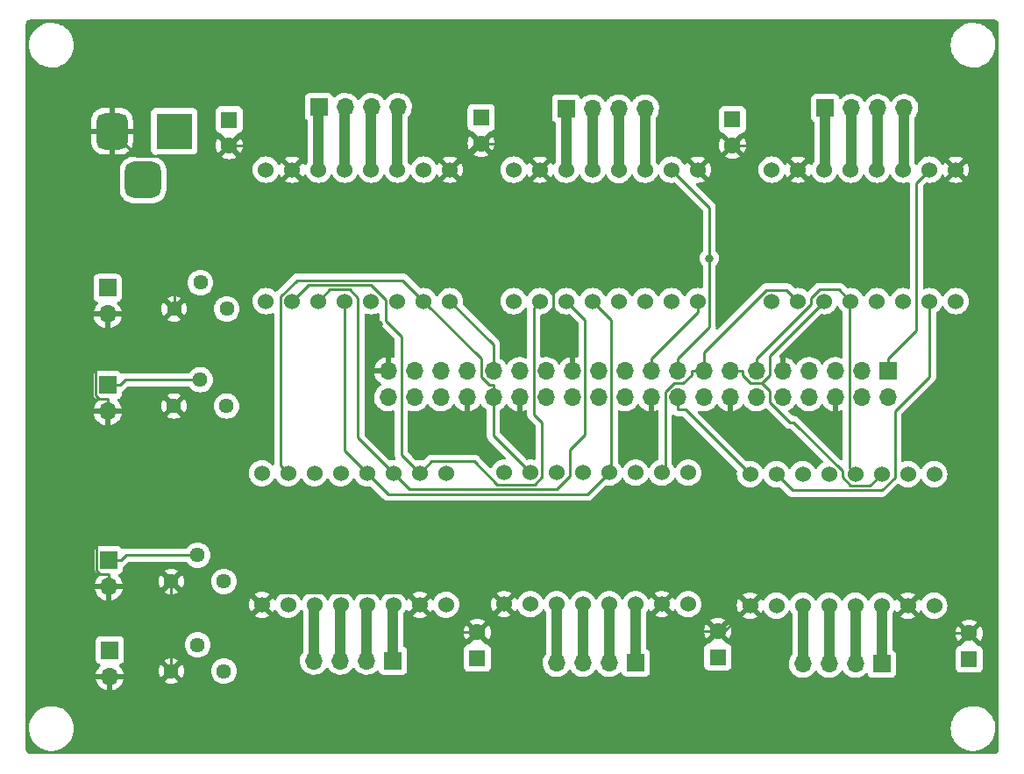
<source format=gbl>
G04 #@! TF.GenerationSoftware,KiCad,Pcbnew,(6.0.7)*
G04 #@! TF.CreationDate,2023-03-01T16:32:28+09:00*
G04 #@! TF.ProjectId,main,6d61696e-2e6b-4696-9361-645f70636258,rev?*
G04 #@! TF.SameCoordinates,Original*
G04 #@! TF.FileFunction,Copper,L2,Bot*
G04 #@! TF.FilePolarity,Positive*
%FSLAX46Y46*%
G04 Gerber Fmt 4.6, Leading zero omitted, Abs format (unit mm)*
G04 Created by KiCad (PCBNEW (6.0.7)) date 2023-03-01 16:32:28*
%MOMM*%
%LPD*%
G01*
G04 APERTURE LIST*
G04 Aperture macros list*
%AMRoundRect*
0 Rectangle with rounded corners*
0 $1 Rounding radius*
0 $2 $3 $4 $5 $6 $7 $8 $9 X,Y pos of 4 corners*
0 Add a 4 corners polygon primitive as box body*
4,1,4,$2,$3,$4,$5,$6,$7,$8,$9,$2,$3,0*
0 Add four circle primitives for the rounded corners*
1,1,$1+$1,$2,$3*
1,1,$1+$1,$4,$5*
1,1,$1+$1,$6,$7*
1,1,$1+$1,$8,$9*
0 Add four rect primitives between the rounded corners*
20,1,$1+$1,$2,$3,$4,$5,0*
20,1,$1+$1,$4,$5,$6,$7,0*
20,1,$1+$1,$6,$7,$8,$9,0*
20,1,$1+$1,$8,$9,$2,$3,0*%
G04 Aperture macros list end*
G04 #@! TA.AperFunction,ComponentPad*
%ADD10R,3.500000X3.500000*%
G04 #@! TD*
G04 #@! TA.AperFunction,ComponentPad*
%ADD11RoundRect,0.750000X-0.750000X-1.000000X0.750000X-1.000000X0.750000X1.000000X-0.750000X1.000000X0*%
G04 #@! TD*
G04 #@! TA.AperFunction,ComponentPad*
%ADD12RoundRect,0.875000X-0.875000X-0.875000X0.875000X-0.875000X0.875000X0.875000X-0.875000X0.875000X0*%
G04 #@! TD*
G04 #@! TA.AperFunction,ComponentPad*
%ADD13R,1.700000X1.700000*%
G04 #@! TD*
G04 #@! TA.AperFunction,ComponentPad*
%ADD14O,1.700000X1.700000*%
G04 #@! TD*
G04 #@! TA.AperFunction,ComponentPad*
%ADD15C,1.440000*%
G04 #@! TD*
G04 #@! TA.AperFunction,ComponentPad*
%ADD16R,1.600000X1.600000*%
G04 #@! TD*
G04 #@! TA.AperFunction,ComponentPad*
%ADD17C,1.600000*%
G04 #@! TD*
G04 #@! TA.AperFunction,ComponentPad*
%ADD18C,1.524000*%
G04 #@! TD*
G04 #@! TA.AperFunction,ViaPad*
%ADD19C,0.800000*%
G04 #@! TD*
G04 #@! TA.AperFunction,Conductor*
%ADD20C,0.250000*%
G04 #@! TD*
G04 #@! TA.AperFunction,Conductor*
%ADD21C,1.000000*%
G04 #@! TD*
G04 APERTURE END LIST*
D10*
X108775000Y-74867500D03*
D11*
X102775000Y-74867500D03*
D12*
X105775000Y-79567500D03*
D13*
X102350000Y-90000000D03*
D14*
X102350000Y-92540000D03*
D15*
X113575000Y-118350000D03*
X111035000Y-115810000D03*
X108495000Y-118350000D03*
D16*
X162675000Y-73725000D03*
D17*
X162675000Y-76225000D03*
D18*
X141560000Y-91275000D03*
X144100000Y-91275000D03*
X146640000Y-91275000D03*
X149180000Y-91275000D03*
X151720000Y-91275000D03*
X154260000Y-91275000D03*
X156800000Y-91275000D03*
X159340000Y-91275000D03*
X141560000Y-78575000D03*
X144100000Y-78575000D03*
X146640000Y-78575000D03*
X149180000Y-78575000D03*
X151720000Y-78575000D03*
X154260000Y-78575000D03*
X156800000Y-78575000D03*
X159340000Y-78575000D03*
D16*
X161275000Y-125655100D03*
D17*
X161275000Y-123155100D03*
D15*
X113575000Y-127000000D03*
X111035000Y-124460000D03*
X108495000Y-127000000D03*
D18*
X117630000Y-91275000D03*
X120170000Y-91275000D03*
X122710000Y-91275000D03*
X125250000Y-91275000D03*
X127790000Y-91275000D03*
X130330000Y-91275000D03*
X132870000Y-91275000D03*
X135410000Y-91275000D03*
X117630000Y-78575000D03*
X120170000Y-78575000D03*
X122710000Y-78575000D03*
X125250000Y-78575000D03*
X127790000Y-78575000D03*
X130330000Y-78575000D03*
X132870000Y-78575000D03*
X135410000Y-78575000D03*
D13*
X102450000Y-116300000D03*
D14*
X102450000Y-118840000D03*
D18*
X135025000Y-107900000D03*
X132485000Y-107900000D03*
X129945000Y-107900000D03*
X127405000Y-107900000D03*
X124865000Y-107900000D03*
X122325000Y-107900000D03*
X119785000Y-107900000D03*
X117245000Y-107900000D03*
X135025000Y-120600000D03*
X132485000Y-120600000D03*
X129945000Y-120600000D03*
X127405000Y-120600000D03*
X124865000Y-120600000D03*
X122325000Y-120600000D03*
X119785000Y-120600000D03*
X117245000Y-120600000D03*
X166475000Y-91275000D03*
X169015000Y-91275000D03*
X171555000Y-91275000D03*
X174095000Y-91275000D03*
X176635000Y-91275000D03*
X179175000Y-91275000D03*
X181715000Y-91275000D03*
X184255000Y-91275000D03*
X166475000Y-78575000D03*
X169015000Y-78575000D03*
X171555000Y-78575000D03*
X174095000Y-78575000D03*
X176635000Y-78575000D03*
X179175000Y-78575000D03*
X181715000Y-78575000D03*
X184255000Y-78575000D03*
D16*
X185550000Y-125855100D03*
D17*
X185550000Y-123355100D03*
D18*
X158410000Y-107850000D03*
X155870000Y-107850000D03*
X153330000Y-107850000D03*
X150790000Y-107850000D03*
X148250000Y-107850000D03*
X145710000Y-107850000D03*
X143170000Y-107850000D03*
X140630000Y-107850000D03*
X158410000Y-120550000D03*
X155870000Y-120550000D03*
X153330000Y-120550000D03*
X150790000Y-120550000D03*
X148250000Y-120550000D03*
X145710000Y-120550000D03*
X143170000Y-120550000D03*
X140630000Y-120550000D03*
D13*
X102350000Y-99375000D03*
D14*
X102350000Y-101915000D03*
D15*
X113825000Y-101400000D03*
X111285000Y-98860000D03*
X108745000Y-101400000D03*
D13*
X102550000Y-124975000D03*
D14*
X102550000Y-127515000D03*
D15*
X113850000Y-92025000D03*
X111310000Y-89485000D03*
X108770000Y-92025000D03*
D16*
X138425000Y-73544900D03*
D17*
X138425000Y-76044900D03*
D13*
X177700000Y-98025000D03*
D14*
X177700000Y-100565000D03*
X175160000Y-98025000D03*
X175160000Y-100565000D03*
X172620000Y-98025000D03*
X172620000Y-100565000D03*
X170080000Y-98025000D03*
X170080000Y-100565000D03*
X167540000Y-98025000D03*
X167540000Y-100565000D03*
X165000000Y-98025000D03*
X165000000Y-100565000D03*
X162460000Y-98025000D03*
X162460000Y-100565000D03*
X159920000Y-98025000D03*
X159920000Y-100565000D03*
X157380000Y-98025000D03*
X157380000Y-100565000D03*
X154840000Y-98025000D03*
X154840000Y-100565000D03*
X152300000Y-98025000D03*
X152300000Y-100565000D03*
X149760000Y-98025000D03*
X149760000Y-100565000D03*
X147220000Y-98025000D03*
X147220000Y-100565000D03*
X144680000Y-98025000D03*
X144680000Y-100565000D03*
X142140000Y-98025000D03*
X142140000Y-100565000D03*
X139600000Y-98025000D03*
X139600000Y-100565000D03*
X137060000Y-98025000D03*
X137060000Y-100565000D03*
X134520000Y-98025000D03*
X134520000Y-100565000D03*
X131980000Y-98025000D03*
X131980000Y-100565000D03*
X129440000Y-98025000D03*
X129440000Y-100565000D03*
D16*
X114075000Y-73744900D03*
D17*
X114075000Y-76244900D03*
D16*
X138050000Y-125755100D03*
D17*
X138050000Y-123255100D03*
D18*
X182165000Y-107975000D03*
X179625000Y-107975000D03*
X177085000Y-107975000D03*
X174545000Y-107975000D03*
X172005000Y-107975000D03*
X169465000Y-107975000D03*
X166925000Y-107975000D03*
X164385000Y-107975000D03*
X182165000Y-120675000D03*
X179625000Y-120675000D03*
X177085000Y-120675000D03*
X174545000Y-120675000D03*
X172005000Y-120675000D03*
X169465000Y-120675000D03*
X166925000Y-120675000D03*
X164385000Y-120675000D03*
D13*
X129900000Y-126000000D03*
D14*
X127360000Y-126000000D03*
X124820000Y-126000000D03*
X122280000Y-126000000D03*
D13*
X122750000Y-72525000D03*
D14*
X125290000Y-72525000D03*
X127830000Y-72525000D03*
X130370000Y-72525000D03*
D13*
X146625000Y-72650000D03*
D14*
X149165000Y-72650000D03*
X151705000Y-72650000D03*
X154245000Y-72650000D03*
D13*
X177100000Y-126300000D03*
D14*
X174560000Y-126300000D03*
X172020000Y-126300000D03*
X169480000Y-126300000D03*
D13*
X153350000Y-126200000D03*
D14*
X150810000Y-126200000D03*
X148270000Y-126200000D03*
X145730000Y-126200000D03*
D13*
X171650000Y-72625000D03*
D14*
X174190000Y-72625000D03*
X176730000Y-72625000D03*
X179270000Y-72625000D03*
D19*
X143133735Y-82132551D03*
X96375000Y-118250000D03*
X126400000Y-66575000D03*
X160275000Y-116250000D03*
X128560000Y-93543500D03*
X185000000Y-71425000D03*
X137150000Y-116500000D03*
X184825000Y-88400000D03*
X162800000Y-66750000D03*
X154425000Y-116375000D03*
X154050000Y-103800000D03*
X133325000Y-66750000D03*
X154600000Y-66750000D03*
X185375000Y-106125000D03*
X96550000Y-126100000D03*
X185000000Y-94550000D03*
X95250000Y-83550000D03*
X95625000Y-92125000D03*
X95800000Y-101650000D03*
X115600000Y-66575000D03*
X107000000Y-66950000D03*
X173250000Y-66575000D03*
X95800000Y-109850000D03*
X185200000Y-99975000D03*
X148350000Y-116250000D03*
X185200000Y-117750000D03*
X95625000Y-74975000D03*
X129050000Y-116500000D03*
X185200000Y-81675000D03*
X185200000Y-112775000D03*
X133300000Y-116500000D03*
X146750000Y-66750000D03*
X134650000Y-104175000D03*
X160446600Y-87132800D03*
D20*
X140630000Y-120550000D02*
X140630000Y-120675100D01*
X145370000Y-79845000D02*
X144100000Y-78575000D01*
X137940100Y-76044900D02*
X138425000Y-76044900D01*
X102450000Y-118840000D02*
X102450000Y-117664700D01*
X102350000Y-93715300D02*
X101174700Y-94890600D01*
X182305100Y-123355100D02*
X179625000Y-120675000D01*
X147220000Y-96849700D02*
X145370000Y-94999700D01*
X102450000Y-117664700D02*
X101642000Y-117664700D01*
X161904900Y-123155100D02*
X161275000Y-123155100D01*
X145370000Y-94999700D02*
X145370000Y-79845000D01*
X164385000Y-120675000D02*
X161904900Y-123155100D01*
X101174700Y-100372500D02*
X101541900Y-100739700D01*
X101642000Y-117664700D02*
X101274700Y-117297400D01*
X113104100Y-77215800D02*
X108770000Y-77215800D01*
X128560000Y-93543500D02*
X128560000Y-95969700D01*
X185550000Y-123355100D02*
X182305100Y-123355100D01*
X128560000Y-95969700D02*
X129440000Y-96849700D01*
X140630000Y-120675100D02*
X138050000Y-123255100D01*
X135140100Y-123255100D02*
X132485000Y-120600000D01*
X166665000Y-76225000D02*
X162675000Y-76225000D01*
X101274700Y-117297400D02*
X101274700Y-104165600D01*
X138425000Y-76044900D02*
X141569900Y-76044900D01*
X117839900Y-76244900D02*
X120170000Y-78575000D01*
X135410000Y-78575000D02*
X137940100Y-76044900D01*
X101174700Y-94890600D02*
X101174700Y-100372500D01*
X102350000Y-101915000D02*
X102350000Y-100739700D01*
X101541900Y-100739700D02*
X102350000Y-100739700D01*
X108770000Y-77215800D02*
X105123300Y-77215800D01*
X158475100Y-123155100D02*
X155870000Y-120550000D01*
X114075000Y-76244900D02*
X117839900Y-76244900D01*
X169015000Y-78575000D02*
X166665000Y-76225000D01*
X105123300Y-77215800D02*
X102775000Y-74867500D01*
X118392900Y-119452100D02*
X117245000Y-120600000D01*
X108495000Y-118350000D02*
X108495000Y-127000000D01*
X102350000Y-92540000D02*
X102350000Y-93715300D01*
X102350000Y-101915000D02*
X102350000Y-103090300D01*
X114075000Y-76244900D02*
X113104100Y-77215800D01*
X138050000Y-123255100D02*
X135140100Y-123255100D01*
X131337100Y-119452100D02*
X118392900Y-119452100D01*
X161275000Y-123155100D02*
X158475100Y-123155100D01*
X101274700Y-104165600D02*
X102350000Y-103090300D01*
X141569900Y-76044900D02*
X144100000Y-78575000D01*
X147220000Y-98025000D02*
X147220000Y-96849700D01*
X129440000Y-98025000D02*
X129440000Y-96849700D01*
X108770000Y-77215800D02*
X108770000Y-92025000D01*
X132485000Y-120600000D02*
X131337100Y-119452100D01*
D21*
X146640000Y-78575000D02*
X146640000Y-72665000D01*
X146640000Y-72665000D02*
X146625000Y-72650000D01*
X149180000Y-78575000D02*
X149180000Y-72665000D01*
X149180000Y-72665000D02*
X149165000Y-72650000D01*
X151720000Y-78890000D02*
X151720000Y-78575000D01*
X151705000Y-78905000D02*
X151720000Y-78890000D01*
X151705000Y-72650000D02*
X151705000Y-78905000D01*
X154260000Y-72665000D02*
X154245000Y-72650000D01*
X154260000Y-78575000D02*
X154260000Y-72665000D01*
X171650000Y-78480000D02*
X171555000Y-78575000D01*
X171650000Y-72625000D02*
X171650000Y-78480000D01*
X174190000Y-78480000D02*
X174095000Y-78575000D01*
X174190000Y-72625000D02*
X174190000Y-78480000D01*
X176730000Y-78480000D02*
X176635000Y-78575000D01*
X176730000Y-72625000D02*
X176730000Y-78480000D01*
X179270000Y-78480000D02*
X179175000Y-78575000D01*
X179270000Y-72625000D02*
X179270000Y-78480000D01*
X122710000Y-78575000D02*
X122710000Y-72565000D01*
X122710000Y-72565000D02*
X122750000Y-72525000D01*
X125250000Y-72565000D02*
X125290000Y-72525000D01*
X125250000Y-78575000D02*
X125250000Y-72565000D01*
X127790000Y-72565000D02*
X127830000Y-72525000D01*
X127790000Y-78575000D02*
X127790000Y-72565000D01*
X130330000Y-72565000D02*
X130370000Y-72525000D01*
X130330000Y-78575000D02*
X130330000Y-72565000D01*
X153350000Y-120570000D02*
X153330000Y-120550000D01*
X153350000Y-126200000D02*
X153350000Y-120570000D01*
X150810000Y-120570000D02*
X150790000Y-120550000D01*
X150810000Y-126200000D02*
X150810000Y-120570000D01*
X148270000Y-126200000D02*
X148270000Y-120570000D01*
X148270000Y-120570000D02*
X148250000Y-120550000D01*
X145730000Y-120570000D02*
X145710000Y-120550000D01*
X145730000Y-126200000D02*
X145730000Y-120570000D01*
X177100000Y-120690000D02*
X177085000Y-120675000D01*
X177100000Y-126300000D02*
X177100000Y-120690000D01*
X174560000Y-126300000D02*
X174560000Y-120690000D01*
X174560000Y-120690000D02*
X174545000Y-120675000D01*
X172020000Y-120690000D02*
X172005000Y-120675000D01*
X172020000Y-126300000D02*
X172020000Y-120690000D01*
X169480000Y-126300000D02*
X169480000Y-120690000D01*
X169480000Y-120690000D02*
X169465000Y-120675000D01*
X129900000Y-120645000D02*
X129945000Y-120600000D01*
X129900000Y-126000000D02*
X129900000Y-120645000D01*
X127360000Y-120645000D02*
X127405000Y-120600000D01*
X127360000Y-126000000D02*
X127360000Y-120645000D01*
X124820000Y-120645000D02*
X124865000Y-120600000D01*
X124820000Y-126000000D02*
X124820000Y-120645000D01*
X122280000Y-120645000D02*
X122325000Y-120600000D01*
X122280000Y-126000000D02*
X122280000Y-120645000D01*
D20*
X104115300Y-115810000D02*
X103625300Y-116300000D01*
X111035000Y-115810000D02*
X104115300Y-115810000D01*
X102450000Y-116300000D02*
X103625300Y-116300000D01*
X102350000Y-99375000D02*
X103525300Y-99375000D01*
X111285000Y-98860000D02*
X104040300Y-98860000D01*
X104040300Y-98860000D02*
X103525300Y-99375000D01*
X157380000Y-96849700D02*
X160446600Y-93783100D01*
X160446600Y-82221600D02*
X160446600Y-87132800D01*
X157380000Y-98025000D02*
X157380000Y-96849700D01*
X160446600Y-93783100D02*
X160446600Y-87132800D01*
X180445000Y-94104700D02*
X177700000Y-96849700D01*
X177700000Y-98025000D02*
X177700000Y-96849700D01*
X180445000Y-79845000D02*
X180445000Y-94104700D01*
X156800000Y-78575000D02*
X160446600Y-82221600D01*
X181715000Y-78575000D02*
X180445000Y-79845000D01*
X132870000Y-91275000D02*
X130842300Y-89247300D01*
X178355000Y-108288600D02*
X177086600Y-109557000D01*
X178355000Y-101923000D02*
X178355000Y-108288600D01*
X130842300Y-89247300D02*
X120639300Y-89247300D01*
X177086600Y-109557000D02*
X168507000Y-109557000D01*
X139600000Y-100565000D02*
X139600000Y-104280000D01*
X119065900Y-107180900D02*
X119785000Y-107900000D01*
X139600000Y-99389700D02*
X139232600Y-99389700D01*
X168507000Y-109557000D02*
X166925000Y-107975000D01*
X119065900Y-90820700D02*
X119065900Y-107180900D01*
X120639300Y-89247300D02*
X119065900Y-90820700D01*
X181715000Y-91275000D02*
X181715000Y-98563000D01*
X138424700Y-98581800D02*
X138424700Y-96829700D01*
X139600000Y-104280000D02*
X143170000Y-107850000D01*
X139232600Y-99389700D02*
X138424700Y-98581800D01*
X181715000Y-98563000D02*
X178355000Y-101923000D01*
X138424700Y-96829700D02*
X132870000Y-91275000D01*
X139600000Y-100565000D02*
X139600000Y-99389700D01*
X127762500Y-89703200D02*
X121741800Y-89703200D01*
X130710000Y-106125000D02*
X130710000Y-94667700D01*
X144279700Y-108285500D02*
X144279700Y-103003700D01*
X167922300Y-90182300D02*
X169015000Y-91275000D01*
X132485000Y-107900000D02*
X133639800Y-106745200D01*
X143496200Y-102220200D02*
X143496200Y-91878800D01*
X130710000Y-94667700D02*
X129219300Y-93177000D01*
X157936800Y-99200300D02*
X158744700Y-98392400D01*
X157049500Y-99200300D02*
X157936800Y-99200300D01*
X129219300Y-91160000D02*
X127762500Y-89703200D01*
X165970400Y-90182300D02*
X167922300Y-90182300D01*
X121741800Y-89703200D02*
X120170000Y-91275000D01*
X159920000Y-96232700D02*
X165970400Y-90182300D01*
X156174600Y-107545400D02*
X156174600Y-100075200D01*
X139992600Y-108979800D02*
X143585400Y-108979800D01*
X156174600Y-100075200D02*
X157049500Y-99200300D01*
X137758000Y-106745200D02*
X139992600Y-108979800D01*
X143496200Y-91878800D02*
X144100000Y-91275000D01*
X158744700Y-98392400D02*
X158744700Y-98025000D01*
X144279700Y-103003700D02*
X143496200Y-102220200D01*
X159920000Y-98025000D02*
X159920000Y-96232700D01*
X143585400Y-108979800D02*
X144279700Y-108285500D01*
X155870000Y-107850000D02*
X156174600Y-107545400D01*
X159920000Y-98025000D02*
X158744700Y-98025000D01*
X132485000Y-107900000D02*
X130710000Y-106125000D01*
X129219300Y-93177000D02*
X129219300Y-91160000D01*
X133639800Y-106745200D02*
X137758000Y-106745200D01*
X168603300Y-102990500D02*
X168238600Y-102990500D01*
X148438800Y-104144400D02*
X146980000Y-105603200D01*
X165525600Y-99200400D02*
X166270000Y-98456000D01*
X146980000Y-108178000D02*
X145727900Y-109430100D01*
X175971400Y-109088600D02*
X174098800Y-109088600D01*
X123823800Y-90161200D02*
X125696100Y-90161200D01*
X177085000Y-107975000D02*
X175971400Y-109088600D01*
X166270000Y-98456000D02*
X166270000Y-96560000D01*
X126520000Y-90985100D02*
X126520000Y-104475000D01*
X146980000Y-105603200D02*
X146980000Y-108178000D01*
X173275000Y-108264800D02*
X173275000Y-107662200D01*
X163635300Y-98025000D02*
X163635300Y-98392300D01*
X164443400Y-99200400D02*
X165525600Y-99200400D01*
X145727900Y-109430100D02*
X131475100Y-109430100D01*
X166270000Y-99944800D02*
X165525600Y-99200400D01*
X166270000Y-96560000D02*
X171555000Y-91275000D01*
X173275000Y-107662200D02*
X168603300Y-102990500D01*
X174098800Y-109088600D02*
X173275000Y-108264800D01*
X146640000Y-91275000D02*
X148438800Y-93073800D01*
X122710000Y-91275000D02*
X123823800Y-90161200D01*
X166270000Y-101021900D02*
X166270000Y-99944800D01*
X125696100Y-90161200D02*
X126520000Y-90985100D01*
X148438800Y-93073800D02*
X148438800Y-104144400D01*
X168238600Y-102990500D02*
X166270000Y-101021900D01*
X131475100Y-109430100D02*
X129945000Y-107900000D01*
X162460000Y-98025000D02*
X163635300Y-98025000D01*
X163635300Y-98392300D02*
X164443400Y-99200400D01*
X126520000Y-104475000D02*
X129945000Y-107900000D01*
X158150300Y-101740300D02*
X164385000Y-107975000D01*
X157380000Y-100565000D02*
X157380000Y-101740300D01*
X157380000Y-101740300D02*
X158150300Y-101740300D01*
X150970000Y-93065000D02*
X150970000Y-107670000D01*
X129441700Y-109936700D02*
X148703300Y-109936700D01*
X127405000Y-107900000D02*
X129441700Y-109936700D01*
X165000000Y-96849700D02*
X170285000Y-91564700D01*
X174545000Y-107975000D02*
X173971900Y-107401900D01*
X173971900Y-91398100D02*
X174095000Y-91275000D01*
X170285000Y-90936100D02*
X171076700Y-90144400D01*
X150970000Y-107670000D02*
X150790000Y-107850000D01*
X148703300Y-109936700D02*
X150790000Y-107850000D01*
X125250000Y-105745000D02*
X127405000Y-107900000D01*
X149180000Y-91275000D02*
X150970000Y-93065000D01*
X170285000Y-91564700D02*
X170285000Y-90936100D01*
X125250000Y-91275000D02*
X125250000Y-105745000D01*
X173971900Y-107401900D02*
X173971900Y-91398100D01*
X171076700Y-90144400D02*
X172964400Y-90144400D01*
X172964400Y-90144400D02*
X174095000Y-91275000D01*
X165000000Y-98025000D02*
X165000000Y-96849700D01*
X154840000Y-98025000D02*
X154840000Y-96849700D01*
X159340000Y-92349700D02*
X159340000Y-91275000D01*
X154840000Y-96849700D02*
X159340000Y-92349700D01*
X139600000Y-95465000D02*
X135410000Y-91275000D01*
X139600000Y-98025000D02*
X139600000Y-95465000D01*
G04 #@! TA.AperFunction,Conductor*
G36*
X187895018Y-64060000D02*
G01*
X187909852Y-64062310D01*
X187909855Y-64062310D01*
X187918724Y-64063691D01*
X187927626Y-64062527D01*
X187927750Y-64062511D01*
X187958192Y-64062240D01*
X187965621Y-64063077D01*
X188020264Y-64069234D01*
X188047771Y-64075513D01*
X188124853Y-64102485D01*
X188150274Y-64114727D01*
X188219426Y-64158178D01*
X188241485Y-64175770D01*
X188299230Y-64233515D01*
X188316822Y-64255574D01*
X188360273Y-64324726D01*
X188372515Y-64350147D01*
X188399487Y-64427228D01*
X188405766Y-64454736D01*
X188412018Y-64510226D01*
X188411923Y-64525868D01*
X188412800Y-64525879D01*
X188412690Y-64534851D01*
X188411309Y-64543724D01*
X188412473Y-64552626D01*
X188412473Y-64552628D01*
X188415436Y-64575283D01*
X188416500Y-64591621D01*
X188416500Y-134500633D01*
X188415000Y-134520018D01*
X188411309Y-134543724D01*
X188412473Y-134552626D01*
X188412489Y-134552750D01*
X188412760Y-134583192D01*
X188410990Y-134598899D01*
X188405766Y-134645264D01*
X188399487Y-134672771D01*
X188372515Y-134749853D01*
X188360273Y-134775274D01*
X188316822Y-134844426D01*
X188299230Y-134866485D01*
X188241485Y-134924230D01*
X188219426Y-134941822D01*
X188150274Y-134985273D01*
X188124853Y-134997515D01*
X188047772Y-135024487D01*
X188020264Y-135030766D01*
X187964774Y-135037018D01*
X187949132Y-135036923D01*
X187949121Y-135037800D01*
X187940149Y-135037690D01*
X187931276Y-135036309D01*
X187922374Y-135037473D01*
X187922372Y-135037473D01*
X187911385Y-135038910D01*
X187899714Y-135040436D01*
X187883379Y-135041500D01*
X94974367Y-135041500D01*
X94954982Y-135040000D01*
X94940148Y-135037690D01*
X94940145Y-135037690D01*
X94931276Y-135036309D01*
X94922374Y-135037473D01*
X94922250Y-135037489D01*
X94891808Y-135037760D01*
X94871130Y-135035430D01*
X94829736Y-135030766D01*
X94802229Y-135024487D01*
X94725147Y-134997515D01*
X94699726Y-134985273D01*
X94630574Y-134941822D01*
X94608515Y-134924230D01*
X94550770Y-134866485D01*
X94533178Y-134844426D01*
X94489727Y-134775274D01*
X94477485Y-134749853D01*
X94450513Y-134672772D01*
X94444234Y-134645266D01*
X94439194Y-134600539D01*
X94438170Y-134591447D01*
X94437888Y-134566640D01*
X94438576Y-134562552D01*
X94438729Y-134550000D01*
X94434773Y-134522376D01*
X94433500Y-134504514D01*
X94433500Y-132527344D01*
X94761575Y-132527344D01*
X94761822Y-132531628D01*
X94761822Y-132531629D01*
X94765351Y-132592835D01*
X94778516Y-132821164D01*
X94779341Y-132825371D01*
X94779342Y-132825376D01*
X94800073Y-132931041D01*
X94835177Y-133109966D01*
X94930509Y-133388407D01*
X94932436Y-133392238D01*
X95033314Y-133592812D01*
X95062747Y-133651334D01*
X95065173Y-133654863D01*
X95065176Y-133654869D01*
X95104950Y-133712740D01*
X95229445Y-133893881D01*
X95427518Y-134111560D01*
X95430807Y-134114310D01*
X95650009Y-134297592D01*
X95650014Y-134297596D01*
X95653301Y-134300344D01*
X95719051Y-134341589D01*
X95898976Y-134454456D01*
X95898980Y-134454458D01*
X95902616Y-134456739D01*
X96008426Y-134504514D01*
X96166937Y-134576085D01*
X96166941Y-134576087D01*
X96170849Y-134577851D01*
X96193225Y-134584479D01*
X96448924Y-134660221D01*
X96448929Y-134660222D01*
X96453037Y-134661439D01*
X96457271Y-134662087D01*
X96457276Y-134662088D01*
X96739717Y-134705307D01*
X96739719Y-134705307D01*
X96743959Y-134705956D01*
X96893772Y-134708310D01*
X97033940Y-134710512D01*
X97033946Y-134710512D01*
X97038231Y-134710579D01*
X97330408Y-134675222D01*
X97615082Y-134600539D01*
X97886988Y-134487912D01*
X98141092Y-134339425D01*
X98372694Y-134157827D01*
X98420605Y-134108387D01*
X98574523Y-133949554D01*
X98577506Y-133946476D01*
X98751741Y-133709285D01*
X98791732Y-133635631D01*
X98890122Y-133454418D01*
X98890123Y-133454416D01*
X98892172Y-133450642D01*
X98996203Y-133175333D01*
X99061907Y-132888453D01*
X99067537Y-132825376D01*
X99087849Y-132597776D01*
X99087849Y-132597774D01*
X99088069Y-132595310D01*
X99088544Y-132550000D01*
X99087000Y-132527344D01*
X183761575Y-132527344D01*
X183761822Y-132531628D01*
X183761822Y-132531629D01*
X183765351Y-132592835D01*
X183778516Y-132821164D01*
X183779341Y-132825371D01*
X183779342Y-132825376D01*
X183800073Y-132931041D01*
X183835177Y-133109966D01*
X183930509Y-133388407D01*
X183932436Y-133392238D01*
X184033314Y-133592812D01*
X184062747Y-133651334D01*
X184065173Y-133654863D01*
X184065176Y-133654869D01*
X184104950Y-133712740D01*
X184229445Y-133893881D01*
X184427518Y-134111560D01*
X184430807Y-134114310D01*
X184650009Y-134297592D01*
X184650014Y-134297596D01*
X184653301Y-134300344D01*
X184719051Y-134341589D01*
X184898976Y-134454456D01*
X184898980Y-134454458D01*
X184902616Y-134456739D01*
X185008426Y-134504514D01*
X185166937Y-134576085D01*
X185166941Y-134576087D01*
X185170849Y-134577851D01*
X185193225Y-134584479D01*
X185448924Y-134660221D01*
X185448929Y-134660222D01*
X185453037Y-134661439D01*
X185457271Y-134662087D01*
X185457276Y-134662088D01*
X185739717Y-134705307D01*
X185739719Y-134705307D01*
X185743959Y-134705956D01*
X185893772Y-134708310D01*
X186033940Y-134710512D01*
X186033946Y-134710512D01*
X186038231Y-134710579D01*
X186330408Y-134675222D01*
X186615082Y-134600539D01*
X186886988Y-134487912D01*
X187141092Y-134339425D01*
X187372694Y-134157827D01*
X187420605Y-134108387D01*
X187574523Y-133949554D01*
X187577506Y-133946476D01*
X187751741Y-133709285D01*
X187791732Y-133635631D01*
X187890122Y-133454418D01*
X187890123Y-133454416D01*
X187892172Y-133450642D01*
X187996203Y-133175333D01*
X188061907Y-132888453D01*
X188067537Y-132825376D01*
X188087849Y-132597776D01*
X188087849Y-132597774D01*
X188088069Y-132595310D01*
X188088544Y-132550000D01*
X188068527Y-132256373D01*
X188008845Y-131968180D01*
X187910603Y-131690753D01*
X187775618Y-131429226D01*
X187765447Y-131414753D01*
X187608856Y-131191948D01*
X187608855Y-131191947D01*
X187606389Y-131188438D01*
X187406048Y-130972844D01*
X187383936Y-130954745D01*
X187181618Y-130789151D01*
X187178300Y-130786435D01*
X186927361Y-130632660D01*
X186908706Y-130624471D01*
X186661802Y-130516087D01*
X186661798Y-130516086D01*
X186657874Y-130514363D01*
X186374826Y-130433735D01*
X186370584Y-130433131D01*
X186370578Y-130433130D01*
X186087705Y-130392871D01*
X186083454Y-130392266D01*
X185928306Y-130391454D01*
X185793436Y-130390747D01*
X185793430Y-130390747D01*
X185789150Y-130390725D01*
X185784906Y-130391284D01*
X185784902Y-130391284D01*
X185656341Y-130408210D01*
X185497360Y-130429140D01*
X185493220Y-130430273D01*
X185493218Y-130430273D01*
X185476261Y-130434912D01*
X185213483Y-130506800D01*
X185209533Y-130508485D01*
X184946714Y-130620586D01*
X184946707Y-130620590D01*
X184942772Y-130622268D01*
X184790386Y-130713469D01*
X184693918Y-130771204D01*
X184693914Y-130771207D01*
X184690236Y-130773408D01*
X184460549Y-130957422D01*
X184457605Y-130960524D01*
X184457601Y-130960528D01*
X184448491Y-130970128D01*
X184257961Y-131170905D01*
X184086220Y-131409908D01*
X183948504Y-131670007D01*
X183847362Y-131946390D01*
X183784666Y-132233943D01*
X183784330Y-132238213D01*
X183762144Y-132520119D01*
X183762140Y-132520119D01*
X183762143Y-132520133D01*
X183761575Y-132527344D01*
X99087000Y-132527344D01*
X99068527Y-132256373D01*
X99008845Y-131968180D01*
X98910603Y-131690753D01*
X98775618Y-131429226D01*
X98765447Y-131414753D01*
X98608856Y-131191948D01*
X98608855Y-131191947D01*
X98606389Y-131188438D01*
X98406048Y-130972844D01*
X98383936Y-130954745D01*
X98181618Y-130789151D01*
X98178300Y-130786435D01*
X97927361Y-130632660D01*
X97908706Y-130624471D01*
X97661802Y-130516087D01*
X97661798Y-130516086D01*
X97657874Y-130514363D01*
X97374826Y-130433735D01*
X97370584Y-130433131D01*
X97370578Y-130433130D01*
X97087705Y-130392871D01*
X97083454Y-130392266D01*
X96928306Y-130391454D01*
X96793436Y-130390747D01*
X96793430Y-130390747D01*
X96789150Y-130390725D01*
X96784906Y-130391284D01*
X96784902Y-130391284D01*
X96656341Y-130408210D01*
X96497360Y-130429140D01*
X96493220Y-130430273D01*
X96493218Y-130430273D01*
X96476261Y-130434912D01*
X96213483Y-130506800D01*
X96209533Y-130508485D01*
X95946714Y-130620586D01*
X95946707Y-130620590D01*
X95942772Y-130622268D01*
X95790386Y-130713469D01*
X95693918Y-130771204D01*
X95693914Y-130771207D01*
X95690236Y-130773408D01*
X95460549Y-130957422D01*
X95457605Y-130960524D01*
X95457601Y-130960528D01*
X95448491Y-130970128D01*
X95257961Y-131170905D01*
X95086220Y-131409908D01*
X94948504Y-131670007D01*
X94847362Y-131946390D01*
X94784666Y-132233943D01*
X94784330Y-132238213D01*
X94762144Y-132520119D01*
X94762140Y-132520119D01*
X94762143Y-132520133D01*
X94761575Y-132527344D01*
X94433500Y-132527344D01*
X94433500Y-127782966D01*
X101218257Y-127782966D01*
X101248565Y-127917446D01*
X101251645Y-127927275D01*
X101331770Y-128124603D01*
X101336413Y-128133794D01*
X101447694Y-128315388D01*
X101453777Y-128323699D01*
X101593213Y-128484667D01*
X101600580Y-128491883D01*
X101764434Y-128627916D01*
X101772881Y-128633831D01*
X101956756Y-128741279D01*
X101966042Y-128745729D01*
X102165001Y-128821703D01*
X102174899Y-128824579D01*
X102278250Y-128845606D01*
X102292299Y-128844410D01*
X102296000Y-128834065D01*
X102296000Y-128833517D01*
X102804000Y-128833517D01*
X102808064Y-128847359D01*
X102821478Y-128849393D01*
X102828184Y-128848534D01*
X102838262Y-128846392D01*
X103042255Y-128785191D01*
X103051842Y-128781433D01*
X103243095Y-128687739D01*
X103251945Y-128682464D01*
X103425328Y-128558792D01*
X103433200Y-128552139D01*
X103584052Y-128401812D01*
X103590730Y-128393965D01*
X103715003Y-128221020D01*
X103720313Y-128212183D01*
X103811035Y-128028621D01*
X107830933Y-128028621D01*
X107840227Y-128040635D01*
X107874146Y-128064385D01*
X107883641Y-128069868D01*
X108068413Y-128156028D01*
X108078705Y-128159774D01*
X108275632Y-128212540D01*
X108286425Y-128214443D01*
X108489525Y-128232212D01*
X108500475Y-128232212D01*
X108703575Y-128214443D01*
X108714368Y-128212540D01*
X108911295Y-128159774D01*
X108921587Y-128156028D01*
X109106359Y-128069868D01*
X109115854Y-128064385D01*
X109150607Y-128040051D01*
X109158983Y-128029572D01*
X109151916Y-128016127D01*
X108507811Y-127372021D01*
X108493868Y-127364408D01*
X108492034Y-127364539D01*
X108485420Y-127368790D01*
X107837360Y-128016851D01*
X107830933Y-128028621D01*
X103811035Y-128028621D01*
X103814670Y-128021267D01*
X103818469Y-128011672D01*
X103880377Y-127807910D01*
X103882555Y-127797837D01*
X103883986Y-127786962D01*
X103881775Y-127772778D01*
X103868617Y-127769000D01*
X102822115Y-127769000D01*
X102806876Y-127773475D01*
X102805671Y-127774865D01*
X102804000Y-127782548D01*
X102804000Y-128833517D01*
X102296000Y-128833517D01*
X102296000Y-127787115D01*
X102291525Y-127771876D01*
X102290135Y-127770671D01*
X102282452Y-127769000D01*
X101233225Y-127769000D01*
X101219694Y-127772973D01*
X101218257Y-127782966D01*
X94433500Y-127782966D01*
X94433500Y-125873134D01*
X101191500Y-125873134D01*
X101198255Y-125935316D01*
X101249385Y-126071705D01*
X101336739Y-126188261D01*
X101453295Y-126275615D01*
X101461704Y-126278767D01*
X101461705Y-126278768D01*
X101570960Y-126319726D01*
X101627725Y-126362367D01*
X101652425Y-126428929D01*
X101637218Y-126498278D01*
X101617825Y-126524759D01*
X101494590Y-126653717D01*
X101488104Y-126661727D01*
X101368098Y-126837649D01*
X101363000Y-126846623D01*
X101273338Y-127039783D01*
X101269775Y-127049470D01*
X101214389Y-127249183D01*
X101215912Y-127257607D01*
X101228292Y-127261000D01*
X103868344Y-127261000D01*
X103881875Y-127257027D01*
X103883180Y-127247947D01*
X103841214Y-127080875D01*
X103837894Y-127071124D01*
X103809349Y-127005475D01*
X107262788Y-127005475D01*
X107280557Y-127208575D01*
X107282460Y-127219368D01*
X107335226Y-127416295D01*
X107338972Y-127426587D01*
X107425135Y-127611364D01*
X107430613Y-127620850D01*
X107454949Y-127655607D01*
X107465428Y-127663983D01*
X107478872Y-127656917D01*
X108122979Y-127012811D01*
X108129356Y-127001132D01*
X108859408Y-127001132D01*
X108859539Y-127002966D01*
X108863790Y-127009580D01*
X109511851Y-127657640D01*
X109523621Y-127664067D01*
X109535635Y-127654772D01*
X109559387Y-127620850D01*
X109564865Y-127611364D01*
X109651028Y-127426587D01*
X109654774Y-127416295D01*
X109707540Y-127219368D01*
X109709443Y-127208575D01*
X109727212Y-127005475D01*
X109727212Y-127000000D01*
X112341807Y-127000000D01*
X112360542Y-127214142D01*
X112361966Y-127219455D01*
X112361966Y-127219457D01*
X112403155Y-127373173D01*
X112416178Y-127421777D01*
X112418500Y-127426757D01*
X112418501Y-127426759D01*
X112502636Y-127607185D01*
X112507024Y-127616596D01*
X112630319Y-127792681D01*
X112782319Y-127944681D01*
X112958403Y-128067976D01*
X112963381Y-128070297D01*
X112963384Y-128070299D01*
X113079840Y-128124603D01*
X113153223Y-128158822D01*
X113158531Y-128160244D01*
X113158533Y-128160245D01*
X113355543Y-128213034D01*
X113355545Y-128213034D01*
X113360858Y-128214458D01*
X113575000Y-128233193D01*
X113789142Y-128214458D01*
X113794455Y-128213034D01*
X113794457Y-128213034D01*
X113991467Y-128160245D01*
X113991469Y-128160244D01*
X113996777Y-128158822D01*
X114070160Y-128124603D01*
X114186616Y-128070299D01*
X114186619Y-128070297D01*
X114191597Y-128067976D01*
X114367681Y-127944681D01*
X114519681Y-127792681D01*
X114642976Y-127616596D01*
X114647365Y-127607185D01*
X114731499Y-127426759D01*
X114731500Y-127426757D01*
X114733822Y-127421777D01*
X114746846Y-127373173D01*
X114788034Y-127219457D01*
X114788034Y-127219455D01*
X114789458Y-127214142D01*
X114808193Y-127000000D01*
X114789458Y-126785858D01*
X114769782Y-126712425D01*
X114735245Y-126583533D01*
X114735244Y-126583531D01*
X114733822Y-126578223D01*
X114698854Y-126503234D01*
X114645299Y-126388385D01*
X114645297Y-126388382D01*
X114642976Y-126383404D01*
X114519681Y-126207319D01*
X114367681Y-126055319D01*
X114191597Y-125932024D01*
X114186619Y-125929703D01*
X114186616Y-125929701D01*
X114001759Y-125843501D01*
X114001758Y-125843500D01*
X113996777Y-125841178D01*
X113991469Y-125839756D01*
X113991467Y-125839755D01*
X113794457Y-125786966D01*
X113794455Y-125786966D01*
X113789142Y-125785542D01*
X113575000Y-125766807D01*
X113360858Y-125785542D01*
X113355545Y-125786966D01*
X113355543Y-125786966D01*
X113158533Y-125839755D01*
X113158531Y-125839756D01*
X113153223Y-125841178D01*
X113148243Y-125843500D01*
X113148241Y-125843501D01*
X112963385Y-125929701D01*
X112963382Y-125929703D01*
X112958404Y-125932024D01*
X112782319Y-126055319D01*
X112630319Y-126207319D01*
X112507024Y-126383404D01*
X112504703Y-126388382D01*
X112504701Y-126388385D01*
X112451146Y-126503234D01*
X112416178Y-126578223D01*
X112414756Y-126583531D01*
X112414755Y-126583533D01*
X112380218Y-126712425D01*
X112360542Y-126785858D01*
X112341807Y-127000000D01*
X109727212Y-127000000D01*
X109727212Y-126994525D01*
X109709443Y-126791425D01*
X109707540Y-126780632D01*
X109654774Y-126583705D01*
X109651028Y-126573413D01*
X109564865Y-126388636D01*
X109559387Y-126379150D01*
X109535051Y-126344393D01*
X109524572Y-126336017D01*
X109511128Y-126343083D01*
X108867021Y-126987189D01*
X108859408Y-127001132D01*
X108129356Y-127001132D01*
X108130592Y-126998868D01*
X108130461Y-126997034D01*
X108126210Y-126990420D01*
X107478149Y-126342360D01*
X107466379Y-126335933D01*
X107454365Y-126345228D01*
X107430613Y-126379150D01*
X107425135Y-126388636D01*
X107338972Y-126573413D01*
X107335226Y-126583705D01*
X107282460Y-126780632D01*
X107280557Y-126791425D01*
X107262788Y-126994525D01*
X107262788Y-127005475D01*
X103809349Y-127005475D01*
X103752972Y-126875814D01*
X103748105Y-126866739D01*
X103632426Y-126687926D01*
X103626136Y-126679757D01*
X103482293Y-126521677D01*
X103451241Y-126457831D01*
X103459635Y-126387333D01*
X103504812Y-126332564D01*
X103531256Y-126318895D01*
X103638297Y-126278767D01*
X103646705Y-126275615D01*
X103763261Y-126188261D01*
X103850615Y-126071705D01*
X103888582Y-125970428D01*
X107831017Y-125970428D01*
X107838083Y-125983872D01*
X108482189Y-126627979D01*
X108496132Y-126635592D01*
X108497966Y-126635461D01*
X108504580Y-126631210D01*
X109152640Y-125983149D01*
X109159067Y-125971379D01*
X109149773Y-125959365D01*
X109115854Y-125935615D01*
X109106359Y-125930132D01*
X108921587Y-125843972D01*
X108911295Y-125840226D01*
X108714368Y-125787460D01*
X108703575Y-125785557D01*
X108500475Y-125767788D01*
X108489525Y-125767788D01*
X108286425Y-125785557D01*
X108275632Y-125787460D01*
X108078705Y-125840226D01*
X108068413Y-125843972D01*
X107883636Y-125930135D01*
X107874150Y-125935613D01*
X107839393Y-125959949D01*
X107831017Y-125970428D01*
X103888582Y-125970428D01*
X103901745Y-125935316D01*
X103908500Y-125873134D01*
X103908500Y-124460000D01*
X109801807Y-124460000D01*
X109820542Y-124674142D01*
X109821966Y-124679455D01*
X109821966Y-124679457D01*
X109863683Y-124835144D01*
X109876178Y-124881777D01*
X109878500Y-124886757D01*
X109878501Y-124886759D01*
X109949812Y-125039684D01*
X109967024Y-125076596D01*
X110090319Y-125252681D01*
X110242319Y-125404681D01*
X110418403Y-125527976D01*
X110423381Y-125530297D01*
X110423384Y-125530299D01*
X110608241Y-125616499D01*
X110613223Y-125618822D01*
X110618531Y-125620244D01*
X110618533Y-125620245D01*
X110815543Y-125673034D01*
X110815545Y-125673034D01*
X110820858Y-125674458D01*
X111035000Y-125693193D01*
X111249142Y-125674458D01*
X111254455Y-125673034D01*
X111254457Y-125673034D01*
X111451467Y-125620245D01*
X111451469Y-125620244D01*
X111456777Y-125618822D01*
X111461759Y-125616499D01*
X111646616Y-125530299D01*
X111646619Y-125530297D01*
X111651597Y-125527976D01*
X111827681Y-125404681D01*
X111979681Y-125252681D01*
X112102976Y-125076596D01*
X112120189Y-125039684D01*
X112191499Y-124886759D01*
X112191500Y-124886757D01*
X112193822Y-124881777D01*
X112206318Y-124835144D01*
X112248034Y-124679457D01*
X112248034Y-124679455D01*
X112249458Y-124674142D01*
X112268193Y-124460000D01*
X112249458Y-124245858D01*
X112245045Y-124229387D01*
X112195245Y-124043533D01*
X112195244Y-124043531D01*
X112193822Y-124038223D01*
X112165051Y-123976524D01*
X112105299Y-123848385D01*
X112105297Y-123848382D01*
X112102976Y-123843404D01*
X111979681Y-123667319D01*
X111827681Y-123515319D01*
X111651597Y-123392024D01*
X111646619Y-123389703D01*
X111646616Y-123389701D01*
X111461759Y-123303501D01*
X111461758Y-123303500D01*
X111456777Y-123301178D01*
X111451469Y-123299756D01*
X111451467Y-123299755D01*
X111254457Y-123246966D01*
X111254455Y-123246966D01*
X111249142Y-123245542D01*
X111035000Y-123226807D01*
X110820858Y-123245542D01*
X110815545Y-123246966D01*
X110815543Y-123246966D01*
X110618533Y-123299755D01*
X110618531Y-123299756D01*
X110613223Y-123301178D01*
X110608243Y-123303500D01*
X110608241Y-123303501D01*
X110423385Y-123389701D01*
X110423382Y-123389703D01*
X110418404Y-123392024D01*
X110242319Y-123515319D01*
X110090319Y-123667319D01*
X109967024Y-123843404D01*
X109964703Y-123848382D01*
X109964701Y-123848385D01*
X109904949Y-123976524D01*
X109876178Y-124038223D01*
X109874756Y-124043531D01*
X109874755Y-124043533D01*
X109824955Y-124229387D01*
X109820542Y-124245858D01*
X109801807Y-124460000D01*
X103908500Y-124460000D01*
X103908500Y-124076866D01*
X103901745Y-124014684D01*
X103850615Y-123878295D01*
X103763261Y-123761739D01*
X103646705Y-123674385D01*
X103510316Y-123623255D01*
X103448134Y-123616500D01*
X101651866Y-123616500D01*
X101589684Y-123623255D01*
X101453295Y-123674385D01*
X101336739Y-123761739D01*
X101249385Y-123878295D01*
X101198255Y-124014684D01*
X101191500Y-124076866D01*
X101191500Y-125873134D01*
X94433500Y-125873134D01*
X94433500Y-121658777D01*
X116550777Y-121658777D01*
X116560074Y-121670793D01*
X116603069Y-121700898D01*
X116612555Y-121706376D01*
X116803993Y-121795645D01*
X116814285Y-121799391D01*
X117018309Y-121854059D01*
X117029104Y-121855962D01*
X117239525Y-121874372D01*
X117250475Y-121874372D01*
X117460896Y-121855962D01*
X117471691Y-121854059D01*
X117675715Y-121799391D01*
X117686007Y-121795645D01*
X117877445Y-121706376D01*
X117886931Y-121700898D01*
X117930764Y-121670207D01*
X117939139Y-121659729D01*
X117932071Y-121646281D01*
X117257812Y-120972022D01*
X117243868Y-120964408D01*
X117242035Y-120964539D01*
X117235420Y-120968790D01*
X116557207Y-121647003D01*
X116550777Y-121658777D01*
X94433500Y-121658777D01*
X94433500Y-120605475D01*
X115970628Y-120605475D01*
X115989038Y-120815896D01*
X115990941Y-120826691D01*
X116045609Y-121030715D01*
X116049355Y-121041007D01*
X116138623Y-121232441D01*
X116144103Y-121241932D01*
X116174794Y-121285765D01*
X116185271Y-121294140D01*
X116198718Y-121287072D01*
X116872978Y-120612812D01*
X116879356Y-120601132D01*
X117609408Y-120601132D01*
X117609539Y-120602965D01*
X117613790Y-120609580D01*
X118292003Y-121287793D01*
X118303777Y-121294223D01*
X118315793Y-121284926D01*
X118345897Y-121241932D01*
X118351377Y-121232441D01*
X118400529Y-121127035D01*
X118447447Y-121073750D01*
X118515724Y-121054289D01*
X118583684Y-121074831D01*
X118628919Y-121127035D01*
X118678186Y-121232689D01*
X118678189Y-121232694D01*
X118680512Y-121237676D01*
X118683668Y-121242183D01*
X118683669Y-121242185D01*
X118798714Y-121406486D01*
X118808023Y-121419781D01*
X118965219Y-121576977D01*
X118969727Y-121580134D01*
X118969730Y-121580136D01*
X119045495Y-121633187D01*
X119147323Y-121704488D01*
X119152305Y-121706811D01*
X119152310Y-121706814D01*
X119300462Y-121775898D01*
X119348804Y-121798440D01*
X119354112Y-121799862D01*
X119354114Y-121799863D01*
X119419949Y-121817503D01*
X119563537Y-121855978D01*
X119785000Y-121875353D01*
X120006463Y-121855978D01*
X120150051Y-121817503D01*
X120215886Y-121799863D01*
X120215888Y-121799862D01*
X120221196Y-121798440D01*
X120269538Y-121775898D01*
X120417690Y-121706814D01*
X120417695Y-121706811D01*
X120422677Y-121704488D01*
X120524505Y-121633187D01*
X120600270Y-121580136D01*
X120600273Y-121580134D01*
X120604781Y-121576977D01*
X120761977Y-121419781D01*
X120771287Y-121406486D01*
X120886331Y-121242185D01*
X120886332Y-121242183D01*
X120889488Y-121237676D01*
X120891811Y-121232694D01*
X120891814Y-121232689D01*
X120940805Y-121127627D01*
X120987723Y-121074342D01*
X121056000Y-121054881D01*
X121123960Y-121075423D01*
X121169195Y-121127627D01*
X121218187Y-121232689D01*
X121220512Y-121237676D01*
X121248715Y-121277954D01*
X121271500Y-121350222D01*
X121271500Y-125038381D01*
X121251498Y-125106502D01*
X121236594Y-125125432D01*
X121220629Y-125142138D01*
X121094743Y-125326680D01*
X121073418Y-125372621D01*
X121003893Y-125522401D01*
X121000688Y-125529305D01*
X120940989Y-125744570D01*
X120917251Y-125966695D01*
X120917548Y-125971848D01*
X120917548Y-125971851D01*
X120922821Y-126063297D01*
X120930110Y-126189715D01*
X120931247Y-126194761D01*
X120931248Y-126194767D01*
X120947458Y-126266695D01*
X120979222Y-126407639D01*
X121017461Y-126501811D01*
X121060024Y-126606631D01*
X121063266Y-126614616D01*
X121100685Y-126675678D01*
X121177291Y-126800688D01*
X121179987Y-126805088D01*
X121326250Y-126973938D01*
X121498126Y-127116632D01*
X121691000Y-127229338D01*
X121695825Y-127231180D01*
X121695826Y-127231181D01*
X121737875Y-127247238D01*
X121899692Y-127309030D01*
X121904760Y-127310061D01*
X121904763Y-127310062D01*
X122012017Y-127331883D01*
X122118597Y-127353567D01*
X122123772Y-127353757D01*
X122123774Y-127353757D01*
X122336673Y-127361564D01*
X122336677Y-127361564D01*
X122341837Y-127361753D01*
X122346957Y-127361097D01*
X122346959Y-127361097D01*
X122558288Y-127334025D01*
X122558289Y-127334025D01*
X122563416Y-127333368D01*
X122568366Y-127331883D01*
X122772429Y-127270661D01*
X122772434Y-127270659D01*
X122777384Y-127269174D01*
X122977994Y-127170896D01*
X123159860Y-127041173D01*
X123318096Y-126883489D01*
X123324093Y-126875144D01*
X123448453Y-126702077D01*
X123449776Y-126703028D01*
X123496645Y-126659857D01*
X123566580Y-126647625D01*
X123632026Y-126675144D01*
X123659875Y-126706994D01*
X123719987Y-126805088D01*
X123866250Y-126973938D01*
X124038126Y-127116632D01*
X124231000Y-127229338D01*
X124235825Y-127231180D01*
X124235826Y-127231181D01*
X124277875Y-127247238D01*
X124439692Y-127309030D01*
X124444760Y-127310061D01*
X124444763Y-127310062D01*
X124552017Y-127331883D01*
X124658597Y-127353567D01*
X124663772Y-127353757D01*
X124663774Y-127353757D01*
X124876673Y-127361564D01*
X124876677Y-127361564D01*
X124881837Y-127361753D01*
X124886957Y-127361097D01*
X124886959Y-127361097D01*
X125098288Y-127334025D01*
X125098289Y-127334025D01*
X125103416Y-127333368D01*
X125108366Y-127331883D01*
X125312429Y-127270661D01*
X125312434Y-127270659D01*
X125317384Y-127269174D01*
X125517994Y-127170896D01*
X125699860Y-127041173D01*
X125858096Y-126883489D01*
X125864093Y-126875144D01*
X125988453Y-126702077D01*
X125989776Y-126703028D01*
X126036645Y-126659857D01*
X126106580Y-126647625D01*
X126172026Y-126675144D01*
X126199875Y-126706994D01*
X126259987Y-126805088D01*
X126406250Y-126973938D01*
X126578126Y-127116632D01*
X126771000Y-127229338D01*
X126775825Y-127231180D01*
X126775826Y-127231181D01*
X126817875Y-127247238D01*
X126979692Y-127309030D01*
X126984760Y-127310061D01*
X126984763Y-127310062D01*
X127092017Y-127331883D01*
X127198597Y-127353567D01*
X127203772Y-127353757D01*
X127203774Y-127353757D01*
X127416673Y-127361564D01*
X127416677Y-127361564D01*
X127421837Y-127361753D01*
X127426957Y-127361097D01*
X127426959Y-127361097D01*
X127638288Y-127334025D01*
X127638289Y-127334025D01*
X127643416Y-127333368D01*
X127648366Y-127331883D01*
X127852429Y-127270661D01*
X127852434Y-127270659D01*
X127857384Y-127269174D01*
X128057994Y-127170896D01*
X128239860Y-127041173D01*
X128348091Y-126933319D01*
X128410462Y-126899404D01*
X128481268Y-126904592D01*
X128538030Y-126947238D01*
X128555012Y-126978341D01*
X128570015Y-127018361D01*
X128599385Y-127096705D01*
X128686739Y-127213261D01*
X128803295Y-127300615D01*
X128939684Y-127351745D01*
X129001866Y-127358500D01*
X130798134Y-127358500D01*
X130860316Y-127351745D01*
X130996705Y-127300615D01*
X131113261Y-127213261D01*
X131200615Y-127096705D01*
X131251745Y-126960316D01*
X131258500Y-126898134D01*
X131258500Y-126603234D01*
X136741500Y-126603234D01*
X136748255Y-126665416D01*
X136799385Y-126801805D01*
X136886739Y-126918361D01*
X137003295Y-127005715D01*
X137139684Y-127056845D01*
X137201866Y-127063600D01*
X138898134Y-127063600D01*
X138960316Y-127056845D01*
X139096705Y-127005715D01*
X139213261Y-126918361D01*
X139300615Y-126801805D01*
X139351745Y-126665416D01*
X139358500Y-126603234D01*
X139358500Y-124906966D01*
X139351745Y-124844784D01*
X139300615Y-124708395D01*
X139213261Y-124591839D01*
X139096705Y-124504485D01*
X138960316Y-124453355D01*
X138916748Y-124448622D01*
X138901514Y-124446967D01*
X138901511Y-124446967D01*
X138898134Y-124446600D01*
X138894815Y-124446600D01*
X138827890Y-124422947D01*
X138792196Y-124376944D01*
X138790266Y-124377959D01*
X138784558Y-124367100D01*
X138784368Y-124366855D01*
X138784347Y-124366697D01*
X138764356Y-124328666D01*
X138062812Y-123627122D01*
X138048868Y-123619508D01*
X138047035Y-123619639D01*
X138040420Y-123623890D01*
X137334923Y-124329387D01*
X137312129Y-124371129D01*
X137309953Y-124381129D01*
X137259747Y-124431327D01*
X137206186Y-124446551D01*
X137205281Y-124446600D01*
X137201866Y-124446600D01*
X137198470Y-124446969D01*
X137198468Y-124446969D01*
X137186121Y-124448310D01*
X137139684Y-124453355D01*
X137003295Y-124504485D01*
X136886739Y-124591839D01*
X136799385Y-124708395D01*
X136748255Y-124844784D01*
X136741500Y-124906966D01*
X136741500Y-126603234D01*
X131258500Y-126603234D01*
X131258500Y-125101866D01*
X131251745Y-125039684D01*
X131200615Y-124903295D01*
X131113261Y-124786739D01*
X130996705Y-124699385D01*
X130988296Y-124696233D01*
X130980425Y-124691923D01*
X130981336Y-124690259D01*
X130933510Y-124654337D01*
X130908807Y-124587776D01*
X130908500Y-124578991D01*
X130908500Y-123260575D01*
X136737483Y-123260575D01*
X136756472Y-123477619D01*
X136758375Y-123488412D01*
X136814764Y-123698861D01*
X136818510Y-123709153D01*
X136910586Y-123906611D01*
X136916069Y-123916106D01*
X136952509Y-123968148D01*
X136962988Y-123976524D01*
X136976434Y-123969456D01*
X137677978Y-123267912D01*
X137684356Y-123256232D01*
X138414408Y-123256232D01*
X138414539Y-123258065D01*
X138418790Y-123264680D01*
X139124287Y-123970177D01*
X139136062Y-123976607D01*
X139148077Y-123967311D01*
X139183931Y-123916106D01*
X139189414Y-123906611D01*
X139281490Y-123709153D01*
X139285236Y-123698861D01*
X139341625Y-123488412D01*
X139343528Y-123477619D01*
X139362517Y-123260575D01*
X139362517Y-123249625D01*
X139343528Y-123032581D01*
X139341625Y-123021788D01*
X139285236Y-122811339D01*
X139281490Y-122801047D01*
X139189414Y-122603589D01*
X139183931Y-122594094D01*
X139147491Y-122542052D01*
X139137012Y-122533676D01*
X139123566Y-122540744D01*
X138422022Y-123242288D01*
X138414408Y-123256232D01*
X137684356Y-123256232D01*
X137685592Y-123253968D01*
X137685461Y-123252135D01*
X137681210Y-123245520D01*
X136975713Y-122540023D01*
X136963938Y-122533593D01*
X136951923Y-122542889D01*
X136916069Y-122594094D01*
X136910586Y-122603589D01*
X136818510Y-122801047D01*
X136814764Y-122811339D01*
X136758375Y-123021788D01*
X136756472Y-123032581D01*
X136737483Y-123249625D01*
X136737483Y-123260575D01*
X130908500Y-123260575D01*
X130908500Y-122168088D01*
X137328576Y-122168088D01*
X137335644Y-122181534D01*
X138037188Y-122883078D01*
X138051132Y-122890692D01*
X138052965Y-122890561D01*
X138059580Y-122886310D01*
X138765077Y-122180813D01*
X138771507Y-122169038D01*
X138762211Y-122157023D01*
X138711006Y-122121169D01*
X138701511Y-122115686D01*
X138504053Y-122023610D01*
X138493761Y-122019864D01*
X138283312Y-121963475D01*
X138272519Y-121961572D01*
X138055475Y-121942583D01*
X138044525Y-121942583D01*
X137827481Y-121961572D01*
X137816688Y-121963475D01*
X137606239Y-122019864D01*
X137595947Y-122023610D01*
X137398489Y-122115686D01*
X137388994Y-122121169D01*
X137336952Y-122157609D01*
X137328576Y-122168088D01*
X130908500Y-122168088D01*
X130908500Y-121658777D01*
X131790777Y-121658777D01*
X131800074Y-121670793D01*
X131843069Y-121700898D01*
X131852555Y-121706376D01*
X132043993Y-121795645D01*
X132054285Y-121799391D01*
X132258309Y-121854059D01*
X132269104Y-121855962D01*
X132479525Y-121874372D01*
X132490475Y-121874372D01*
X132700896Y-121855962D01*
X132711691Y-121854059D01*
X132915715Y-121799391D01*
X132926007Y-121795645D01*
X133117445Y-121706376D01*
X133126931Y-121700898D01*
X133170764Y-121670207D01*
X133179139Y-121659729D01*
X133172071Y-121646281D01*
X132497812Y-120972022D01*
X132483868Y-120964408D01*
X132482035Y-120964539D01*
X132475420Y-120968790D01*
X131797207Y-121647003D01*
X131790777Y-121658777D01*
X130908500Y-121658777D01*
X130908500Y-121478756D01*
X130931287Y-121406486D01*
X131046328Y-121242190D01*
X131046331Y-121242184D01*
X131049488Y-121237676D01*
X131051811Y-121232694D01*
X131051814Y-121232689D01*
X131101081Y-121127035D01*
X131147999Y-121073750D01*
X131216276Y-121054289D01*
X131284236Y-121074831D01*
X131329471Y-121127035D01*
X131378623Y-121232441D01*
X131384103Y-121241932D01*
X131414794Y-121285765D01*
X131425271Y-121294140D01*
X131438718Y-121287072D01*
X132112978Y-120612812D01*
X132119356Y-120601132D01*
X132849408Y-120601132D01*
X132849539Y-120602965D01*
X132853790Y-120609580D01*
X133532003Y-121287793D01*
X133543777Y-121294223D01*
X133555793Y-121284926D01*
X133585897Y-121241932D01*
X133591377Y-121232441D01*
X133640529Y-121127035D01*
X133687447Y-121073750D01*
X133755724Y-121054289D01*
X133823684Y-121074831D01*
X133868919Y-121127035D01*
X133918186Y-121232689D01*
X133918189Y-121232694D01*
X133920512Y-121237676D01*
X133923668Y-121242183D01*
X133923669Y-121242185D01*
X134038714Y-121406486D01*
X134048023Y-121419781D01*
X134205219Y-121576977D01*
X134209727Y-121580134D01*
X134209730Y-121580136D01*
X134285495Y-121633187D01*
X134387323Y-121704488D01*
X134392305Y-121706811D01*
X134392310Y-121706814D01*
X134540462Y-121775898D01*
X134588804Y-121798440D01*
X134594112Y-121799862D01*
X134594114Y-121799863D01*
X134659949Y-121817503D01*
X134803537Y-121855978D01*
X135025000Y-121875353D01*
X135246463Y-121855978D01*
X135390051Y-121817503D01*
X135455886Y-121799863D01*
X135455888Y-121799862D01*
X135461196Y-121798440D01*
X135509538Y-121775898D01*
X135657690Y-121706814D01*
X135657695Y-121706811D01*
X135662677Y-121704488D01*
X135764505Y-121633187D01*
X135799366Y-121608777D01*
X139935777Y-121608777D01*
X139945074Y-121620793D01*
X139988069Y-121650898D01*
X139997555Y-121656376D01*
X140188993Y-121745645D01*
X140199285Y-121749391D01*
X140403309Y-121804059D01*
X140414104Y-121805962D01*
X140624525Y-121824372D01*
X140635475Y-121824372D01*
X140845896Y-121805962D01*
X140856691Y-121804059D01*
X141060715Y-121749391D01*
X141071007Y-121745645D01*
X141262445Y-121656376D01*
X141271931Y-121650898D01*
X141315764Y-121620207D01*
X141324139Y-121609729D01*
X141317071Y-121596281D01*
X140642812Y-120922022D01*
X140628868Y-120914408D01*
X140627035Y-120914539D01*
X140620420Y-120918790D01*
X139942207Y-121597003D01*
X139935777Y-121608777D01*
X135799366Y-121608777D01*
X135840270Y-121580136D01*
X135840273Y-121580134D01*
X135844781Y-121576977D01*
X136001977Y-121419781D01*
X136011287Y-121406486D01*
X136126331Y-121242185D01*
X136126332Y-121242183D01*
X136129488Y-121237676D01*
X136131811Y-121232694D01*
X136131814Y-121232689D01*
X136221117Y-121041178D01*
X136221118Y-121041177D01*
X136223440Y-121036196D01*
X136235549Y-120991007D01*
X136259481Y-120901691D01*
X136280978Y-120821463D01*
X136300353Y-120600000D01*
X136296458Y-120555475D01*
X139355628Y-120555475D01*
X139374038Y-120765896D01*
X139375941Y-120776691D01*
X139430609Y-120980715D01*
X139434355Y-120991007D01*
X139523623Y-121182441D01*
X139529103Y-121191932D01*
X139559794Y-121235765D01*
X139570271Y-121244140D01*
X139583718Y-121237072D01*
X140257978Y-120562812D01*
X140264356Y-120551132D01*
X140994408Y-120551132D01*
X140994539Y-120552965D01*
X140998790Y-120559580D01*
X141677003Y-121237793D01*
X141688777Y-121244223D01*
X141700793Y-121234926D01*
X141730897Y-121191932D01*
X141736377Y-121182441D01*
X141785529Y-121077035D01*
X141832447Y-121023750D01*
X141900724Y-121004289D01*
X141968684Y-121024831D01*
X142013919Y-121077035D01*
X142063186Y-121182689D01*
X142063189Y-121182694D01*
X142065512Y-121187676D01*
X142068668Y-121192183D01*
X142068669Y-121192185D01*
X142181500Y-121353324D01*
X142193023Y-121369781D01*
X142350219Y-121526977D01*
X142354727Y-121530134D01*
X142354730Y-121530136D01*
X142416061Y-121573080D01*
X142532323Y-121654488D01*
X142537305Y-121656811D01*
X142537310Y-121656814D01*
X142727810Y-121745645D01*
X142733804Y-121748440D01*
X142739112Y-121749862D01*
X142739114Y-121749863D01*
X142804949Y-121767503D01*
X142948537Y-121805978D01*
X143170000Y-121825353D01*
X143391463Y-121805978D01*
X143535051Y-121767503D01*
X143600886Y-121749863D01*
X143600888Y-121749862D01*
X143606196Y-121748440D01*
X143612190Y-121745645D01*
X143802690Y-121656814D01*
X143802695Y-121656811D01*
X143807677Y-121654488D01*
X143923939Y-121573080D01*
X143985270Y-121530136D01*
X143985273Y-121530134D01*
X143989781Y-121526977D01*
X144146977Y-121369781D01*
X144158501Y-121353324D01*
X144271331Y-121192185D01*
X144271332Y-121192183D01*
X144274488Y-121187676D01*
X144276811Y-121182694D01*
X144276814Y-121182689D01*
X144325805Y-121077627D01*
X144372723Y-121024342D01*
X144441000Y-121004881D01*
X144508960Y-121025423D01*
X144554195Y-121077627D01*
X144603186Y-121182689D01*
X144603189Y-121182694D01*
X144605512Y-121187676D01*
X144608668Y-121192183D01*
X144608669Y-121192185D01*
X144698713Y-121320781D01*
X144721500Y-121393052D01*
X144721500Y-125238381D01*
X144701498Y-125306502D01*
X144686594Y-125325432D01*
X144670629Y-125342138D01*
X144544743Y-125526680D01*
X144503051Y-125616499D01*
X144467451Y-125693193D01*
X144450688Y-125729305D01*
X144390989Y-125944570D01*
X144367251Y-126166695D01*
X144367548Y-126171848D01*
X144367548Y-126171851D01*
X144376479Y-126326745D01*
X144380110Y-126389715D01*
X144381247Y-126394761D01*
X144381248Y-126394767D01*
X144384149Y-126407639D01*
X144429222Y-126607639D01*
X144471771Y-126712425D01*
X144510982Y-126808990D01*
X144513266Y-126814616D01*
X144550685Y-126875678D01*
X144627291Y-127000688D01*
X144629987Y-127005088D01*
X144776250Y-127173938D01*
X144948126Y-127316632D01*
X145141000Y-127429338D01*
X145349692Y-127509030D01*
X145354760Y-127510061D01*
X145354763Y-127510062D01*
X145449508Y-127529338D01*
X145568597Y-127553567D01*
X145573772Y-127553757D01*
X145573774Y-127553757D01*
X145786673Y-127561564D01*
X145786677Y-127561564D01*
X145791837Y-127561753D01*
X145796957Y-127561097D01*
X145796959Y-127561097D01*
X146008288Y-127534025D01*
X146008289Y-127534025D01*
X146013416Y-127533368D01*
X146080436Y-127513261D01*
X146222429Y-127470661D01*
X146222434Y-127470659D01*
X146227384Y-127469174D01*
X146427994Y-127370896D01*
X146609860Y-127241173D01*
X146617741Y-127233320D01*
X146704124Y-127147238D01*
X146768096Y-127083489D01*
X146801122Y-127037529D01*
X146898453Y-126902077D01*
X146899776Y-126903028D01*
X146946645Y-126859857D01*
X147016580Y-126847625D01*
X147082026Y-126875144D01*
X147109875Y-126906994D01*
X147169987Y-127005088D01*
X147316250Y-127173938D01*
X147488126Y-127316632D01*
X147681000Y-127429338D01*
X147889692Y-127509030D01*
X147894760Y-127510061D01*
X147894763Y-127510062D01*
X147989508Y-127529338D01*
X148108597Y-127553567D01*
X148113772Y-127553757D01*
X148113774Y-127553757D01*
X148326673Y-127561564D01*
X148326677Y-127561564D01*
X148331837Y-127561753D01*
X148336957Y-127561097D01*
X148336959Y-127561097D01*
X148548288Y-127534025D01*
X148548289Y-127534025D01*
X148553416Y-127533368D01*
X148620436Y-127513261D01*
X148762429Y-127470661D01*
X148762434Y-127470659D01*
X148767384Y-127469174D01*
X148967994Y-127370896D01*
X149149860Y-127241173D01*
X149157741Y-127233320D01*
X149244124Y-127147238D01*
X149308096Y-127083489D01*
X149341122Y-127037529D01*
X149438453Y-126902077D01*
X149439776Y-126903028D01*
X149486645Y-126859857D01*
X149556580Y-126847625D01*
X149622026Y-126875144D01*
X149649875Y-126906994D01*
X149709987Y-127005088D01*
X149856250Y-127173938D01*
X150028126Y-127316632D01*
X150221000Y-127429338D01*
X150429692Y-127509030D01*
X150434760Y-127510061D01*
X150434763Y-127510062D01*
X150529508Y-127529338D01*
X150648597Y-127553567D01*
X150653772Y-127553757D01*
X150653774Y-127553757D01*
X150866673Y-127561564D01*
X150866677Y-127561564D01*
X150871837Y-127561753D01*
X150876957Y-127561097D01*
X150876959Y-127561097D01*
X151088288Y-127534025D01*
X151088289Y-127534025D01*
X151093416Y-127533368D01*
X151160436Y-127513261D01*
X151302429Y-127470661D01*
X151302434Y-127470659D01*
X151307384Y-127469174D01*
X151507994Y-127370896D01*
X151689860Y-127241173D01*
X151798091Y-127133319D01*
X151860462Y-127099404D01*
X151931268Y-127104592D01*
X151988030Y-127147238D01*
X152005012Y-127178341D01*
X152020426Y-127219457D01*
X152049385Y-127296705D01*
X152136739Y-127413261D01*
X152253295Y-127500615D01*
X152389684Y-127551745D01*
X152451866Y-127558500D01*
X154248134Y-127558500D01*
X154310316Y-127551745D01*
X154446705Y-127500615D01*
X154563261Y-127413261D01*
X154650615Y-127296705D01*
X154701745Y-127160316D01*
X154708500Y-127098134D01*
X154708500Y-126503234D01*
X159966500Y-126503234D01*
X159973255Y-126565416D01*
X160024385Y-126701805D01*
X160111739Y-126818361D01*
X160228295Y-126905715D01*
X160364684Y-126956845D01*
X160426866Y-126963600D01*
X162123134Y-126963600D01*
X162185316Y-126956845D01*
X162321705Y-126905715D01*
X162438261Y-126818361D01*
X162525615Y-126701805D01*
X162576745Y-126565416D01*
X162583500Y-126503234D01*
X162583500Y-124806966D01*
X162576745Y-124744784D01*
X162525615Y-124608395D01*
X162438261Y-124491839D01*
X162321705Y-124404485D01*
X162185316Y-124353355D01*
X162141748Y-124348622D01*
X162126514Y-124346967D01*
X162126511Y-124346967D01*
X162123134Y-124346600D01*
X162119815Y-124346600D01*
X162052890Y-124322947D01*
X162017196Y-124276944D01*
X162015266Y-124277959D01*
X162009558Y-124267100D01*
X162009368Y-124266855D01*
X162009347Y-124266697D01*
X161989356Y-124228666D01*
X161287812Y-123527122D01*
X161273868Y-123519508D01*
X161272035Y-123519639D01*
X161265420Y-123523890D01*
X160559923Y-124229387D01*
X160537129Y-124271129D01*
X160534953Y-124281129D01*
X160484747Y-124331327D01*
X160431186Y-124346551D01*
X160430281Y-124346600D01*
X160426866Y-124346600D01*
X160423470Y-124346969D01*
X160423468Y-124346969D01*
X160411121Y-124348310D01*
X160364684Y-124353355D01*
X160228295Y-124404485D01*
X160111739Y-124491839D01*
X160024385Y-124608395D01*
X159973255Y-124744784D01*
X159966500Y-124806966D01*
X159966500Y-126503234D01*
X154708500Y-126503234D01*
X154708500Y-125301866D01*
X154701745Y-125239684D01*
X154650615Y-125103295D01*
X154563261Y-124986739D01*
X154446705Y-124899385D01*
X154438296Y-124896233D01*
X154430425Y-124891923D01*
X154431336Y-124890259D01*
X154383510Y-124854337D01*
X154358807Y-124787776D01*
X154358500Y-124778991D01*
X154358500Y-123160575D01*
X159962483Y-123160575D01*
X159981472Y-123377619D01*
X159983375Y-123388412D01*
X160039764Y-123598861D01*
X160043510Y-123609153D01*
X160135586Y-123806611D01*
X160141069Y-123816106D01*
X160177509Y-123868148D01*
X160187988Y-123876524D01*
X160201434Y-123869456D01*
X160902978Y-123167912D01*
X160909356Y-123156232D01*
X161639408Y-123156232D01*
X161639539Y-123158065D01*
X161643790Y-123164680D01*
X162349287Y-123870177D01*
X162361062Y-123876607D01*
X162373077Y-123867311D01*
X162408931Y-123816106D01*
X162414414Y-123806611D01*
X162506490Y-123609153D01*
X162510236Y-123598861D01*
X162566625Y-123388412D01*
X162568528Y-123377619D01*
X162587517Y-123160575D01*
X162587517Y-123149625D01*
X162568528Y-122932581D01*
X162566625Y-122921788D01*
X162510236Y-122711339D01*
X162506490Y-122701047D01*
X162414414Y-122503589D01*
X162408931Y-122494094D01*
X162372491Y-122442052D01*
X162362012Y-122433676D01*
X162348566Y-122440744D01*
X161647022Y-123142288D01*
X161639408Y-123156232D01*
X160909356Y-123156232D01*
X160910592Y-123153968D01*
X160910461Y-123152135D01*
X160906210Y-123145520D01*
X160200713Y-122440023D01*
X160188938Y-122433593D01*
X160176923Y-122442889D01*
X160141069Y-122494094D01*
X160135586Y-122503589D01*
X160043510Y-122701047D01*
X160039764Y-122711339D01*
X159983375Y-122921788D01*
X159981472Y-122932581D01*
X159962483Y-123149625D01*
X159962483Y-123160575D01*
X154358500Y-123160575D01*
X154358500Y-122068088D01*
X160553576Y-122068088D01*
X160560644Y-122081534D01*
X161262188Y-122783078D01*
X161276132Y-122790692D01*
X161277965Y-122790561D01*
X161284580Y-122786310D01*
X161990077Y-122080813D01*
X161996507Y-122069038D01*
X161987211Y-122057023D01*
X161936006Y-122021169D01*
X161926511Y-122015686D01*
X161729053Y-121923610D01*
X161718761Y-121919864D01*
X161508312Y-121863475D01*
X161497519Y-121861572D01*
X161280475Y-121842583D01*
X161269525Y-121842583D01*
X161052481Y-121861572D01*
X161041688Y-121863475D01*
X160831239Y-121919864D01*
X160820947Y-121923610D01*
X160623489Y-122015686D01*
X160613994Y-122021169D01*
X160561952Y-122057609D01*
X160553576Y-122068088D01*
X154358500Y-122068088D01*
X154358500Y-121608777D01*
X155175777Y-121608777D01*
X155185074Y-121620793D01*
X155228069Y-121650898D01*
X155237555Y-121656376D01*
X155428993Y-121745645D01*
X155439285Y-121749391D01*
X155643309Y-121804059D01*
X155654104Y-121805962D01*
X155864525Y-121824372D01*
X155875475Y-121824372D01*
X156085896Y-121805962D01*
X156096691Y-121804059D01*
X156300715Y-121749391D01*
X156311007Y-121745645D01*
X156502445Y-121656376D01*
X156511931Y-121650898D01*
X156555764Y-121620207D01*
X156564139Y-121609729D01*
X156557071Y-121596281D01*
X155882812Y-120922022D01*
X155868868Y-120914408D01*
X155867035Y-120914539D01*
X155860420Y-120918790D01*
X155182207Y-121597003D01*
X155175777Y-121608777D01*
X154358500Y-121608777D01*
X154358500Y-121335926D01*
X154381287Y-121263655D01*
X154431331Y-121192185D01*
X154431332Y-121192183D01*
X154434488Y-121187676D01*
X154436811Y-121182694D01*
X154436814Y-121182689D01*
X154486081Y-121077035D01*
X154532999Y-121023750D01*
X154601276Y-121004289D01*
X154669236Y-121024831D01*
X154714471Y-121077035D01*
X154763623Y-121182441D01*
X154769103Y-121191932D01*
X154799794Y-121235765D01*
X154810271Y-121244140D01*
X154823718Y-121237072D01*
X155497978Y-120562812D01*
X155504356Y-120551132D01*
X156234408Y-120551132D01*
X156234539Y-120552965D01*
X156238790Y-120559580D01*
X156917003Y-121237793D01*
X156928777Y-121244223D01*
X156940793Y-121234926D01*
X156970897Y-121191932D01*
X156976377Y-121182441D01*
X157025529Y-121077035D01*
X157072447Y-121023750D01*
X157140724Y-121004289D01*
X157208684Y-121024831D01*
X157253919Y-121077035D01*
X157303186Y-121182689D01*
X157303189Y-121182694D01*
X157305512Y-121187676D01*
X157308668Y-121192183D01*
X157308669Y-121192185D01*
X157421500Y-121353324D01*
X157433023Y-121369781D01*
X157590219Y-121526977D01*
X157594727Y-121530134D01*
X157594730Y-121530136D01*
X157656061Y-121573080D01*
X157772323Y-121654488D01*
X157777305Y-121656811D01*
X157777310Y-121656814D01*
X157967810Y-121745645D01*
X157973804Y-121748440D01*
X157979112Y-121749862D01*
X157979114Y-121749863D01*
X158044949Y-121767503D01*
X158188537Y-121805978D01*
X158410000Y-121825353D01*
X158631463Y-121805978D01*
X158775051Y-121767503D01*
X158840886Y-121749863D01*
X158840888Y-121749862D01*
X158846196Y-121748440D01*
X158852190Y-121745645D01*
X158877641Y-121733777D01*
X163690777Y-121733777D01*
X163700074Y-121745793D01*
X163743069Y-121775898D01*
X163752555Y-121781376D01*
X163943993Y-121870645D01*
X163954285Y-121874391D01*
X164158309Y-121929059D01*
X164169104Y-121930962D01*
X164379525Y-121949372D01*
X164390475Y-121949372D01*
X164600896Y-121930962D01*
X164611691Y-121929059D01*
X164815715Y-121874391D01*
X164826007Y-121870645D01*
X165017445Y-121781376D01*
X165026931Y-121775898D01*
X165070764Y-121745207D01*
X165079139Y-121734729D01*
X165072071Y-121721281D01*
X164397812Y-121047022D01*
X164383868Y-121039408D01*
X164382035Y-121039539D01*
X164375420Y-121043790D01*
X163697207Y-121722003D01*
X163690777Y-121733777D01*
X158877641Y-121733777D01*
X159042690Y-121656814D01*
X159042695Y-121656811D01*
X159047677Y-121654488D01*
X159163939Y-121573080D01*
X159225270Y-121530136D01*
X159225273Y-121530134D01*
X159229781Y-121526977D01*
X159386977Y-121369781D01*
X159398501Y-121353324D01*
X159511331Y-121192185D01*
X159511332Y-121192183D01*
X159514488Y-121187676D01*
X159516811Y-121182694D01*
X159516814Y-121182689D01*
X159606117Y-120991178D01*
X159606118Y-120991177D01*
X159608440Y-120986196D01*
X159665978Y-120771463D01*
X159673938Y-120680475D01*
X163110628Y-120680475D01*
X163129038Y-120890896D01*
X163130941Y-120901691D01*
X163185609Y-121105715D01*
X163189355Y-121116007D01*
X163278623Y-121307441D01*
X163284103Y-121316932D01*
X163314794Y-121360765D01*
X163325271Y-121369140D01*
X163338718Y-121362072D01*
X164012978Y-120687812D01*
X164019356Y-120676132D01*
X164749408Y-120676132D01*
X164749539Y-120677965D01*
X164753790Y-120684580D01*
X165432003Y-121362793D01*
X165443777Y-121369223D01*
X165455793Y-121359926D01*
X165485897Y-121316932D01*
X165491377Y-121307441D01*
X165540529Y-121202035D01*
X165587447Y-121148750D01*
X165655724Y-121129289D01*
X165723684Y-121149831D01*
X165768919Y-121202035D01*
X165818186Y-121307689D01*
X165818189Y-121307694D01*
X165820512Y-121312676D01*
X165823668Y-121317183D01*
X165823669Y-121317185D01*
X165929318Y-121468067D01*
X165948023Y-121494781D01*
X166105219Y-121651977D01*
X166109727Y-121655134D01*
X166109730Y-121655136D01*
X166114930Y-121658777D01*
X166287323Y-121779488D01*
X166292305Y-121781811D01*
X166292310Y-121781814D01*
X166463353Y-121861572D01*
X166488804Y-121873440D01*
X166494112Y-121874862D01*
X166494114Y-121874863D01*
X166495943Y-121875353D01*
X166703537Y-121930978D01*
X166925000Y-121950353D01*
X167146463Y-121930978D01*
X167354057Y-121875353D01*
X167355886Y-121874863D01*
X167355888Y-121874862D01*
X167361196Y-121873440D01*
X167386647Y-121861572D01*
X167557690Y-121781814D01*
X167557695Y-121781811D01*
X167562677Y-121779488D01*
X167735070Y-121658777D01*
X167740270Y-121655136D01*
X167740273Y-121655134D01*
X167744781Y-121651977D01*
X167901977Y-121494781D01*
X167920683Y-121468067D01*
X168026331Y-121317185D01*
X168026332Y-121317183D01*
X168029488Y-121312676D01*
X168031811Y-121307694D01*
X168031814Y-121307689D01*
X168080805Y-121202627D01*
X168127723Y-121149342D01*
X168196000Y-121129881D01*
X168263960Y-121150423D01*
X168309195Y-121202627D01*
X168358187Y-121307689D01*
X168360512Y-121312676D01*
X168400497Y-121369781D01*
X168448713Y-121438641D01*
X168471500Y-121510911D01*
X168471500Y-125338381D01*
X168451498Y-125406502D01*
X168436594Y-125425432D01*
X168420629Y-125442138D01*
X168294743Y-125626680D01*
X168273226Y-125673034D01*
X168240021Y-125744570D01*
X168200688Y-125829305D01*
X168140989Y-126044570D01*
X168117251Y-126266695D01*
X168117548Y-126271848D01*
X168117548Y-126271851D01*
X168126605Y-126428929D01*
X168130110Y-126489715D01*
X168131247Y-126494761D01*
X168131248Y-126494767D01*
X168145400Y-126557560D01*
X168179222Y-126707639D01*
X168220717Y-126809829D01*
X168260932Y-126908867D01*
X168263266Y-126914616D01*
X168300685Y-126975678D01*
X168377291Y-127100688D01*
X168379987Y-127105088D01*
X168526250Y-127273938D01*
X168698126Y-127416632D01*
X168891000Y-127529338D01*
X168895825Y-127531180D01*
X168895826Y-127531181D01*
X168949678Y-127551745D01*
X169099692Y-127609030D01*
X169104760Y-127610061D01*
X169104763Y-127610062D01*
X169159022Y-127621101D01*
X169318597Y-127653567D01*
X169323772Y-127653757D01*
X169323774Y-127653757D01*
X169536673Y-127661564D01*
X169536677Y-127661564D01*
X169541837Y-127661753D01*
X169546957Y-127661097D01*
X169546959Y-127661097D01*
X169758288Y-127634025D01*
X169758289Y-127634025D01*
X169763416Y-127633368D01*
X169804304Y-127621101D01*
X169972429Y-127570661D01*
X169972434Y-127570659D01*
X169977384Y-127569174D01*
X170177994Y-127470896D01*
X170359860Y-127341173D01*
X170367693Y-127333368D01*
X170463867Y-127237529D01*
X170518096Y-127183489D01*
X170522587Y-127177240D01*
X170648453Y-127002077D01*
X170649776Y-127003028D01*
X170696645Y-126959857D01*
X170766580Y-126947625D01*
X170832026Y-126975144D01*
X170859875Y-127006994D01*
X170919987Y-127105088D01*
X171066250Y-127273938D01*
X171238126Y-127416632D01*
X171431000Y-127529338D01*
X171435825Y-127531180D01*
X171435826Y-127531181D01*
X171489678Y-127551745D01*
X171639692Y-127609030D01*
X171644760Y-127610061D01*
X171644763Y-127610062D01*
X171699022Y-127621101D01*
X171858597Y-127653567D01*
X171863772Y-127653757D01*
X171863774Y-127653757D01*
X172076673Y-127661564D01*
X172076677Y-127661564D01*
X172081837Y-127661753D01*
X172086957Y-127661097D01*
X172086959Y-127661097D01*
X172298288Y-127634025D01*
X172298289Y-127634025D01*
X172303416Y-127633368D01*
X172344304Y-127621101D01*
X172512429Y-127570661D01*
X172512434Y-127570659D01*
X172517384Y-127569174D01*
X172717994Y-127470896D01*
X172899860Y-127341173D01*
X172907693Y-127333368D01*
X173003867Y-127237529D01*
X173058096Y-127183489D01*
X173062587Y-127177240D01*
X173188453Y-127002077D01*
X173189776Y-127003028D01*
X173236645Y-126959857D01*
X173306580Y-126947625D01*
X173372026Y-126975144D01*
X173399875Y-127006994D01*
X173459987Y-127105088D01*
X173606250Y-127273938D01*
X173778126Y-127416632D01*
X173971000Y-127529338D01*
X173975825Y-127531180D01*
X173975826Y-127531181D01*
X174029678Y-127551745D01*
X174179692Y-127609030D01*
X174184760Y-127610061D01*
X174184763Y-127610062D01*
X174239022Y-127621101D01*
X174398597Y-127653567D01*
X174403772Y-127653757D01*
X174403774Y-127653757D01*
X174616673Y-127661564D01*
X174616677Y-127661564D01*
X174621837Y-127661753D01*
X174626957Y-127661097D01*
X174626959Y-127661097D01*
X174838288Y-127634025D01*
X174838289Y-127634025D01*
X174843416Y-127633368D01*
X174884304Y-127621101D01*
X175052429Y-127570661D01*
X175052434Y-127570659D01*
X175057384Y-127569174D01*
X175257994Y-127470896D01*
X175439860Y-127341173D01*
X175548091Y-127233319D01*
X175610462Y-127199404D01*
X175681268Y-127204592D01*
X175738030Y-127247238D01*
X175755012Y-127278341D01*
X175765825Y-127307185D01*
X175799385Y-127396705D01*
X175886739Y-127513261D01*
X176003295Y-127600615D01*
X176139684Y-127651745D01*
X176201866Y-127658500D01*
X177998134Y-127658500D01*
X178060316Y-127651745D01*
X178196705Y-127600615D01*
X178313261Y-127513261D01*
X178400615Y-127396705D01*
X178451745Y-127260316D01*
X178458500Y-127198134D01*
X178458500Y-126703234D01*
X184241500Y-126703234D01*
X184248255Y-126765416D01*
X184299385Y-126901805D01*
X184386739Y-127018361D01*
X184503295Y-127105715D01*
X184639684Y-127156845D01*
X184701866Y-127163600D01*
X186398134Y-127163600D01*
X186460316Y-127156845D01*
X186596705Y-127105715D01*
X186713261Y-127018361D01*
X186800615Y-126901805D01*
X186851745Y-126765416D01*
X186858500Y-126703234D01*
X186858500Y-125006966D01*
X186851745Y-124944784D01*
X186800615Y-124808395D01*
X186713261Y-124691839D01*
X186596705Y-124604485D01*
X186460316Y-124553355D01*
X186416748Y-124548622D01*
X186401514Y-124546967D01*
X186401511Y-124546967D01*
X186398134Y-124546600D01*
X186394815Y-124546600D01*
X186327890Y-124522947D01*
X186292196Y-124476944D01*
X186290266Y-124477959D01*
X186284558Y-124467100D01*
X186284368Y-124466855D01*
X186284347Y-124466697D01*
X186264356Y-124428666D01*
X185562812Y-123727122D01*
X185548868Y-123719508D01*
X185547035Y-123719639D01*
X185540420Y-123723890D01*
X184834923Y-124429387D01*
X184812129Y-124471129D01*
X184809953Y-124481129D01*
X184759747Y-124531327D01*
X184706186Y-124546551D01*
X184705281Y-124546600D01*
X184701866Y-124546600D01*
X184698470Y-124546969D01*
X184698468Y-124546969D01*
X184686121Y-124548310D01*
X184639684Y-124553355D01*
X184503295Y-124604485D01*
X184386739Y-124691839D01*
X184299385Y-124808395D01*
X184248255Y-124944784D01*
X184241500Y-125006966D01*
X184241500Y-126703234D01*
X178458500Y-126703234D01*
X178458500Y-125401866D01*
X178451745Y-125339684D01*
X178400615Y-125203295D01*
X178313261Y-125086739D01*
X178196705Y-124999385D01*
X178188296Y-124996233D01*
X178180425Y-124991923D01*
X178181336Y-124990259D01*
X178133510Y-124954337D01*
X178108807Y-124887776D01*
X178108500Y-124878991D01*
X178108500Y-123360575D01*
X184237483Y-123360575D01*
X184256472Y-123577619D01*
X184258375Y-123588412D01*
X184314764Y-123798861D01*
X184318510Y-123809153D01*
X184410586Y-124006611D01*
X184416069Y-124016106D01*
X184452509Y-124068148D01*
X184462988Y-124076524D01*
X184476434Y-124069456D01*
X185177978Y-123367912D01*
X185184356Y-123356232D01*
X185914408Y-123356232D01*
X185914539Y-123358065D01*
X185918790Y-123364680D01*
X186624287Y-124070177D01*
X186636062Y-124076607D01*
X186648077Y-124067311D01*
X186683931Y-124016106D01*
X186689414Y-124006611D01*
X186781490Y-123809153D01*
X186785236Y-123798861D01*
X186841625Y-123588412D01*
X186843528Y-123577619D01*
X186862517Y-123360575D01*
X186862517Y-123349625D01*
X186843528Y-123132581D01*
X186841625Y-123121788D01*
X186785236Y-122911339D01*
X186781490Y-122901047D01*
X186689414Y-122703589D01*
X186683931Y-122694094D01*
X186647491Y-122642052D01*
X186637012Y-122633676D01*
X186623566Y-122640744D01*
X185922022Y-123342288D01*
X185914408Y-123356232D01*
X185184356Y-123356232D01*
X185185592Y-123353968D01*
X185185461Y-123352135D01*
X185181210Y-123345520D01*
X184475713Y-122640023D01*
X184463938Y-122633593D01*
X184451923Y-122642889D01*
X184416069Y-122694094D01*
X184410586Y-122703589D01*
X184318510Y-122901047D01*
X184314764Y-122911339D01*
X184258375Y-123121788D01*
X184256472Y-123132581D01*
X184237483Y-123349625D01*
X184237483Y-123360575D01*
X178108500Y-123360575D01*
X178108500Y-122268088D01*
X184828576Y-122268088D01*
X184835644Y-122281534D01*
X185537188Y-122983078D01*
X185551132Y-122990692D01*
X185552965Y-122990561D01*
X185559580Y-122986310D01*
X186265077Y-122280813D01*
X186271507Y-122269038D01*
X186262211Y-122257023D01*
X186211006Y-122221169D01*
X186201511Y-122215686D01*
X186004053Y-122123610D01*
X185993761Y-122119864D01*
X185783312Y-122063475D01*
X185772519Y-122061572D01*
X185555475Y-122042583D01*
X185544525Y-122042583D01*
X185327481Y-122061572D01*
X185316688Y-122063475D01*
X185106239Y-122119864D01*
X185095947Y-122123610D01*
X184898489Y-122215686D01*
X184888994Y-122221169D01*
X184836952Y-122257609D01*
X184828576Y-122268088D01*
X178108500Y-122268088D01*
X178108500Y-121733777D01*
X178930777Y-121733777D01*
X178940074Y-121745793D01*
X178983069Y-121775898D01*
X178992555Y-121781376D01*
X179183993Y-121870645D01*
X179194285Y-121874391D01*
X179398309Y-121929059D01*
X179409104Y-121930962D01*
X179619525Y-121949372D01*
X179630475Y-121949372D01*
X179840896Y-121930962D01*
X179851691Y-121929059D01*
X180055715Y-121874391D01*
X180066007Y-121870645D01*
X180257445Y-121781376D01*
X180266931Y-121775898D01*
X180310764Y-121745207D01*
X180319139Y-121734729D01*
X180312071Y-121721281D01*
X179637812Y-121047022D01*
X179623868Y-121039408D01*
X179622035Y-121039539D01*
X179615420Y-121043790D01*
X178937207Y-121722003D01*
X178930777Y-121733777D01*
X178108500Y-121733777D01*
X178108500Y-121468067D01*
X178131287Y-121395797D01*
X178186328Y-121317190D01*
X178186331Y-121317184D01*
X178189488Y-121312676D01*
X178191811Y-121307694D01*
X178191814Y-121307689D01*
X178241081Y-121202035D01*
X178287999Y-121148750D01*
X178356276Y-121129289D01*
X178424236Y-121149831D01*
X178469471Y-121202035D01*
X178518623Y-121307441D01*
X178524103Y-121316932D01*
X178554794Y-121360765D01*
X178565271Y-121369140D01*
X178578718Y-121362072D01*
X179252978Y-120687812D01*
X179259356Y-120676132D01*
X179989408Y-120676132D01*
X179989539Y-120677965D01*
X179993790Y-120684580D01*
X180672003Y-121362793D01*
X180683777Y-121369223D01*
X180695793Y-121359926D01*
X180725897Y-121316932D01*
X180731377Y-121307441D01*
X180780529Y-121202035D01*
X180827447Y-121148750D01*
X180895724Y-121129289D01*
X180963684Y-121149831D01*
X181008919Y-121202035D01*
X181058186Y-121307689D01*
X181058189Y-121307694D01*
X181060512Y-121312676D01*
X181063668Y-121317183D01*
X181063669Y-121317185D01*
X181169318Y-121468067D01*
X181188023Y-121494781D01*
X181345219Y-121651977D01*
X181349727Y-121655134D01*
X181349730Y-121655136D01*
X181354930Y-121658777D01*
X181527323Y-121779488D01*
X181532305Y-121781811D01*
X181532310Y-121781814D01*
X181703353Y-121861572D01*
X181728804Y-121873440D01*
X181734112Y-121874862D01*
X181734114Y-121874863D01*
X181735943Y-121875353D01*
X181943537Y-121930978D01*
X182165000Y-121950353D01*
X182386463Y-121930978D01*
X182594057Y-121875353D01*
X182595886Y-121874863D01*
X182595888Y-121874862D01*
X182601196Y-121873440D01*
X182626647Y-121861572D01*
X182797690Y-121781814D01*
X182797695Y-121781811D01*
X182802677Y-121779488D01*
X182975070Y-121658777D01*
X182980270Y-121655136D01*
X182980273Y-121655134D01*
X182984781Y-121651977D01*
X183141977Y-121494781D01*
X183160683Y-121468067D01*
X183266331Y-121317185D01*
X183266332Y-121317183D01*
X183269488Y-121312676D01*
X183271811Y-121307694D01*
X183271814Y-121307689D01*
X183361117Y-121116178D01*
X183361118Y-121116177D01*
X183363440Y-121111196D01*
X183372594Y-121077035D01*
X183398357Y-120980886D01*
X183420978Y-120896463D01*
X183440353Y-120675000D01*
X183420978Y-120453537D01*
X183363440Y-120238804D01*
X183338566Y-120185461D01*
X183271814Y-120042311D01*
X183271811Y-120042306D01*
X183269488Y-120037324D01*
X183259019Y-120022373D01*
X183145136Y-119859730D01*
X183145134Y-119859727D01*
X183141977Y-119855219D01*
X182984781Y-119698023D01*
X182980273Y-119694866D01*
X182980270Y-119694864D01*
X182902470Y-119640388D01*
X182802677Y-119570512D01*
X182797695Y-119568189D01*
X182797690Y-119568186D01*
X182606178Y-119478883D01*
X182606177Y-119478882D01*
X182601196Y-119476560D01*
X182595888Y-119475138D01*
X182595886Y-119475137D01*
X182478274Y-119443623D01*
X182386463Y-119419022D01*
X182165000Y-119399647D01*
X181943537Y-119419022D01*
X181851726Y-119443623D01*
X181734114Y-119475137D01*
X181734112Y-119475138D01*
X181728804Y-119476560D01*
X181723823Y-119478882D01*
X181723822Y-119478883D01*
X181532311Y-119568186D01*
X181532306Y-119568189D01*
X181527324Y-119570512D01*
X181522817Y-119573668D01*
X181522815Y-119573669D01*
X181349730Y-119694864D01*
X181349727Y-119694866D01*
X181345219Y-119698023D01*
X181188023Y-119855219D01*
X181184866Y-119859727D01*
X181184864Y-119859730D01*
X181070981Y-120022373D01*
X181060512Y-120037324D01*
X181058189Y-120042306D01*
X181058186Y-120042311D01*
X181008919Y-120147965D01*
X180962001Y-120201250D01*
X180893724Y-120220711D01*
X180825764Y-120200169D01*
X180780529Y-120147965D01*
X180731377Y-120042559D01*
X180725897Y-120033068D01*
X180695206Y-119989235D01*
X180684729Y-119980860D01*
X180671282Y-119987928D01*
X179997022Y-120662188D01*
X179989408Y-120676132D01*
X179259356Y-120676132D01*
X179260592Y-120673868D01*
X179260461Y-120672035D01*
X179256210Y-120665420D01*
X178577997Y-119987207D01*
X178566223Y-119980777D01*
X178554207Y-119990074D01*
X178524103Y-120033068D01*
X178518623Y-120042559D01*
X178469471Y-120147965D01*
X178422553Y-120201250D01*
X178354276Y-120220711D01*
X178286316Y-120200169D01*
X178241081Y-120147965D01*
X178191814Y-120042311D01*
X178191811Y-120042306D01*
X178189488Y-120037324D01*
X178179019Y-120022373D01*
X178065136Y-119859730D01*
X178065134Y-119859727D01*
X178061977Y-119855219D01*
X177904781Y-119698023D01*
X177900273Y-119694866D01*
X177900270Y-119694864D01*
X177822470Y-119640388D01*
X177786599Y-119615271D01*
X178930860Y-119615271D01*
X178937928Y-119628718D01*
X179612188Y-120302978D01*
X179626132Y-120310592D01*
X179627965Y-120310461D01*
X179634580Y-120306210D01*
X180312793Y-119627997D01*
X180319223Y-119616223D01*
X180309926Y-119604207D01*
X180266931Y-119574102D01*
X180257445Y-119568624D01*
X180066007Y-119479355D01*
X180055715Y-119475609D01*
X179851691Y-119420941D01*
X179840896Y-119419038D01*
X179630475Y-119400628D01*
X179619525Y-119400628D01*
X179409104Y-119419038D01*
X179398309Y-119420941D01*
X179194285Y-119475609D01*
X179183993Y-119479355D01*
X178992559Y-119568623D01*
X178983068Y-119574103D01*
X178939235Y-119604794D01*
X178930860Y-119615271D01*
X177786599Y-119615271D01*
X177722677Y-119570512D01*
X177717695Y-119568189D01*
X177717690Y-119568186D01*
X177526178Y-119478883D01*
X177526177Y-119478882D01*
X177521196Y-119476560D01*
X177515888Y-119475138D01*
X177515886Y-119475137D01*
X177398274Y-119443623D01*
X177306463Y-119419022D01*
X177085000Y-119399647D01*
X176863537Y-119419022D01*
X176771726Y-119443623D01*
X176654114Y-119475137D01*
X176654112Y-119475138D01*
X176648804Y-119476560D01*
X176643823Y-119478882D01*
X176643822Y-119478883D01*
X176452311Y-119568186D01*
X176452306Y-119568189D01*
X176447324Y-119570512D01*
X176442817Y-119573668D01*
X176442815Y-119573669D01*
X176269730Y-119694864D01*
X176269727Y-119694866D01*
X176265219Y-119698023D01*
X176108023Y-119855219D01*
X176104866Y-119859727D01*
X176104864Y-119859730D01*
X175990981Y-120022373D01*
X175980512Y-120037324D01*
X175978189Y-120042306D01*
X175978186Y-120042311D01*
X175929195Y-120147373D01*
X175882277Y-120200658D01*
X175814000Y-120220119D01*
X175746040Y-120199577D01*
X175700805Y-120147373D01*
X175651814Y-120042311D01*
X175651811Y-120042306D01*
X175649488Y-120037324D01*
X175639019Y-120022373D01*
X175525136Y-119859730D01*
X175525134Y-119859727D01*
X175521977Y-119855219D01*
X175364781Y-119698023D01*
X175360273Y-119694866D01*
X175360270Y-119694864D01*
X175282470Y-119640388D01*
X175182677Y-119570512D01*
X175177695Y-119568189D01*
X175177690Y-119568186D01*
X174986178Y-119478883D01*
X174986177Y-119478882D01*
X174981196Y-119476560D01*
X174975888Y-119475138D01*
X174975886Y-119475137D01*
X174858274Y-119443623D01*
X174766463Y-119419022D01*
X174545000Y-119399647D01*
X174323537Y-119419022D01*
X174231726Y-119443623D01*
X174114114Y-119475137D01*
X174114112Y-119475138D01*
X174108804Y-119476560D01*
X174103823Y-119478882D01*
X174103822Y-119478883D01*
X173912311Y-119568186D01*
X173912306Y-119568189D01*
X173907324Y-119570512D01*
X173902817Y-119573668D01*
X173902815Y-119573669D01*
X173729730Y-119694864D01*
X173729727Y-119694866D01*
X173725219Y-119698023D01*
X173568023Y-119855219D01*
X173564866Y-119859727D01*
X173564864Y-119859730D01*
X173450981Y-120022373D01*
X173440512Y-120037324D01*
X173438189Y-120042306D01*
X173438186Y-120042311D01*
X173389195Y-120147373D01*
X173342277Y-120200658D01*
X173274000Y-120220119D01*
X173206040Y-120199577D01*
X173160805Y-120147373D01*
X173111814Y-120042311D01*
X173111811Y-120042306D01*
X173109488Y-120037324D01*
X173099019Y-120022373D01*
X172985136Y-119859730D01*
X172985134Y-119859727D01*
X172981977Y-119855219D01*
X172824781Y-119698023D01*
X172820273Y-119694866D01*
X172820270Y-119694864D01*
X172742470Y-119640388D01*
X172642677Y-119570512D01*
X172637695Y-119568189D01*
X172637690Y-119568186D01*
X172446178Y-119478883D01*
X172446177Y-119478882D01*
X172441196Y-119476560D01*
X172435888Y-119475138D01*
X172435886Y-119475137D01*
X172318274Y-119443623D01*
X172226463Y-119419022D01*
X172005000Y-119399647D01*
X171783537Y-119419022D01*
X171691726Y-119443623D01*
X171574114Y-119475137D01*
X171574112Y-119475138D01*
X171568804Y-119476560D01*
X171563823Y-119478882D01*
X171563822Y-119478883D01*
X171372311Y-119568186D01*
X171372306Y-119568189D01*
X171367324Y-119570512D01*
X171362817Y-119573668D01*
X171362815Y-119573669D01*
X171189730Y-119694864D01*
X171189727Y-119694866D01*
X171185219Y-119698023D01*
X171028023Y-119855219D01*
X171024866Y-119859727D01*
X171024864Y-119859730D01*
X170910981Y-120022373D01*
X170900512Y-120037324D01*
X170898189Y-120042306D01*
X170898186Y-120042311D01*
X170849195Y-120147373D01*
X170802277Y-120200658D01*
X170734000Y-120220119D01*
X170666040Y-120199577D01*
X170620805Y-120147373D01*
X170571814Y-120042311D01*
X170571811Y-120042306D01*
X170569488Y-120037324D01*
X170559019Y-120022373D01*
X170445136Y-119859730D01*
X170445134Y-119859727D01*
X170441977Y-119855219D01*
X170284781Y-119698023D01*
X170280273Y-119694866D01*
X170280270Y-119694864D01*
X170202470Y-119640388D01*
X170102677Y-119570512D01*
X170097695Y-119568189D01*
X170097690Y-119568186D01*
X169906178Y-119478883D01*
X169906177Y-119478882D01*
X169901196Y-119476560D01*
X169895888Y-119475138D01*
X169895886Y-119475137D01*
X169778274Y-119443623D01*
X169686463Y-119419022D01*
X169465000Y-119399647D01*
X169243537Y-119419022D01*
X169151726Y-119443623D01*
X169034114Y-119475137D01*
X169034112Y-119475138D01*
X169028804Y-119476560D01*
X169023823Y-119478882D01*
X169023822Y-119478883D01*
X168832311Y-119568186D01*
X168832306Y-119568189D01*
X168827324Y-119570512D01*
X168822817Y-119573668D01*
X168822815Y-119573669D01*
X168649730Y-119694864D01*
X168649727Y-119694866D01*
X168645219Y-119698023D01*
X168488023Y-119855219D01*
X168484866Y-119859727D01*
X168484864Y-119859730D01*
X168370981Y-120022373D01*
X168360512Y-120037324D01*
X168358189Y-120042306D01*
X168358186Y-120042311D01*
X168309195Y-120147373D01*
X168262277Y-120200658D01*
X168194000Y-120220119D01*
X168126040Y-120199577D01*
X168080805Y-120147373D01*
X168031814Y-120042311D01*
X168031811Y-120042306D01*
X168029488Y-120037324D01*
X168019019Y-120022373D01*
X167905136Y-119859730D01*
X167905134Y-119859727D01*
X167901977Y-119855219D01*
X167744781Y-119698023D01*
X167740273Y-119694866D01*
X167740270Y-119694864D01*
X167662470Y-119640388D01*
X167562677Y-119570512D01*
X167557695Y-119568189D01*
X167557690Y-119568186D01*
X167366178Y-119478883D01*
X167366177Y-119478882D01*
X167361196Y-119476560D01*
X167355888Y-119475138D01*
X167355886Y-119475137D01*
X167238274Y-119443623D01*
X167146463Y-119419022D01*
X166925000Y-119399647D01*
X166703537Y-119419022D01*
X166611726Y-119443623D01*
X166494114Y-119475137D01*
X166494112Y-119475138D01*
X166488804Y-119476560D01*
X166483823Y-119478882D01*
X166483822Y-119478883D01*
X166292311Y-119568186D01*
X166292306Y-119568189D01*
X166287324Y-119570512D01*
X166282817Y-119573668D01*
X166282815Y-119573669D01*
X166109730Y-119694864D01*
X166109727Y-119694866D01*
X166105219Y-119698023D01*
X165948023Y-119855219D01*
X165944866Y-119859727D01*
X165944864Y-119859730D01*
X165830981Y-120022373D01*
X165820512Y-120037324D01*
X165818189Y-120042306D01*
X165818186Y-120042311D01*
X165768919Y-120147965D01*
X165722001Y-120201250D01*
X165653724Y-120220711D01*
X165585764Y-120200169D01*
X165540529Y-120147965D01*
X165491377Y-120042559D01*
X165485897Y-120033068D01*
X165455206Y-119989235D01*
X165444729Y-119980860D01*
X165431282Y-119987928D01*
X164757022Y-120662188D01*
X164749408Y-120676132D01*
X164019356Y-120676132D01*
X164020592Y-120673868D01*
X164020461Y-120672035D01*
X164016210Y-120665420D01*
X163337997Y-119987207D01*
X163326223Y-119980777D01*
X163314207Y-119990074D01*
X163284103Y-120033068D01*
X163278623Y-120042559D01*
X163189355Y-120233993D01*
X163185609Y-120244285D01*
X163130941Y-120448309D01*
X163129038Y-120459104D01*
X163110628Y-120669525D01*
X163110628Y-120680475D01*
X159673938Y-120680475D01*
X159685353Y-120550000D01*
X159665978Y-120328537D01*
X159620568Y-120159065D01*
X159609863Y-120119114D01*
X159609862Y-120119112D01*
X159608440Y-120113804D01*
X159590148Y-120074577D01*
X159516814Y-119917311D01*
X159516811Y-119917306D01*
X159514488Y-119912324D01*
X159494510Y-119883792D01*
X159390136Y-119734730D01*
X159390134Y-119734727D01*
X159386977Y-119730219D01*
X159272029Y-119615271D01*
X163690860Y-119615271D01*
X163697928Y-119628718D01*
X164372188Y-120302978D01*
X164386132Y-120310592D01*
X164387965Y-120310461D01*
X164394580Y-120306210D01*
X165072793Y-119627997D01*
X165079223Y-119616223D01*
X165069926Y-119604207D01*
X165026931Y-119574102D01*
X165017445Y-119568624D01*
X164826007Y-119479355D01*
X164815715Y-119475609D01*
X164611691Y-119420941D01*
X164600896Y-119419038D01*
X164390475Y-119400628D01*
X164379525Y-119400628D01*
X164169104Y-119419038D01*
X164158309Y-119420941D01*
X163954285Y-119475609D01*
X163943993Y-119479355D01*
X163752559Y-119568623D01*
X163743068Y-119574103D01*
X163699235Y-119604794D01*
X163690860Y-119615271D01*
X159272029Y-119615271D01*
X159229781Y-119573023D01*
X159225273Y-119569866D01*
X159225270Y-119569864D01*
X159134775Y-119506499D01*
X159047677Y-119445512D01*
X159042695Y-119443189D01*
X159042690Y-119443186D01*
X158851178Y-119353883D01*
X158851177Y-119353882D01*
X158846196Y-119351560D01*
X158840888Y-119350138D01*
X158840886Y-119350137D01*
X158749417Y-119325628D01*
X158631463Y-119294022D01*
X158410000Y-119274647D01*
X158188537Y-119294022D01*
X158070583Y-119325628D01*
X157979114Y-119350137D01*
X157979112Y-119350138D01*
X157973804Y-119351560D01*
X157968823Y-119353882D01*
X157968822Y-119353883D01*
X157777311Y-119443186D01*
X157777306Y-119443189D01*
X157772324Y-119445512D01*
X157767817Y-119448668D01*
X157767815Y-119448669D01*
X157594730Y-119569864D01*
X157594727Y-119569866D01*
X157590219Y-119573023D01*
X157433023Y-119730219D01*
X157429866Y-119734727D01*
X157429864Y-119734730D01*
X157325490Y-119883792D01*
X157305512Y-119912324D01*
X157303189Y-119917306D01*
X157303186Y-119917311D01*
X157253919Y-120022965D01*
X157207001Y-120076250D01*
X157138724Y-120095711D01*
X157070764Y-120075169D01*
X157025529Y-120022965D01*
X156976377Y-119917559D01*
X156970897Y-119908068D01*
X156940206Y-119864235D01*
X156929729Y-119855860D01*
X156916282Y-119862928D01*
X156242022Y-120537188D01*
X156234408Y-120551132D01*
X155504356Y-120551132D01*
X155505592Y-120548868D01*
X155505461Y-120547035D01*
X155501210Y-120540420D01*
X154822997Y-119862207D01*
X154811223Y-119855777D01*
X154799207Y-119865074D01*
X154769103Y-119908068D01*
X154763623Y-119917559D01*
X154714471Y-120022965D01*
X154667553Y-120076250D01*
X154599276Y-120095711D01*
X154531316Y-120075169D01*
X154486081Y-120022965D01*
X154436814Y-119917311D01*
X154436811Y-119917306D01*
X154434488Y-119912324D01*
X154414510Y-119883792D01*
X154310136Y-119734730D01*
X154310134Y-119734727D01*
X154306977Y-119730219D01*
X154149781Y-119573023D01*
X154145273Y-119569866D01*
X154145270Y-119569864D01*
X154054775Y-119506499D01*
X154031599Y-119490271D01*
X155175860Y-119490271D01*
X155182928Y-119503718D01*
X155857188Y-120177978D01*
X155871132Y-120185592D01*
X155872965Y-120185461D01*
X155879580Y-120181210D01*
X156557793Y-119502997D01*
X156564223Y-119491223D01*
X156554926Y-119479207D01*
X156511931Y-119449102D01*
X156502445Y-119443624D01*
X156311007Y-119354355D01*
X156300715Y-119350609D01*
X156096691Y-119295941D01*
X156085896Y-119294038D01*
X155875475Y-119275628D01*
X155864525Y-119275628D01*
X155654104Y-119294038D01*
X155643309Y-119295941D01*
X155439285Y-119350609D01*
X155428993Y-119354355D01*
X155237559Y-119443623D01*
X155228068Y-119449103D01*
X155184235Y-119479794D01*
X155175860Y-119490271D01*
X154031599Y-119490271D01*
X153967677Y-119445512D01*
X153962695Y-119443189D01*
X153962690Y-119443186D01*
X153771178Y-119353883D01*
X153771177Y-119353882D01*
X153766196Y-119351560D01*
X153760888Y-119350138D01*
X153760886Y-119350137D01*
X153669417Y-119325628D01*
X153551463Y-119294022D01*
X153330000Y-119274647D01*
X153108537Y-119294022D01*
X152990583Y-119325628D01*
X152899114Y-119350137D01*
X152899112Y-119350138D01*
X152893804Y-119351560D01*
X152888823Y-119353882D01*
X152888822Y-119353883D01*
X152697311Y-119443186D01*
X152697306Y-119443189D01*
X152692324Y-119445512D01*
X152687817Y-119448668D01*
X152687815Y-119448669D01*
X152514730Y-119569864D01*
X152514727Y-119569866D01*
X152510219Y-119573023D01*
X152353023Y-119730219D01*
X152349866Y-119734727D01*
X152349864Y-119734730D01*
X152245490Y-119883792D01*
X152225512Y-119912324D01*
X152223189Y-119917306D01*
X152223186Y-119917311D01*
X152174195Y-120022373D01*
X152127277Y-120075658D01*
X152059000Y-120095119D01*
X151991040Y-120074577D01*
X151945805Y-120022373D01*
X151896814Y-119917311D01*
X151896811Y-119917306D01*
X151894488Y-119912324D01*
X151874510Y-119883792D01*
X151770136Y-119734730D01*
X151770134Y-119734727D01*
X151766977Y-119730219D01*
X151609781Y-119573023D01*
X151605273Y-119569866D01*
X151605270Y-119569864D01*
X151514775Y-119506499D01*
X151427677Y-119445512D01*
X151422695Y-119443189D01*
X151422690Y-119443186D01*
X151231178Y-119353883D01*
X151231177Y-119353882D01*
X151226196Y-119351560D01*
X151220888Y-119350138D01*
X151220886Y-119350137D01*
X151129417Y-119325628D01*
X151011463Y-119294022D01*
X150790000Y-119274647D01*
X150568537Y-119294022D01*
X150450583Y-119325628D01*
X150359114Y-119350137D01*
X150359112Y-119350138D01*
X150353804Y-119351560D01*
X150348823Y-119353882D01*
X150348822Y-119353883D01*
X150157311Y-119443186D01*
X150157306Y-119443189D01*
X150152324Y-119445512D01*
X150147817Y-119448668D01*
X150147815Y-119448669D01*
X149974730Y-119569864D01*
X149974727Y-119569866D01*
X149970219Y-119573023D01*
X149813023Y-119730219D01*
X149809866Y-119734727D01*
X149809864Y-119734730D01*
X149705490Y-119883792D01*
X149685512Y-119912324D01*
X149683189Y-119917306D01*
X149683186Y-119917311D01*
X149634195Y-120022373D01*
X149587277Y-120075658D01*
X149519000Y-120095119D01*
X149451040Y-120074577D01*
X149405805Y-120022373D01*
X149356814Y-119917311D01*
X149356811Y-119917306D01*
X149354488Y-119912324D01*
X149334510Y-119883792D01*
X149230136Y-119734730D01*
X149230134Y-119734727D01*
X149226977Y-119730219D01*
X149069781Y-119573023D01*
X149065273Y-119569866D01*
X149065270Y-119569864D01*
X148974775Y-119506499D01*
X148887677Y-119445512D01*
X148882695Y-119443189D01*
X148882690Y-119443186D01*
X148691178Y-119353883D01*
X148691177Y-119353882D01*
X148686196Y-119351560D01*
X148680888Y-119350138D01*
X148680886Y-119350137D01*
X148589417Y-119325628D01*
X148471463Y-119294022D01*
X148250000Y-119274647D01*
X148028537Y-119294022D01*
X147910583Y-119325628D01*
X147819114Y-119350137D01*
X147819112Y-119350138D01*
X147813804Y-119351560D01*
X147808823Y-119353882D01*
X147808822Y-119353883D01*
X147617311Y-119443186D01*
X147617306Y-119443189D01*
X147612324Y-119445512D01*
X147607817Y-119448668D01*
X147607815Y-119448669D01*
X147434730Y-119569864D01*
X147434727Y-119569866D01*
X147430219Y-119573023D01*
X147273023Y-119730219D01*
X147269866Y-119734727D01*
X147269864Y-119734730D01*
X147165490Y-119883792D01*
X147145512Y-119912324D01*
X147143189Y-119917306D01*
X147143186Y-119917311D01*
X147094195Y-120022373D01*
X147047277Y-120075658D01*
X146979000Y-120095119D01*
X146911040Y-120074577D01*
X146865805Y-120022373D01*
X146816814Y-119917311D01*
X146816811Y-119917306D01*
X146814488Y-119912324D01*
X146794510Y-119883792D01*
X146690136Y-119734730D01*
X146690134Y-119734727D01*
X146686977Y-119730219D01*
X146529781Y-119573023D01*
X146525273Y-119569866D01*
X146525270Y-119569864D01*
X146434775Y-119506499D01*
X146347677Y-119445512D01*
X146342695Y-119443189D01*
X146342690Y-119443186D01*
X146151178Y-119353883D01*
X146151177Y-119353882D01*
X146146196Y-119351560D01*
X146140888Y-119350138D01*
X146140886Y-119350137D01*
X146049417Y-119325628D01*
X145931463Y-119294022D01*
X145710000Y-119274647D01*
X145488537Y-119294022D01*
X145370583Y-119325628D01*
X145279114Y-119350137D01*
X145279112Y-119350138D01*
X145273804Y-119351560D01*
X145268823Y-119353882D01*
X145268822Y-119353883D01*
X145077311Y-119443186D01*
X145077306Y-119443189D01*
X145072324Y-119445512D01*
X145067817Y-119448668D01*
X145067815Y-119448669D01*
X144894730Y-119569864D01*
X144894727Y-119569866D01*
X144890219Y-119573023D01*
X144733023Y-119730219D01*
X144729866Y-119734727D01*
X144729864Y-119734730D01*
X144625490Y-119883792D01*
X144605512Y-119912324D01*
X144603189Y-119917306D01*
X144603186Y-119917311D01*
X144554195Y-120022373D01*
X144507277Y-120075658D01*
X144439000Y-120095119D01*
X144371040Y-120074577D01*
X144325805Y-120022373D01*
X144276814Y-119917311D01*
X144276811Y-119917306D01*
X144274488Y-119912324D01*
X144254510Y-119883792D01*
X144150136Y-119734730D01*
X144150134Y-119734727D01*
X144146977Y-119730219D01*
X143989781Y-119573023D01*
X143985273Y-119569866D01*
X143985270Y-119569864D01*
X143894775Y-119506499D01*
X143807677Y-119445512D01*
X143802695Y-119443189D01*
X143802690Y-119443186D01*
X143611178Y-119353883D01*
X143611177Y-119353882D01*
X143606196Y-119351560D01*
X143600888Y-119350138D01*
X143600886Y-119350137D01*
X143509417Y-119325628D01*
X143391463Y-119294022D01*
X143170000Y-119274647D01*
X142948537Y-119294022D01*
X142830583Y-119325628D01*
X142739114Y-119350137D01*
X142739112Y-119350138D01*
X142733804Y-119351560D01*
X142728823Y-119353882D01*
X142728822Y-119353883D01*
X142537311Y-119443186D01*
X142537306Y-119443189D01*
X142532324Y-119445512D01*
X142527817Y-119448668D01*
X142527815Y-119448669D01*
X142354730Y-119569864D01*
X142354727Y-119569866D01*
X142350219Y-119573023D01*
X142193023Y-119730219D01*
X142189866Y-119734727D01*
X142189864Y-119734730D01*
X142085490Y-119883792D01*
X142065512Y-119912324D01*
X142063189Y-119917306D01*
X142063186Y-119917311D01*
X142013919Y-120022965D01*
X141967001Y-120076250D01*
X141898724Y-120095711D01*
X141830764Y-120075169D01*
X141785529Y-120022965D01*
X141736377Y-119917559D01*
X141730897Y-119908068D01*
X141700206Y-119864235D01*
X141689729Y-119855860D01*
X141676282Y-119862928D01*
X141002022Y-120537188D01*
X140994408Y-120551132D01*
X140264356Y-120551132D01*
X140265592Y-120548868D01*
X140265461Y-120547035D01*
X140261210Y-120540420D01*
X139582997Y-119862207D01*
X139571223Y-119855777D01*
X139559207Y-119865074D01*
X139529103Y-119908068D01*
X139523623Y-119917559D01*
X139434355Y-120108993D01*
X139430609Y-120119285D01*
X139375941Y-120323309D01*
X139374038Y-120334104D01*
X139355628Y-120544525D01*
X139355628Y-120555475D01*
X136296458Y-120555475D01*
X136280978Y-120378537D01*
X136233184Y-120200169D01*
X136224863Y-120169114D01*
X136224862Y-120169112D01*
X136223440Y-120163804D01*
X136205148Y-120124577D01*
X136131814Y-119967311D01*
X136131811Y-119967306D01*
X136129488Y-119962324D01*
X136126331Y-119957815D01*
X136005136Y-119784730D01*
X136005134Y-119784727D01*
X136001977Y-119780219D01*
X135844781Y-119623023D01*
X135840273Y-119619866D01*
X135840270Y-119619864D01*
X135758403Y-119562540D01*
X135662677Y-119495512D01*
X135657695Y-119493189D01*
X135657690Y-119493186D01*
X135651439Y-119490271D01*
X139935860Y-119490271D01*
X139942928Y-119503718D01*
X140617188Y-120177978D01*
X140631132Y-120185592D01*
X140632965Y-120185461D01*
X140639580Y-120181210D01*
X141317793Y-119502997D01*
X141324223Y-119491223D01*
X141314926Y-119479207D01*
X141271931Y-119449102D01*
X141262445Y-119443624D01*
X141071007Y-119354355D01*
X141060715Y-119350609D01*
X140856691Y-119295941D01*
X140845896Y-119294038D01*
X140635475Y-119275628D01*
X140624525Y-119275628D01*
X140414104Y-119294038D01*
X140403309Y-119295941D01*
X140199285Y-119350609D01*
X140188993Y-119354355D01*
X139997559Y-119443623D01*
X139988068Y-119449103D01*
X139944235Y-119479794D01*
X139935860Y-119490271D01*
X135651439Y-119490271D01*
X135466178Y-119403883D01*
X135466177Y-119403882D01*
X135461196Y-119401560D01*
X135455888Y-119400138D01*
X135455886Y-119400137D01*
X135328959Y-119366127D01*
X135246463Y-119344022D01*
X135025000Y-119324647D01*
X134803537Y-119344022D01*
X134721041Y-119366127D01*
X134594114Y-119400137D01*
X134594112Y-119400138D01*
X134588804Y-119401560D01*
X134583823Y-119403882D01*
X134583822Y-119403883D01*
X134392311Y-119493186D01*
X134392306Y-119493189D01*
X134387324Y-119495512D01*
X134382817Y-119498668D01*
X134382815Y-119498669D01*
X134209730Y-119619864D01*
X134209727Y-119619866D01*
X134205219Y-119623023D01*
X134048023Y-119780219D01*
X134044866Y-119784727D01*
X134044864Y-119784730D01*
X133923669Y-119957815D01*
X133920512Y-119962324D01*
X133918189Y-119967306D01*
X133918186Y-119967311D01*
X133868919Y-120072965D01*
X133822001Y-120126250D01*
X133753724Y-120145711D01*
X133685764Y-120125169D01*
X133640529Y-120072965D01*
X133591377Y-119967559D01*
X133585897Y-119958068D01*
X133555206Y-119914235D01*
X133544729Y-119905860D01*
X133531282Y-119912928D01*
X132857022Y-120587188D01*
X132849408Y-120601132D01*
X132119356Y-120601132D01*
X132120592Y-120598868D01*
X132120461Y-120597035D01*
X132116210Y-120590420D01*
X131437997Y-119912207D01*
X131426223Y-119905777D01*
X131414207Y-119915074D01*
X131384103Y-119958068D01*
X131378623Y-119967559D01*
X131329471Y-120072965D01*
X131282553Y-120126250D01*
X131214276Y-120145711D01*
X131146316Y-120125169D01*
X131101081Y-120072965D01*
X131051814Y-119967311D01*
X131051811Y-119967306D01*
X131049488Y-119962324D01*
X131046331Y-119957815D01*
X130925136Y-119784730D01*
X130925134Y-119784727D01*
X130921977Y-119780219D01*
X130764781Y-119623023D01*
X130760273Y-119619866D01*
X130760270Y-119619864D01*
X130678403Y-119562540D01*
X130646600Y-119540271D01*
X131790860Y-119540271D01*
X131797928Y-119553718D01*
X132472188Y-120227978D01*
X132486132Y-120235592D01*
X132487965Y-120235461D01*
X132494580Y-120231210D01*
X133172793Y-119552997D01*
X133179223Y-119541223D01*
X133169926Y-119529207D01*
X133126931Y-119499102D01*
X133117445Y-119493624D01*
X132926007Y-119404355D01*
X132915715Y-119400609D01*
X132711691Y-119345941D01*
X132700896Y-119344038D01*
X132490475Y-119325628D01*
X132479525Y-119325628D01*
X132269104Y-119344038D01*
X132258309Y-119345941D01*
X132054285Y-119400609D01*
X132043993Y-119404355D01*
X131852559Y-119493623D01*
X131843068Y-119499103D01*
X131799235Y-119529794D01*
X131790860Y-119540271D01*
X130646600Y-119540271D01*
X130582677Y-119495512D01*
X130577695Y-119493189D01*
X130577690Y-119493186D01*
X130386178Y-119403883D01*
X130386177Y-119403882D01*
X130381196Y-119401560D01*
X130375888Y-119400138D01*
X130375886Y-119400137D01*
X130248959Y-119366127D01*
X130166463Y-119344022D01*
X129945000Y-119324647D01*
X129723537Y-119344022D01*
X129641041Y-119366127D01*
X129514114Y-119400137D01*
X129514112Y-119400138D01*
X129508804Y-119401560D01*
X129503823Y-119403882D01*
X129503822Y-119403883D01*
X129312311Y-119493186D01*
X129312306Y-119493189D01*
X129307324Y-119495512D01*
X129302817Y-119498668D01*
X129302815Y-119498669D01*
X129129730Y-119619864D01*
X129129727Y-119619866D01*
X129125219Y-119623023D01*
X128968023Y-119780219D01*
X128964866Y-119784727D01*
X128964864Y-119784730D01*
X128843669Y-119957815D01*
X128840512Y-119962324D01*
X128838189Y-119967306D01*
X128838186Y-119967311D01*
X128789195Y-120072373D01*
X128742277Y-120125658D01*
X128674000Y-120145119D01*
X128606040Y-120124577D01*
X128560805Y-120072373D01*
X128511814Y-119967311D01*
X128511811Y-119967306D01*
X128509488Y-119962324D01*
X128506331Y-119957815D01*
X128385136Y-119784730D01*
X128385134Y-119784727D01*
X128381977Y-119780219D01*
X128224781Y-119623023D01*
X128220273Y-119619866D01*
X128220270Y-119619864D01*
X128138403Y-119562540D01*
X128042677Y-119495512D01*
X128037695Y-119493189D01*
X128037690Y-119493186D01*
X127846178Y-119403883D01*
X127846177Y-119403882D01*
X127841196Y-119401560D01*
X127835888Y-119400138D01*
X127835886Y-119400137D01*
X127708959Y-119366127D01*
X127626463Y-119344022D01*
X127405000Y-119324647D01*
X127183537Y-119344022D01*
X127101041Y-119366127D01*
X126974114Y-119400137D01*
X126974112Y-119400138D01*
X126968804Y-119401560D01*
X126963823Y-119403882D01*
X126963822Y-119403883D01*
X126772311Y-119493186D01*
X126772306Y-119493189D01*
X126767324Y-119495512D01*
X126762817Y-119498668D01*
X126762815Y-119498669D01*
X126589730Y-119619864D01*
X126589727Y-119619866D01*
X126585219Y-119623023D01*
X126428023Y-119780219D01*
X126424866Y-119784727D01*
X126424864Y-119784730D01*
X126303669Y-119957815D01*
X126300512Y-119962324D01*
X126298189Y-119967306D01*
X126298186Y-119967311D01*
X126249195Y-120072373D01*
X126202277Y-120125658D01*
X126134000Y-120145119D01*
X126066040Y-120124577D01*
X126020805Y-120072373D01*
X125971814Y-119967311D01*
X125971811Y-119967306D01*
X125969488Y-119962324D01*
X125966331Y-119957815D01*
X125845136Y-119784730D01*
X125845134Y-119784727D01*
X125841977Y-119780219D01*
X125684781Y-119623023D01*
X125680273Y-119619866D01*
X125680270Y-119619864D01*
X125598403Y-119562540D01*
X125502677Y-119495512D01*
X125497695Y-119493189D01*
X125497690Y-119493186D01*
X125306178Y-119403883D01*
X125306177Y-119403882D01*
X125301196Y-119401560D01*
X125295888Y-119400138D01*
X125295886Y-119400137D01*
X125168959Y-119366127D01*
X125086463Y-119344022D01*
X124865000Y-119324647D01*
X124643537Y-119344022D01*
X124561041Y-119366127D01*
X124434114Y-119400137D01*
X124434112Y-119400138D01*
X124428804Y-119401560D01*
X124423823Y-119403882D01*
X124423822Y-119403883D01*
X124232311Y-119493186D01*
X124232306Y-119493189D01*
X124227324Y-119495512D01*
X124222817Y-119498668D01*
X124222815Y-119498669D01*
X124049730Y-119619864D01*
X124049727Y-119619866D01*
X124045219Y-119623023D01*
X123888023Y-119780219D01*
X123884866Y-119784727D01*
X123884864Y-119784730D01*
X123763669Y-119957815D01*
X123760512Y-119962324D01*
X123758189Y-119967306D01*
X123758186Y-119967311D01*
X123709195Y-120072373D01*
X123662277Y-120125658D01*
X123594000Y-120145119D01*
X123526040Y-120124577D01*
X123480805Y-120072373D01*
X123431814Y-119967311D01*
X123431811Y-119967306D01*
X123429488Y-119962324D01*
X123426331Y-119957815D01*
X123305136Y-119784730D01*
X123305134Y-119784727D01*
X123301977Y-119780219D01*
X123144781Y-119623023D01*
X123140273Y-119619866D01*
X123140270Y-119619864D01*
X123058403Y-119562540D01*
X122962677Y-119495512D01*
X122957695Y-119493189D01*
X122957690Y-119493186D01*
X122766178Y-119403883D01*
X122766177Y-119403882D01*
X122761196Y-119401560D01*
X122755888Y-119400138D01*
X122755886Y-119400137D01*
X122628959Y-119366127D01*
X122546463Y-119344022D01*
X122325000Y-119324647D01*
X122103537Y-119344022D01*
X122021041Y-119366127D01*
X121894114Y-119400137D01*
X121894112Y-119400138D01*
X121888804Y-119401560D01*
X121883823Y-119403882D01*
X121883822Y-119403883D01*
X121692311Y-119493186D01*
X121692306Y-119493189D01*
X121687324Y-119495512D01*
X121682817Y-119498668D01*
X121682815Y-119498669D01*
X121509730Y-119619864D01*
X121509727Y-119619866D01*
X121505219Y-119623023D01*
X121348023Y-119780219D01*
X121344866Y-119784727D01*
X121344864Y-119784730D01*
X121223669Y-119957815D01*
X121220512Y-119962324D01*
X121218189Y-119967306D01*
X121218186Y-119967311D01*
X121169195Y-120072373D01*
X121122277Y-120125658D01*
X121054000Y-120145119D01*
X120986040Y-120124577D01*
X120940805Y-120072373D01*
X120891814Y-119967311D01*
X120891811Y-119967306D01*
X120889488Y-119962324D01*
X120886331Y-119957815D01*
X120765136Y-119784730D01*
X120765134Y-119784727D01*
X120761977Y-119780219D01*
X120604781Y-119623023D01*
X120600273Y-119619866D01*
X120600270Y-119619864D01*
X120518403Y-119562540D01*
X120422677Y-119495512D01*
X120417695Y-119493189D01*
X120417690Y-119493186D01*
X120226178Y-119403883D01*
X120226177Y-119403882D01*
X120221196Y-119401560D01*
X120215888Y-119400138D01*
X120215886Y-119400137D01*
X120088959Y-119366127D01*
X120006463Y-119344022D01*
X119785000Y-119324647D01*
X119563537Y-119344022D01*
X119481041Y-119366127D01*
X119354114Y-119400137D01*
X119354112Y-119400138D01*
X119348804Y-119401560D01*
X119343823Y-119403882D01*
X119343822Y-119403883D01*
X119152311Y-119493186D01*
X119152306Y-119493189D01*
X119147324Y-119495512D01*
X119142817Y-119498668D01*
X119142815Y-119498669D01*
X118969730Y-119619864D01*
X118969727Y-119619866D01*
X118965219Y-119623023D01*
X118808023Y-119780219D01*
X118804866Y-119784727D01*
X118804864Y-119784730D01*
X118683669Y-119957815D01*
X118680512Y-119962324D01*
X118678189Y-119967306D01*
X118678186Y-119967311D01*
X118628919Y-120072965D01*
X118582001Y-120126250D01*
X118513724Y-120145711D01*
X118445764Y-120125169D01*
X118400529Y-120072965D01*
X118351377Y-119967559D01*
X118345897Y-119958068D01*
X118315206Y-119914235D01*
X118304729Y-119905860D01*
X118291282Y-119912928D01*
X117617022Y-120587188D01*
X117609408Y-120601132D01*
X116879356Y-120601132D01*
X116880592Y-120598868D01*
X116880461Y-120597035D01*
X116876210Y-120590420D01*
X116197997Y-119912207D01*
X116186223Y-119905777D01*
X116174207Y-119915074D01*
X116144103Y-119958068D01*
X116138623Y-119967559D01*
X116049355Y-120158993D01*
X116045609Y-120169285D01*
X115990941Y-120373309D01*
X115989038Y-120384104D01*
X115970628Y-120594525D01*
X115970628Y-120605475D01*
X94433500Y-120605475D01*
X94433500Y-119107966D01*
X101118257Y-119107966D01*
X101148565Y-119242446D01*
X101151645Y-119252275D01*
X101231770Y-119449603D01*
X101236413Y-119458794D01*
X101347694Y-119640388D01*
X101353777Y-119648699D01*
X101493213Y-119809667D01*
X101500580Y-119816883D01*
X101664434Y-119952916D01*
X101672881Y-119958831D01*
X101856756Y-120066279D01*
X101866042Y-120070729D01*
X102065001Y-120146703D01*
X102074899Y-120149579D01*
X102178250Y-120170606D01*
X102192299Y-120169410D01*
X102196000Y-120159065D01*
X102196000Y-120158517D01*
X102704000Y-120158517D01*
X102708064Y-120172359D01*
X102721478Y-120174393D01*
X102728184Y-120173534D01*
X102738262Y-120171392D01*
X102942255Y-120110191D01*
X102951842Y-120106433D01*
X103143095Y-120012739D01*
X103151945Y-120007464D01*
X103325328Y-119883792D01*
X103333200Y-119877139D01*
X103484052Y-119726812D01*
X103490730Y-119718965D01*
X103615003Y-119546020D01*
X103620313Y-119537183D01*
X103698680Y-119378621D01*
X107830933Y-119378621D01*
X107840227Y-119390635D01*
X107874146Y-119414385D01*
X107883641Y-119419868D01*
X108068413Y-119506028D01*
X108078705Y-119509774D01*
X108275632Y-119562540D01*
X108286425Y-119564443D01*
X108489525Y-119582212D01*
X108500475Y-119582212D01*
X108703575Y-119564443D01*
X108714368Y-119562540D01*
X108911295Y-119509774D01*
X108921587Y-119506028D01*
X109106359Y-119419868D01*
X109115854Y-119414385D01*
X109150607Y-119390051D01*
X109158983Y-119379572D01*
X109151916Y-119366127D01*
X108507811Y-118722021D01*
X108493868Y-118714408D01*
X108492034Y-118714539D01*
X108485420Y-118718790D01*
X107837360Y-119366851D01*
X107830933Y-119378621D01*
X103698680Y-119378621D01*
X103714670Y-119346267D01*
X103718469Y-119336672D01*
X103780377Y-119132910D01*
X103782555Y-119122837D01*
X103783986Y-119111962D01*
X103781775Y-119097778D01*
X103768617Y-119094000D01*
X102722115Y-119094000D01*
X102706876Y-119098475D01*
X102705671Y-119099865D01*
X102704000Y-119107548D01*
X102704000Y-120158517D01*
X102196000Y-120158517D01*
X102196000Y-119112115D01*
X102191525Y-119096876D01*
X102190135Y-119095671D01*
X102182452Y-119094000D01*
X101133225Y-119094000D01*
X101119694Y-119097973D01*
X101118257Y-119107966D01*
X94433500Y-119107966D01*
X94433500Y-117198134D01*
X101091500Y-117198134D01*
X101098255Y-117260316D01*
X101149385Y-117396705D01*
X101236739Y-117513261D01*
X101353295Y-117600615D01*
X101361704Y-117603767D01*
X101361705Y-117603768D01*
X101470960Y-117644726D01*
X101527725Y-117687367D01*
X101552425Y-117753929D01*
X101537218Y-117823278D01*
X101517825Y-117849759D01*
X101394590Y-117978717D01*
X101388104Y-117986727D01*
X101268098Y-118162649D01*
X101263000Y-118171623D01*
X101173338Y-118364783D01*
X101169775Y-118374470D01*
X101114389Y-118574183D01*
X101115912Y-118582607D01*
X101128292Y-118586000D01*
X103768344Y-118586000D01*
X103781875Y-118582027D01*
X103783180Y-118572947D01*
X103741214Y-118405875D01*
X103737894Y-118396124D01*
X103720220Y-118355475D01*
X107262788Y-118355475D01*
X107280557Y-118558575D01*
X107282460Y-118569368D01*
X107335226Y-118766295D01*
X107338972Y-118776587D01*
X107425135Y-118961364D01*
X107430613Y-118970850D01*
X107454949Y-119005607D01*
X107465428Y-119013983D01*
X107478872Y-119006917D01*
X108122979Y-118362811D01*
X108129356Y-118351132D01*
X108859408Y-118351132D01*
X108859539Y-118352966D01*
X108863790Y-118359580D01*
X109511851Y-119007640D01*
X109523621Y-119014067D01*
X109535635Y-119004772D01*
X109559387Y-118970850D01*
X109564865Y-118961364D01*
X109651028Y-118776587D01*
X109654774Y-118766295D01*
X109707540Y-118569368D01*
X109709443Y-118558575D01*
X109727212Y-118355475D01*
X109727212Y-118350000D01*
X112341807Y-118350000D01*
X112360542Y-118564142D01*
X112416178Y-118771777D01*
X112507024Y-118966596D01*
X112630319Y-119142681D01*
X112782319Y-119294681D01*
X112958403Y-119417976D01*
X112963381Y-119420297D01*
X112963384Y-119420299D01*
X113140731Y-119502997D01*
X113153223Y-119508822D01*
X113158531Y-119510244D01*
X113158533Y-119510245D01*
X113355543Y-119563034D01*
X113355545Y-119563034D01*
X113360858Y-119564458D01*
X113575000Y-119583193D01*
X113789142Y-119564458D01*
X113794455Y-119563034D01*
X113794457Y-119563034D01*
X113879409Y-119540271D01*
X116550860Y-119540271D01*
X116557928Y-119553718D01*
X117232188Y-120227978D01*
X117246132Y-120235592D01*
X117247965Y-120235461D01*
X117254580Y-120231210D01*
X117932793Y-119552997D01*
X117939223Y-119541223D01*
X117929926Y-119529207D01*
X117886931Y-119499102D01*
X117877445Y-119493624D01*
X117686007Y-119404355D01*
X117675715Y-119400609D01*
X117471691Y-119345941D01*
X117460896Y-119344038D01*
X117250475Y-119325628D01*
X117239525Y-119325628D01*
X117029104Y-119344038D01*
X117018309Y-119345941D01*
X116814285Y-119400609D01*
X116803993Y-119404355D01*
X116612559Y-119493623D01*
X116603068Y-119499103D01*
X116559235Y-119529794D01*
X116550860Y-119540271D01*
X113879409Y-119540271D01*
X113991467Y-119510245D01*
X113991469Y-119510244D01*
X113996777Y-119508822D01*
X114009269Y-119502997D01*
X114186616Y-119420299D01*
X114186619Y-119420297D01*
X114191597Y-119417976D01*
X114367681Y-119294681D01*
X114519681Y-119142681D01*
X114642976Y-118966596D01*
X114733822Y-118771777D01*
X114789458Y-118564142D01*
X114808193Y-118350000D01*
X114789458Y-118135858D01*
X114756518Y-118012926D01*
X114735245Y-117933533D01*
X114735244Y-117933531D01*
X114733822Y-117928223D01*
X114731499Y-117923241D01*
X114645299Y-117738385D01*
X114645297Y-117738382D01*
X114642976Y-117733404D01*
X114519681Y-117557319D01*
X114367681Y-117405319D01*
X114191597Y-117282024D01*
X114186619Y-117279703D01*
X114186616Y-117279701D01*
X114001759Y-117193501D01*
X114001758Y-117193500D01*
X113996777Y-117191178D01*
X113991469Y-117189756D01*
X113991467Y-117189755D01*
X113794457Y-117136966D01*
X113794455Y-117136966D01*
X113789142Y-117135542D01*
X113575000Y-117116807D01*
X113360858Y-117135542D01*
X113355545Y-117136966D01*
X113355543Y-117136966D01*
X113158533Y-117189755D01*
X113158531Y-117189756D01*
X113153223Y-117191178D01*
X113148243Y-117193500D01*
X113148241Y-117193501D01*
X112963385Y-117279701D01*
X112963382Y-117279703D01*
X112958404Y-117282024D01*
X112782319Y-117405319D01*
X112630319Y-117557319D01*
X112507024Y-117733404D01*
X112504703Y-117738382D01*
X112504701Y-117738385D01*
X112418501Y-117923241D01*
X112416178Y-117928223D01*
X112414756Y-117933531D01*
X112414755Y-117933533D01*
X112393482Y-118012926D01*
X112360542Y-118135858D01*
X112341807Y-118350000D01*
X109727212Y-118350000D01*
X109727212Y-118344525D01*
X109709443Y-118141425D01*
X109707540Y-118130632D01*
X109654774Y-117933705D01*
X109651028Y-117923413D01*
X109564865Y-117738636D01*
X109559387Y-117729150D01*
X109535051Y-117694393D01*
X109524572Y-117686017D01*
X109511128Y-117693083D01*
X108867021Y-118337189D01*
X108859408Y-118351132D01*
X108129356Y-118351132D01*
X108130592Y-118348868D01*
X108130461Y-118347034D01*
X108126210Y-118340420D01*
X107478149Y-117692360D01*
X107466379Y-117685933D01*
X107454365Y-117695228D01*
X107430613Y-117729150D01*
X107425135Y-117738636D01*
X107338972Y-117923413D01*
X107335226Y-117933705D01*
X107282460Y-118130632D01*
X107280557Y-118141425D01*
X107262788Y-118344525D01*
X107262788Y-118355475D01*
X103720220Y-118355475D01*
X103652972Y-118200814D01*
X103648105Y-118191739D01*
X103532426Y-118012926D01*
X103526136Y-118004757D01*
X103382293Y-117846677D01*
X103351241Y-117782831D01*
X103359635Y-117712333D01*
X103404812Y-117657564D01*
X103431256Y-117643895D01*
X103538297Y-117603767D01*
X103546705Y-117600615D01*
X103663261Y-117513261D01*
X103750615Y-117396705D01*
X103779210Y-117320428D01*
X107831017Y-117320428D01*
X107838083Y-117333872D01*
X108482189Y-117977979D01*
X108496132Y-117985592D01*
X108497966Y-117985461D01*
X108504580Y-117981210D01*
X109152640Y-117333149D01*
X109159067Y-117321379D01*
X109149773Y-117309365D01*
X109115854Y-117285615D01*
X109106359Y-117280132D01*
X108921587Y-117193972D01*
X108911295Y-117190226D01*
X108714368Y-117137460D01*
X108703575Y-117135557D01*
X108500475Y-117117788D01*
X108489525Y-117117788D01*
X108286425Y-117135557D01*
X108275632Y-117137460D01*
X108078705Y-117190226D01*
X108068413Y-117193972D01*
X107883636Y-117280135D01*
X107874150Y-117285613D01*
X107839393Y-117309949D01*
X107831017Y-117320428D01*
X103779210Y-117320428D01*
X103801745Y-117260316D01*
X103808500Y-117198134D01*
X103808500Y-116998163D01*
X103828502Y-116930042D01*
X103879379Y-116886842D01*
X103878892Y-116886019D01*
X103883692Y-116883180D01*
X103883693Y-116883179D01*
X103896328Y-116875707D01*
X103914076Y-116867012D01*
X103932917Y-116859552D01*
X103968687Y-116833564D01*
X103978607Y-116827048D01*
X104009835Y-116808580D01*
X104009838Y-116808578D01*
X104016662Y-116804542D01*
X104030983Y-116790221D01*
X104046017Y-116777380D01*
X104055994Y-116770131D01*
X104062407Y-116765472D01*
X104090598Y-116731395D01*
X104098588Y-116722616D01*
X104340799Y-116480405D01*
X104403111Y-116446379D01*
X104429894Y-116443500D01*
X109913269Y-116443500D01*
X109981390Y-116463502D01*
X110016482Y-116497230D01*
X110090319Y-116602681D01*
X110242319Y-116754681D01*
X110418403Y-116877976D01*
X110423381Y-116880297D01*
X110423384Y-116880299D01*
X110608241Y-116966499D01*
X110613223Y-116968822D01*
X110618531Y-116970244D01*
X110618533Y-116970245D01*
X110815543Y-117023034D01*
X110815545Y-117023034D01*
X110820858Y-117024458D01*
X111035000Y-117043193D01*
X111249142Y-117024458D01*
X111254455Y-117023034D01*
X111254457Y-117023034D01*
X111451467Y-116970245D01*
X111451469Y-116970244D01*
X111456777Y-116968822D01*
X111461759Y-116966499D01*
X111646616Y-116880299D01*
X111646619Y-116880297D01*
X111651597Y-116877976D01*
X111827681Y-116754681D01*
X111979681Y-116602681D01*
X112102976Y-116426596D01*
X112193822Y-116231777D01*
X112249458Y-116024142D01*
X112268193Y-115810000D01*
X112249458Y-115595858D01*
X112197478Y-115401866D01*
X112195245Y-115393533D01*
X112195244Y-115393531D01*
X112193822Y-115388223D01*
X112129576Y-115250448D01*
X112105299Y-115198385D01*
X112105297Y-115198382D01*
X112102976Y-115193404D01*
X111979681Y-115017319D01*
X111827681Y-114865319D01*
X111651597Y-114742024D01*
X111646619Y-114739703D01*
X111646616Y-114739701D01*
X111461759Y-114653501D01*
X111461758Y-114653500D01*
X111456777Y-114651178D01*
X111451469Y-114649756D01*
X111451467Y-114649755D01*
X111254457Y-114596966D01*
X111254455Y-114596966D01*
X111249142Y-114595542D01*
X111035000Y-114576807D01*
X110820858Y-114595542D01*
X110815545Y-114596966D01*
X110815543Y-114596966D01*
X110618533Y-114649755D01*
X110618531Y-114649756D01*
X110613223Y-114651178D01*
X110608243Y-114653500D01*
X110608241Y-114653501D01*
X110423385Y-114739701D01*
X110423382Y-114739703D01*
X110418404Y-114742024D01*
X110242319Y-114865319D01*
X110090319Y-115017319D01*
X110016482Y-115122770D01*
X109961025Y-115167099D01*
X109913269Y-115176500D01*
X104194068Y-115176500D01*
X104182885Y-115175973D01*
X104175392Y-115174298D01*
X104167466Y-115174547D01*
X104167465Y-115174547D01*
X104107302Y-115176438D01*
X104103344Y-115176500D01*
X104075444Y-115176500D01*
X104071454Y-115177004D01*
X104059620Y-115177936D01*
X104015411Y-115179326D01*
X104007795Y-115181539D01*
X104007793Y-115181539D01*
X103995952Y-115184979D01*
X103976593Y-115188988D01*
X103975283Y-115189154D01*
X103956503Y-115191526D01*
X103949137Y-115194442D01*
X103949131Y-115194444D01*
X103915398Y-115207800D01*
X103904167Y-115211645D01*
X103866913Y-115222468D01*
X103795917Y-115222265D01*
X103736301Y-115183710D01*
X103730935Y-115177036D01*
X103668642Y-115093919D01*
X103663261Y-115086739D01*
X103546705Y-114999385D01*
X103410316Y-114948255D01*
X103348134Y-114941500D01*
X101551866Y-114941500D01*
X101489684Y-114948255D01*
X101353295Y-114999385D01*
X101236739Y-115086739D01*
X101149385Y-115203295D01*
X101098255Y-115339684D01*
X101091500Y-115401866D01*
X101091500Y-117198134D01*
X94433500Y-117198134D01*
X94433500Y-107900000D01*
X115969647Y-107900000D01*
X115989022Y-108121463D01*
X116010542Y-108201776D01*
X116037912Y-108303920D01*
X116046560Y-108336196D01*
X116048882Y-108341177D01*
X116048883Y-108341178D01*
X116138186Y-108532689D01*
X116138189Y-108532694D01*
X116140512Y-108537676D01*
X116143668Y-108542183D01*
X116143669Y-108542185D01*
X116264418Y-108714632D01*
X116268023Y-108719781D01*
X116425219Y-108876977D01*
X116429727Y-108880134D01*
X116429730Y-108880136D01*
X116504122Y-108932226D01*
X116607323Y-109004488D01*
X116612305Y-109006811D01*
X116612310Y-109006814D01*
X116802529Y-109095514D01*
X116808804Y-109098440D01*
X116814112Y-109099862D01*
X116814114Y-109099863D01*
X116879949Y-109117503D01*
X117023537Y-109155978D01*
X117245000Y-109175353D01*
X117466463Y-109155978D01*
X117610051Y-109117503D01*
X117675886Y-109099863D01*
X117675888Y-109099862D01*
X117681196Y-109098440D01*
X117687471Y-109095514D01*
X117877690Y-109006814D01*
X117877695Y-109006811D01*
X117882677Y-109004488D01*
X117985878Y-108932226D01*
X118060270Y-108880136D01*
X118060273Y-108880134D01*
X118064781Y-108876977D01*
X118221977Y-108719781D01*
X118225583Y-108714632D01*
X118346331Y-108542185D01*
X118346332Y-108542183D01*
X118349488Y-108537676D01*
X118351811Y-108532694D01*
X118351814Y-108532689D01*
X118400805Y-108427627D01*
X118447723Y-108374342D01*
X118516000Y-108354881D01*
X118583960Y-108375423D01*
X118629195Y-108427627D01*
X118678186Y-108532689D01*
X118678189Y-108532694D01*
X118680512Y-108537676D01*
X118683668Y-108542183D01*
X118683669Y-108542185D01*
X118804418Y-108714632D01*
X118808023Y-108719781D01*
X118965219Y-108876977D01*
X118969727Y-108880134D01*
X118969730Y-108880136D01*
X119044122Y-108932226D01*
X119147323Y-109004488D01*
X119152305Y-109006811D01*
X119152310Y-109006814D01*
X119342529Y-109095514D01*
X119348804Y-109098440D01*
X119354112Y-109099862D01*
X119354114Y-109099863D01*
X119419949Y-109117503D01*
X119563537Y-109155978D01*
X119785000Y-109175353D01*
X120006463Y-109155978D01*
X120150051Y-109117503D01*
X120215886Y-109099863D01*
X120215888Y-109099862D01*
X120221196Y-109098440D01*
X120227471Y-109095514D01*
X120417690Y-109006814D01*
X120417695Y-109006811D01*
X120422677Y-109004488D01*
X120525878Y-108932226D01*
X120600270Y-108880136D01*
X120600273Y-108880134D01*
X120604781Y-108876977D01*
X120761977Y-108719781D01*
X120765583Y-108714632D01*
X120886331Y-108542185D01*
X120886332Y-108542183D01*
X120889488Y-108537676D01*
X120891811Y-108532694D01*
X120891814Y-108532689D01*
X120940805Y-108427627D01*
X120987723Y-108374342D01*
X121056000Y-108354881D01*
X121123960Y-108375423D01*
X121169195Y-108427627D01*
X121218186Y-108532689D01*
X121218189Y-108532694D01*
X121220512Y-108537676D01*
X121223668Y-108542183D01*
X121223669Y-108542185D01*
X121344418Y-108714632D01*
X121348023Y-108719781D01*
X121505219Y-108876977D01*
X121509727Y-108880134D01*
X121509730Y-108880136D01*
X121584122Y-108932226D01*
X121687323Y-109004488D01*
X121692305Y-109006811D01*
X121692310Y-109006814D01*
X121882529Y-109095514D01*
X121888804Y-109098440D01*
X121894112Y-109099862D01*
X121894114Y-109099863D01*
X121959949Y-109117503D01*
X122103537Y-109155978D01*
X122325000Y-109175353D01*
X122546463Y-109155978D01*
X122690051Y-109117503D01*
X122755886Y-109099863D01*
X122755888Y-109099862D01*
X122761196Y-109098440D01*
X122767471Y-109095514D01*
X122957690Y-109006814D01*
X122957695Y-109006811D01*
X122962677Y-109004488D01*
X123065878Y-108932226D01*
X123140270Y-108880136D01*
X123140273Y-108880134D01*
X123144781Y-108876977D01*
X123301977Y-108719781D01*
X123305583Y-108714632D01*
X123426331Y-108542185D01*
X123426332Y-108542183D01*
X123429488Y-108537676D01*
X123431811Y-108532694D01*
X123431814Y-108532689D01*
X123480805Y-108427627D01*
X123527723Y-108374342D01*
X123596000Y-108354881D01*
X123663960Y-108375423D01*
X123709195Y-108427627D01*
X123758186Y-108532689D01*
X123758189Y-108532694D01*
X123760512Y-108537676D01*
X123763668Y-108542183D01*
X123763669Y-108542185D01*
X123884418Y-108714632D01*
X123888023Y-108719781D01*
X124045219Y-108876977D01*
X124049727Y-108880134D01*
X124049730Y-108880136D01*
X124124122Y-108932226D01*
X124227323Y-109004488D01*
X124232305Y-109006811D01*
X124232310Y-109006814D01*
X124422529Y-109095514D01*
X124428804Y-109098440D01*
X124434112Y-109099862D01*
X124434114Y-109099863D01*
X124499949Y-109117503D01*
X124643537Y-109155978D01*
X124865000Y-109175353D01*
X125086463Y-109155978D01*
X125230051Y-109117503D01*
X125295886Y-109099863D01*
X125295888Y-109099862D01*
X125301196Y-109098440D01*
X125307471Y-109095514D01*
X125497690Y-109006814D01*
X125497695Y-109006811D01*
X125502677Y-109004488D01*
X125605878Y-108932226D01*
X125680270Y-108880136D01*
X125680273Y-108880134D01*
X125684781Y-108876977D01*
X125841977Y-108719781D01*
X125845583Y-108714632D01*
X125966331Y-108542185D01*
X125966332Y-108542183D01*
X125969488Y-108537676D01*
X125971811Y-108532694D01*
X125971814Y-108532689D01*
X126020805Y-108427627D01*
X126067723Y-108374342D01*
X126136000Y-108354881D01*
X126203960Y-108375423D01*
X126249195Y-108427627D01*
X126298186Y-108532689D01*
X126298189Y-108532694D01*
X126300512Y-108537676D01*
X126303668Y-108542183D01*
X126303669Y-108542185D01*
X126424418Y-108714632D01*
X126428023Y-108719781D01*
X126585219Y-108876977D01*
X126589727Y-108880134D01*
X126589730Y-108880136D01*
X126664122Y-108932226D01*
X126767323Y-109004488D01*
X126772305Y-109006811D01*
X126772310Y-109006814D01*
X126962529Y-109095514D01*
X126968804Y-109098440D01*
X126974112Y-109099862D01*
X126974114Y-109099863D01*
X127039949Y-109117503D01*
X127183537Y-109155978D01*
X127405000Y-109175353D01*
X127626463Y-109155978D01*
X127642642Y-109151643D01*
X127665516Y-109145514D01*
X127736493Y-109147204D01*
X127787222Y-109178126D01*
X128938048Y-110328953D01*
X128945588Y-110337239D01*
X128949700Y-110343718D01*
X128955477Y-110349143D01*
X128999351Y-110390343D01*
X129002193Y-110393098D01*
X129021930Y-110412835D01*
X129025127Y-110415315D01*
X129034147Y-110423018D01*
X129066379Y-110453286D01*
X129073325Y-110457105D01*
X129073328Y-110457107D01*
X129084134Y-110463048D01*
X129100653Y-110473899D01*
X129116659Y-110486314D01*
X129123928Y-110489459D01*
X129123932Y-110489462D01*
X129157237Y-110503874D01*
X129167887Y-110509091D01*
X129206640Y-110530395D01*
X129214315Y-110532366D01*
X129214316Y-110532366D01*
X129226262Y-110535433D01*
X129244967Y-110541837D01*
X129263555Y-110549881D01*
X129271378Y-110551120D01*
X129271388Y-110551123D01*
X129307224Y-110556799D01*
X129318844Y-110559205D01*
X129350659Y-110567373D01*
X129361670Y-110570200D01*
X129381924Y-110570200D01*
X129401634Y-110571751D01*
X129421643Y-110574920D01*
X129429535Y-110574174D01*
X129448280Y-110572402D01*
X129465662Y-110570759D01*
X129477519Y-110570200D01*
X148624533Y-110570200D01*
X148635716Y-110570727D01*
X148643209Y-110572402D01*
X148651135Y-110572153D01*
X148651136Y-110572153D01*
X148711286Y-110570262D01*
X148715245Y-110570200D01*
X148743156Y-110570200D01*
X148747091Y-110569703D01*
X148747156Y-110569695D01*
X148758993Y-110568762D01*
X148791251Y-110567748D01*
X148795270Y-110567622D01*
X148803189Y-110567373D01*
X148822643Y-110561721D01*
X148842000Y-110557713D01*
X148854230Y-110556168D01*
X148854231Y-110556168D01*
X148862097Y-110555174D01*
X148869468Y-110552255D01*
X148869470Y-110552255D01*
X148903212Y-110538896D01*
X148914442Y-110535051D01*
X148949283Y-110524929D01*
X148949284Y-110524929D01*
X148956893Y-110522718D01*
X148963712Y-110518685D01*
X148963717Y-110518683D01*
X148974328Y-110512407D01*
X148992076Y-110503712D01*
X149010917Y-110496252D01*
X149046687Y-110470264D01*
X149056607Y-110463748D01*
X149087835Y-110445280D01*
X149087838Y-110445278D01*
X149094662Y-110441242D01*
X149108983Y-110426921D01*
X149124017Y-110414080D01*
X149133994Y-110406831D01*
X149140407Y-110402172D01*
X149168598Y-110368095D01*
X149176588Y-110359316D01*
X150407778Y-109128126D01*
X150470090Y-109094100D01*
X150529484Y-109095514D01*
X150552358Y-109101643D01*
X150568537Y-109105978D01*
X150790000Y-109125353D01*
X151011463Y-109105978D01*
X151155051Y-109067503D01*
X151220886Y-109049863D01*
X151220888Y-109049862D01*
X151226196Y-109048440D01*
X151231178Y-109046117D01*
X151422690Y-108956814D01*
X151422695Y-108956811D01*
X151427677Y-108954488D01*
X151543939Y-108873080D01*
X151605270Y-108830136D01*
X151605273Y-108830134D01*
X151609781Y-108826977D01*
X151766977Y-108669781D01*
X151785158Y-108643817D01*
X151891331Y-108492185D01*
X151891332Y-108492183D01*
X151894488Y-108487676D01*
X151896811Y-108482694D01*
X151896814Y-108482689D01*
X151945805Y-108377627D01*
X151992723Y-108324342D01*
X152061000Y-108304881D01*
X152128960Y-108325423D01*
X152174195Y-108377627D01*
X152223186Y-108482689D01*
X152223189Y-108482694D01*
X152225512Y-108487676D01*
X152228668Y-108492183D01*
X152228669Y-108492185D01*
X152334843Y-108643817D01*
X152353023Y-108669781D01*
X152510219Y-108826977D01*
X152514727Y-108830134D01*
X152514730Y-108830136D01*
X152576061Y-108873080D01*
X152692323Y-108954488D01*
X152697305Y-108956811D01*
X152697310Y-108956814D01*
X152888822Y-109046117D01*
X152893804Y-109048440D01*
X152899112Y-109049862D01*
X152899114Y-109049863D01*
X152964949Y-109067503D01*
X153108537Y-109105978D01*
X153330000Y-109125353D01*
X153551463Y-109105978D01*
X153695051Y-109067503D01*
X153760886Y-109049863D01*
X153760888Y-109049862D01*
X153766196Y-109048440D01*
X153771178Y-109046117D01*
X153962690Y-108956814D01*
X153962695Y-108956811D01*
X153967677Y-108954488D01*
X154083939Y-108873080D01*
X154145270Y-108830136D01*
X154145273Y-108830134D01*
X154149781Y-108826977D01*
X154306977Y-108669781D01*
X154325158Y-108643817D01*
X154431331Y-108492185D01*
X154431332Y-108492183D01*
X154434488Y-108487676D01*
X154436811Y-108482694D01*
X154436814Y-108482689D01*
X154485805Y-108377627D01*
X154532723Y-108324342D01*
X154601000Y-108304881D01*
X154668960Y-108325423D01*
X154714195Y-108377627D01*
X154763186Y-108482689D01*
X154763189Y-108482694D01*
X154765512Y-108487676D01*
X154768668Y-108492183D01*
X154768669Y-108492185D01*
X154874843Y-108643817D01*
X154893023Y-108669781D01*
X155050219Y-108826977D01*
X155054727Y-108830134D01*
X155054730Y-108830136D01*
X155116061Y-108873080D01*
X155232323Y-108954488D01*
X155237305Y-108956811D01*
X155237310Y-108956814D01*
X155428822Y-109046117D01*
X155433804Y-109048440D01*
X155439112Y-109049862D01*
X155439114Y-109049863D01*
X155504949Y-109067503D01*
X155648537Y-109105978D01*
X155870000Y-109125353D01*
X156091463Y-109105978D01*
X156235051Y-109067503D01*
X156300886Y-109049863D01*
X156300888Y-109049862D01*
X156306196Y-109048440D01*
X156311178Y-109046117D01*
X156502690Y-108956814D01*
X156502695Y-108956811D01*
X156507677Y-108954488D01*
X156623939Y-108873080D01*
X156685270Y-108830136D01*
X156685273Y-108830134D01*
X156689781Y-108826977D01*
X156846977Y-108669781D01*
X156865158Y-108643817D01*
X156971331Y-108492185D01*
X156971332Y-108492183D01*
X156974488Y-108487676D01*
X156976811Y-108482694D01*
X156976814Y-108482689D01*
X157025805Y-108377627D01*
X157072723Y-108324342D01*
X157141000Y-108304881D01*
X157208960Y-108325423D01*
X157254195Y-108377627D01*
X157303186Y-108482689D01*
X157303189Y-108482694D01*
X157305512Y-108487676D01*
X157308668Y-108492183D01*
X157308669Y-108492185D01*
X157414843Y-108643817D01*
X157433023Y-108669781D01*
X157590219Y-108826977D01*
X157594727Y-108830134D01*
X157594730Y-108830136D01*
X157656061Y-108873080D01*
X157772323Y-108954488D01*
X157777305Y-108956811D01*
X157777310Y-108956814D01*
X157968822Y-109046117D01*
X157973804Y-109048440D01*
X157979112Y-109049862D01*
X157979114Y-109049863D01*
X158044949Y-109067503D01*
X158188537Y-109105978D01*
X158410000Y-109125353D01*
X158631463Y-109105978D01*
X158775051Y-109067503D01*
X158840886Y-109049863D01*
X158840888Y-109049862D01*
X158846196Y-109048440D01*
X158851178Y-109046117D01*
X159042690Y-108956814D01*
X159042695Y-108956811D01*
X159047677Y-108954488D01*
X159163939Y-108873080D01*
X159225270Y-108830136D01*
X159225273Y-108830134D01*
X159229781Y-108826977D01*
X159386977Y-108669781D01*
X159405158Y-108643817D01*
X159511331Y-108492185D01*
X159511332Y-108492183D01*
X159514488Y-108487676D01*
X159516811Y-108482694D01*
X159516814Y-108482689D01*
X159606117Y-108291178D01*
X159606118Y-108291177D01*
X159608440Y-108286196D01*
X159665978Y-108071463D01*
X159685353Y-107850000D01*
X159665978Y-107628537D01*
X159617435Y-107447373D01*
X159609863Y-107419114D01*
X159609862Y-107419112D01*
X159608440Y-107413804D01*
X159590148Y-107374577D01*
X159516814Y-107217311D01*
X159516811Y-107217306D01*
X159514488Y-107212324D01*
X159511331Y-107207815D01*
X159390136Y-107034730D01*
X159390134Y-107034727D01*
X159386977Y-107030219D01*
X159229781Y-106873023D01*
X159225273Y-106869866D01*
X159225270Y-106869864D01*
X159146276Y-106814552D01*
X159047677Y-106745512D01*
X159042695Y-106743189D01*
X159042690Y-106743186D01*
X158851178Y-106653883D01*
X158851177Y-106653882D01*
X158846196Y-106651560D01*
X158840888Y-106650138D01*
X158840886Y-106650137D01*
X158755362Y-106627221D01*
X158631463Y-106594022D01*
X158410000Y-106574647D01*
X158188537Y-106594022D01*
X158064638Y-106627221D01*
X157979114Y-106650137D01*
X157979112Y-106650138D01*
X157973804Y-106651560D01*
X157968823Y-106653882D01*
X157968822Y-106653883D01*
X157777311Y-106743186D01*
X157777306Y-106743189D01*
X157772324Y-106745512D01*
X157767817Y-106748668D01*
X157767815Y-106748669D01*
X157594730Y-106869864D01*
X157594727Y-106869866D01*
X157590219Y-106873023D01*
X157433023Y-107030219D01*
X157429866Y-107034727D01*
X157429864Y-107034730D01*
X157308669Y-107207815D01*
X157305512Y-107212324D01*
X157303189Y-107217306D01*
X157303186Y-107217311D01*
X157254195Y-107322373D01*
X157207277Y-107375658D01*
X157139000Y-107395119D01*
X157071040Y-107374577D01*
X157025805Y-107322373D01*
X156976814Y-107217311D01*
X156976811Y-107217306D01*
X156974488Y-107212324D01*
X156971331Y-107207815D01*
X156850136Y-107034730D01*
X156850134Y-107034727D01*
X156846977Y-107030219D01*
X156843080Y-107026322D01*
X156839553Y-107022119D01*
X156840997Y-107020907D01*
X156810979Y-106965935D01*
X156808100Y-106939152D01*
X156808100Y-102360124D01*
X156828102Y-102292003D01*
X156881758Y-102245510D01*
X156952032Y-102235406D01*
X157004472Y-102256691D01*
X157004679Y-102256886D01*
X157011903Y-102260858D01*
X157031506Y-102274181D01*
X157031746Y-102274380D01*
X157031753Y-102274384D01*
X157037856Y-102279433D01*
X157064569Y-102292003D01*
X157088676Y-102303347D01*
X157095708Y-102306929D01*
X157144940Y-102333995D01*
X157152615Y-102335965D01*
X157152621Y-102335968D01*
X157152919Y-102336044D01*
X157175228Y-102344076D01*
X157175503Y-102344206D01*
X157175511Y-102344209D01*
X157182682Y-102347583D01*
X157237849Y-102358106D01*
X157245558Y-102359829D01*
X157279551Y-102368557D01*
X157292293Y-102371829D01*
X157292294Y-102371829D01*
X157299970Y-102373800D01*
X157308207Y-102373800D01*
X157331816Y-102376032D01*
X157332119Y-102376090D01*
X157332123Y-102376090D01*
X157339906Y-102377575D01*
X157395951Y-102374049D01*
X157403862Y-102373800D01*
X157835706Y-102373800D01*
X157903827Y-102393802D01*
X157924801Y-102410705D01*
X163106874Y-107592778D01*
X163140900Y-107655090D01*
X163139486Y-107714484D01*
X163129022Y-107753537D01*
X163109647Y-107975000D01*
X163129022Y-108196463D01*
X163130446Y-108201776D01*
X163176975Y-108375423D01*
X163186560Y-108411196D01*
X163188882Y-108416177D01*
X163188883Y-108416178D01*
X163278186Y-108607689D01*
X163278189Y-108607694D01*
X163280512Y-108612676D01*
X163283668Y-108617183D01*
X163283669Y-108617185D01*
X163397371Y-108779568D01*
X163408023Y-108794781D01*
X163565219Y-108951977D01*
X163569727Y-108955134D01*
X163569730Y-108955136D01*
X163635704Y-109001331D01*
X163747323Y-109079488D01*
X163752305Y-109081811D01*
X163752310Y-109081814D01*
X163918412Y-109159268D01*
X163948804Y-109173440D01*
X163954112Y-109174862D01*
X163954114Y-109174863D01*
X163955943Y-109175353D01*
X164163537Y-109230978D01*
X164385000Y-109250353D01*
X164606463Y-109230978D01*
X164814057Y-109175353D01*
X164815886Y-109174863D01*
X164815888Y-109174862D01*
X164821196Y-109173440D01*
X164851588Y-109159268D01*
X165017690Y-109081814D01*
X165017695Y-109081811D01*
X165022677Y-109079488D01*
X165134296Y-109001331D01*
X165200270Y-108955136D01*
X165200273Y-108955134D01*
X165204781Y-108951977D01*
X165361977Y-108794781D01*
X165372630Y-108779568D01*
X165486331Y-108617185D01*
X165486332Y-108617183D01*
X165489488Y-108612676D01*
X165491811Y-108607694D01*
X165491814Y-108607689D01*
X165540805Y-108502627D01*
X165587723Y-108449342D01*
X165656000Y-108429881D01*
X165723960Y-108450423D01*
X165769195Y-108502627D01*
X165818186Y-108607689D01*
X165818189Y-108607694D01*
X165820512Y-108612676D01*
X165823668Y-108617183D01*
X165823669Y-108617185D01*
X165937371Y-108779568D01*
X165948023Y-108794781D01*
X166105219Y-108951977D01*
X166109727Y-108955134D01*
X166109730Y-108955136D01*
X166175704Y-109001331D01*
X166287323Y-109079488D01*
X166292305Y-109081811D01*
X166292310Y-109081814D01*
X166458412Y-109159268D01*
X166488804Y-109173440D01*
X166494112Y-109174862D01*
X166494114Y-109174863D01*
X166495943Y-109175353D01*
X166703537Y-109230978D01*
X166925000Y-109250353D01*
X167146463Y-109230978D01*
X167151777Y-109229554D01*
X167151783Y-109229553D01*
X167185514Y-109220515D01*
X167256490Y-109222204D01*
X167307221Y-109253126D01*
X168003348Y-109949253D01*
X168010888Y-109957539D01*
X168015000Y-109964018D01*
X168020777Y-109969443D01*
X168064651Y-110010643D01*
X168067493Y-110013398D01*
X168087230Y-110033135D01*
X168090427Y-110035615D01*
X168099447Y-110043318D01*
X168131679Y-110073586D01*
X168138625Y-110077405D01*
X168138628Y-110077407D01*
X168149434Y-110083348D01*
X168165953Y-110094199D01*
X168181959Y-110106614D01*
X168189228Y-110109759D01*
X168189232Y-110109762D01*
X168222537Y-110124174D01*
X168233187Y-110129391D01*
X168271940Y-110150695D01*
X168279615Y-110152666D01*
X168279616Y-110152666D01*
X168291562Y-110155733D01*
X168310267Y-110162137D01*
X168328855Y-110170181D01*
X168336678Y-110171420D01*
X168336688Y-110171423D01*
X168372524Y-110177099D01*
X168384144Y-110179505D01*
X168415959Y-110187673D01*
X168426970Y-110190500D01*
X168447224Y-110190500D01*
X168466934Y-110192051D01*
X168486943Y-110195220D01*
X168494835Y-110194474D01*
X168513580Y-110192702D01*
X168530962Y-110191059D01*
X168542819Y-110190500D01*
X177007833Y-110190500D01*
X177019016Y-110191027D01*
X177026509Y-110192702D01*
X177034435Y-110192453D01*
X177034436Y-110192453D01*
X177094586Y-110190562D01*
X177098545Y-110190500D01*
X177126456Y-110190500D01*
X177130391Y-110190003D01*
X177130456Y-110189995D01*
X177142293Y-110189062D01*
X177174551Y-110188048D01*
X177178570Y-110187922D01*
X177186489Y-110187673D01*
X177205943Y-110182021D01*
X177225300Y-110178013D01*
X177237530Y-110176468D01*
X177237531Y-110176468D01*
X177245397Y-110175474D01*
X177252768Y-110172555D01*
X177252770Y-110172555D01*
X177286512Y-110159196D01*
X177297742Y-110155351D01*
X177332583Y-110145229D01*
X177332584Y-110145229D01*
X177340193Y-110143018D01*
X177347012Y-110138985D01*
X177347017Y-110138983D01*
X177357628Y-110132707D01*
X177375376Y-110124012D01*
X177394217Y-110116552D01*
X177429987Y-110090564D01*
X177439907Y-110084048D01*
X177471135Y-110065580D01*
X177471138Y-110065578D01*
X177477962Y-110061542D01*
X177492283Y-110047221D01*
X177507317Y-110034380D01*
X177517294Y-110027131D01*
X177523707Y-110022472D01*
X177551898Y-109988395D01*
X177559888Y-109979616D01*
X178607278Y-108932226D01*
X178669590Y-108898200D01*
X178740405Y-108903265D01*
X178785468Y-108932226D01*
X178805219Y-108951977D01*
X178809727Y-108955134D01*
X178809730Y-108955136D01*
X178875704Y-109001331D01*
X178987323Y-109079488D01*
X178992305Y-109081811D01*
X178992310Y-109081814D01*
X179158412Y-109159268D01*
X179188804Y-109173440D01*
X179194112Y-109174862D01*
X179194114Y-109174863D01*
X179195943Y-109175353D01*
X179403537Y-109230978D01*
X179625000Y-109250353D01*
X179846463Y-109230978D01*
X180054057Y-109175353D01*
X180055886Y-109174863D01*
X180055888Y-109174862D01*
X180061196Y-109173440D01*
X180091588Y-109159268D01*
X180257690Y-109081814D01*
X180257695Y-109081811D01*
X180262677Y-109079488D01*
X180374296Y-109001331D01*
X180440270Y-108955136D01*
X180440273Y-108955134D01*
X180444781Y-108951977D01*
X180601977Y-108794781D01*
X180612630Y-108779568D01*
X180726331Y-108617185D01*
X180726332Y-108617183D01*
X180729488Y-108612676D01*
X180731811Y-108607694D01*
X180731814Y-108607689D01*
X180780805Y-108502627D01*
X180827723Y-108449342D01*
X180896000Y-108429881D01*
X180963960Y-108450423D01*
X181009195Y-108502627D01*
X181058186Y-108607689D01*
X181058189Y-108607694D01*
X181060512Y-108612676D01*
X181063668Y-108617183D01*
X181063669Y-108617185D01*
X181177371Y-108779568D01*
X181188023Y-108794781D01*
X181345219Y-108951977D01*
X181349727Y-108955134D01*
X181349730Y-108955136D01*
X181415704Y-109001331D01*
X181527323Y-109079488D01*
X181532305Y-109081811D01*
X181532310Y-109081814D01*
X181698412Y-109159268D01*
X181728804Y-109173440D01*
X181734112Y-109174862D01*
X181734114Y-109174863D01*
X181735943Y-109175353D01*
X181943537Y-109230978D01*
X182165000Y-109250353D01*
X182386463Y-109230978D01*
X182594057Y-109175353D01*
X182595886Y-109174863D01*
X182595888Y-109174862D01*
X182601196Y-109173440D01*
X182631588Y-109159268D01*
X182797690Y-109081814D01*
X182797695Y-109081811D01*
X182802677Y-109079488D01*
X182914296Y-109001331D01*
X182980270Y-108955136D01*
X182980273Y-108955134D01*
X182984781Y-108951977D01*
X183141977Y-108794781D01*
X183152630Y-108779568D01*
X183266331Y-108617185D01*
X183266332Y-108617183D01*
X183269488Y-108612676D01*
X183271811Y-108607694D01*
X183271814Y-108607689D01*
X183361117Y-108416178D01*
X183361118Y-108416177D01*
X183363440Y-108411196D01*
X183373026Y-108375423D01*
X183419554Y-108201776D01*
X183420978Y-108196463D01*
X183440353Y-107975000D01*
X183420978Y-107753537D01*
X183371590Y-107569219D01*
X183364863Y-107544114D01*
X183364862Y-107544112D01*
X183363440Y-107538804D01*
X183320202Y-107446080D01*
X183271814Y-107342311D01*
X183271811Y-107342306D01*
X183269488Y-107337324D01*
X183229902Y-107280789D01*
X183145136Y-107159730D01*
X183145134Y-107159727D01*
X183141977Y-107155219D01*
X182984781Y-106998023D01*
X182980273Y-106994866D01*
X182980270Y-106994864D01*
X182873159Y-106919864D01*
X182802677Y-106870512D01*
X182797695Y-106868189D01*
X182797690Y-106868186D01*
X182606178Y-106778883D01*
X182606177Y-106778882D01*
X182601196Y-106776560D01*
X182595888Y-106775138D01*
X182595886Y-106775137D01*
X182483275Y-106744963D01*
X182386463Y-106719022D01*
X182165000Y-106699647D01*
X181943537Y-106719022D01*
X181846725Y-106744963D01*
X181734114Y-106775137D01*
X181734112Y-106775138D01*
X181728804Y-106776560D01*
X181723823Y-106778882D01*
X181723822Y-106778883D01*
X181532311Y-106868186D01*
X181532306Y-106868189D01*
X181527324Y-106870512D01*
X181522817Y-106873668D01*
X181522815Y-106873669D01*
X181349730Y-106994864D01*
X181349727Y-106994866D01*
X181345219Y-106998023D01*
X181188023Y-107155219D01*
X181184866Y-107159727D01*
X181184864Y-107159730D01*
X181100098Y-107280789D01*
X181060512Y-107337324D01*
X181058189Y-107342306D01*
X181058186Y-107342311D01*
X181009195Y-107447373D01*
X180962277Y-107500658D01*
X180894000Y-107520119D01*
X180826040Y-107499577D01*
X180780805Y-107447373D01*
X180731814Y-107342311D01*
X180731811Y-107342306D01*
X180729488Y-107337324D01*
X180689902Y-107280789D01*
X180605136Y-107159730D01*
X180605134Y-107159727D01*
X180601977Y-107155219D01*
X180444781Y-106998023D01*
X180440273Y-106994866D01*
X180440270Y-106994864D01*
X180333159Y-106919864D01*
X180262677Y-106870512D01*
X180257695Y-106868189D01*
X180257690Y-106868186D01*
X180066178Y-106778883D01*
X180066177Y-106778882D01*
X180061196Y-106776560D01*
X180055888Y-106775138D01*
X180055886Y-106775137D01*
X179943275Y-106744963D01*
X179846463Y-106719022D01*
X179625000Y-106699647D01*
X179403537Y-106719022D01*
X179306725Y-106744963D01*
X179194114Y-106775137D01*
X179194112Y-106775138D01*
X179188804Y-106776560D01*
X179183822Y-106778883D01*
X179183817Y-106778885D01*
X179167751Y-106786377D01*
X179097560Y-106797039D01*
X179032747Y-106768060D01*
X178993890Y-106708641D01*
X178988500Y-106672183D01*
X178988500Y-102237594D01*
X179008502Y-102169473D01*
X179025405Y-102148499D01*
X182107247Y-99066657D01*
X182115537Y-99059113D01*
X182122018Y-99055000D01*
X182168659Y-99005332D01*
X182171413Y-99002491D01*
X182191135Y-98982769D01*
X182193612Y-98979576D01*
X182201317Y-98970555D01*
X182226159Y-98944100D01*
X182231586Y-98938321D01*
X182236385Y-98929592D01*
X182241346Y-98920568D01*
X182252202Y-98904041D01*
X182259757Y-98894302D01*
X182259758Y-98894300D01*
X182264614Y-98888040D01*
X182282174Y-98847460D01*
X182287391Y-98836812D01*
X182304875Y-98805009D01*
X182304876Y-98805007D01*
X182308695Y-98798060D01*
X182313733Y-98778437D01*
X182320137Y-98759734D01*
X182325033Y-98748420D01*
X182325033Y-98748419D01*
X182328181Y-98741145D01*
X182329420Y-98733322D01*
X182329423Y-98733312D01*
X182335099Y-98697476D01*
X182337505Y-98685856D01*
X182346528Y-98650711D01*
X182346528Y-98650710D01*
X182348500Y-98643030D01*
X182348500Y-98622776D01*
X182350051Y-98603065D01*
X182351980Y-98590886D01*
X182353220Y-98583057D01*
X182349059Y-98539038D01*
X182348500Y-98527181D01*
X182348500Y-92448004D01*
X182368502Y-92379883D01*
X182402229Y-92344791D01*
X182530270Y-92255136D01*
X182530273Y-92255134D01*
X182534781Y-92251977D01*
X182691977Y-92094781D01*
X182695140Y-92090265D01*
X182816331Y-91917185D01*
X182816332Y-91917183D01*
X182819488Y-91912676D01*
X182821811Y-91907694D01*
X182821814Y-91907689D01*
X182870805Y-91802627D01*
X182917723Y-91749342D01*
X182986000Y-91729881D01*
X183053960Y-91750423D01*
X183099195Y-91802627D01*
X183148186Y-91907689D01*
X183148189Y-91907694D01*
X183150512Y-91912676D01*
X183153668Y-91917183D01*
X183153669Y-91917185D01*
X183274861Y-92090265D01*
X183278023Y-92094781D01*
X183435219Y-92251977D01*
X183439727Y-92255134D01*
X183439730Y-92255136D01*
X183478963Y-92282607D01*
X183617323Y-92379488D01*
X183622305Y-92381811D01*
X183622310Y-92381814D01*
X183813818Y-92471115D01*
X183818804Y-92473440D01*
X183824112Y-92474862D01*
X183824114Y-92474863D01*
X183850526Y-92481940D01*
X184033537Y-92530978D01*
X184255000Y-92550353D01*
X184476463Y-92530978D01*
X184659474Y-92481940D01*
X184685886Y-92474863D01*
X184685888Y-92474862D01*
X184691196Y-92473440D01*
X184696182Y-92471115D01*
X184887690Y-92381814D01*
X184887695Y-92381811D01*
X184892677Y-92379488D01*
X185031037Y-92282607D01*
X185070270Y-92255136D01*
X185070273Y-92255134D01*
X185074781Y-92251977D01*
X185231977Y-92094781D01*
X185235140Y-92090265D01*
X185356331Y-91917185D01*
X185356332Y-91917183D01*
X185359488Y-91912676D01*
X185361811Y-91907694D01*
X185361814Y-91907689D01*
X185451117Y-91716178D01*
X185451118Y-91716177D01*
X185453440Y-91711196D01*
X185455166Y-91704757D01*
X185481686Y-91605781D01*
X185510978Y-91496463D01*
X185530353Y-91275000D01*
X185510978Y-91053537D01*
X185453440Y-90838804D01*
X185435148Y-90799577D01*
X185361814Y-90642311D01*
X185361811Y-90642306D01*
X185359488Y-90637324D01*
X185231977Y-90455219D01*
X185074781Y-90298023D01*
X185070273Y-90294866D01*
X185070270Y-90294864D01*
X184994505Y-90241813D01*
X184892677Y-90170512D01*
X184887695Y-90168189D01*
X184887690Y-90168186D01*
X184696178Y-90078883D01*
X184696177Y-90078882D01*
X184691196Y-90076560D01*
X184685888Y-90075138D01*
X184685886Y-90075137D01*
X184569487Y-90043948D01*
X184476463Y-90019022D01*
X184255000Y-89999647D01*
X184033537Y-90019022D01*
X183940513Y-90043948D01*
X183824114Y-90075137D01*
X183824112Y-90075138D01*
X183818804Y-90076560D01*
X183813823Y-90078882D01*
X183813822Y-90078883D01*
X183622311Y-90168186D01*
X183622306Y-90168189D01*
X183617324Y-90170512D01*
X183612817Y-90173668D01*
X183612815Y-90173669D01*
X183439730Y-90294864D01*
X183439727Y-90294866D01*
X183435219Y-90298023D01*
X183278023Y-90455219D01*
X183150512Y-90637324D01*
X183148189Y-90642306D01*
X183148186Y-90642311D01*
X183099195Y-90747373D01*
X183052277Y-90800658D01*
X182984000Y-90820119D01*
X182916040Y-90799577D01*
X182870805Y-90747373D01*
X182821814Y-90642311D01*
X182821811Y-90642306D01*
X182819488Y-90637324D01*
X182691977Y-90455219D01*
X182534781Y-90298023D01*
X182530273Y-90294866D01*
X182530270Y-90294864D01*
X182454505Y-90241813D01*
X182352677Y-90170512D01*
X182347695Y-90168189D01*
X182347690Y-90168186D01*
X182156178Y-90078883D01*
X182156177Y-90078882D01*
X182151196Y-90076560D01*
X182145888Y-90075138D01*
X182145886Y-90075137D01*
X182029487Y-90043948D01*
X181936463Y-90019022D01*
X181715000Y-89999647D01*
X181493537Y-90019022D01*
X181400513Y-90043948D01*
X181284114Y-90075137D01*
X181284112Y-90075138D01*
X181278804Y-90076560D01*
X181273822Y-90078883D01*
X181273817Y-90078885D01*
X181257751Y-90086377D01*
X181187560Y-90097039D01*
X181122747Y-90068060D01*
X181083890Y-90008641D01*
X181078500Y-89972183D01*
X181078500Y-80159594D01*
X181098502Y-80091473D01*
X181115405Y-80070499D01*
X181332778Y-79853126D01*
X181395090Y-79819100D01*
X181454484Y-79820514D01*
X181471014Y-79824943D01*
X181493537Y-79830978D01*
X181715000Y-79850353D01*
X181936463Y-79830978D01*
X182119000Y-79782067D01*
X182145886Y-79774863D01*
X182145888Y-79774862D01*
X182151196Y-79773440D01*
X182169360Y-79764970D01*
X182347690Y-79681814D01*
X182347695Y-79681811D01*
X182352677Y-79679488D01*
X182417959Y-79633777D01*
X183560777Y-79633777D01*
X183570074Y-79645793D01*
X183613069Y-79675898D01*
X183622555Y-79681376D01*
X183813993Y-79770645D01*
X183824285Y-79774391D01*
X184028309Y-79829059D01*
X184039104Y-79830962D01*
X184249525Y-79849372D01*
X184260475Y-79849372D01*
X184470896Y-79830962D01*
X184481691Y-79829059D01*
X184685715Y-79774391D01*
X184696007Y-79770645D01*
X184887445Y-79681376D01*
X184896931Y-79675898D01*
X184940764Y-79645207D01*
X184949139Y-79634729D01*
X184942071Y-79621281D01*
X184267812Y-78947022D01*
X184253868Y-78939408D01*
X184252035Y-78939539D01*
X184245420Y-78943790D01*
X183567207Y-79622003D01*
X183560777Y-79633777D01*
X182417959Y-79633777D01*
X182463322Y-79602013D01*
X182530270Y-79555136D01*
X182530273Y-79555134D01*
X182534781Y-79551977D01*
X182691977Y-79394781D01*
X182779894Y-79269223D01*
X182816331Y-79217185D01*
X182816332Y-79217183D01*
X182819488Y-79212676D01*
X182821811Y-79207694D01*
X182821814Y-79207689D01*
X182871081Y-79102035D01*
X182917999Y-79048750D01*
X182986276Y-79029289D01*
X183054236Y-79049831D01*
X183099471Y-79102035D01*
X183148623Y-79207441D01*
X183154103Y-79216932D01*
X183184794Y-79260765D01*
X183195271Y-79269140D01*
X183208718Y-79262072D01*
X183882978Y-78587812D01*
X183889356Y-78576132D01*
X184619408Y-78576132D01*
X184619539Y-78577965D01*
X184623790Y-78584580D01*
X185302003Y-79262793D01*
X185313777Y-79269223D01*
X185325793Y-79259926D01*
X185355897Y-79216932D01*
X185361377Y-79207441D01*
X185450645Y-79016007D01*
X185454391Y-79005715D01*
X185509059Y-78801691D01*
X185510962Y-78790896D01*
X185529372Y-78580475D01*
X185529372Y-78569525D01*
X185510962Y-78359104D01*
X185509059Y-78348309D01*
X185454391Y-78144285D01*
X185450645Y-78133993D01*
X185361377Y-77942559D01*
X185355897Y-77933068D01*
X185325206Y-77889235D01*
X185314729Y-77880860D01*
X185301282Y-77887928D01*
X184627022Y-78562188D01*
X184619408Y-78576132D01*
X183889356Y-78576132D01*
X183890592Y-78573868D01*
X183890461Y-78572035D01*
X183886210Y-78565420D01*
X183207997Y-77887207D01*
X183196223Y-77880777D01*
X183184207Y-77890074D01*
X183154103Y-77933068D01*
X183148623Y-77942559D01*
X183099471Y-78047965D01*
X183052553Y-78101250D01*
X182984276Y-78120711D01*
X182916316Y-78100169D01*
X182871081Y-78047965D01*
X182821814Y-77942311D01*
X182821811Y-77942305D01*
X182819488Y-77937324D01*
X182798445Y-77907271D01*
X182695136Y-77759730D01*
X182695134Y-77759727D01*
X182691977Y-77755219D01*
X182534781Y-77598023D01*
X182530273Y-77594866D01*
X182530270Y-77594864D01*
X182446953Y-77536525D01*
X182416599Y-77515271D01*
X183560860Y-77515271D01*
X183567928Y-77528718D01*
X184242188Y-78202978D01*
X184256132Y-78210592D01*
X184257965Y-78210461D01*
X184264580Y-78206210D01*
X184942793Y-77527997D01*
X184949223Y-77516223D01*
X184939926Y-77504207D01*
X184896931Y-77474102D01*
X184887445Y-77468624D01*
X184696007Y-77379355D01*
X184685715Y-77375609D01*
X184481691Y-77320941D01*
X184470896Y-77319038D01*
X184260475Y-77300628D01*
X184249525Y-77300628D01*
X184039104Y-77319038D01*
X184028309Y-77320941D01*
X183824285Y-77375609D01*
X183813993Y-77379355D01*
X183622559Y-77468623D01*
X183613068Y-77474103D01*
X183569235Y-77504794D01*
X183560860Y-77515271D01*
X182416599Y-77515271D01*
X182352677Y-77470512D01*
X182347695Y-77468189D01*
X182347690Y-77468186D01*
X182156178Y-77378883D01*
X182156177Y-77378882D01*
X182151196Y-77376560D01*
X182145888Y-77375138D01*
X182145886Y-77375137D01*
X182074831Y-77356098D01*
X181936463Y-77319022D01*
X181715000Y-77299647D01*
X181493537Y-77319022D01*
X181355169Y-77356098D01*
X181284114Y-77375137D01*
X181284112Y-77375138D01*
X181278804Y-77376560D01*
X181273823Y-77378882D01*
X181273822Y-77378883D01*
X181082311Y-77468186D01*
X181082306Y-77468189D01*
X181077324Y-77470512D01*
X181072817Y-77473668D01*
X181072815Y-77473669D01*
X180899730Y-77594864D01*
X180899727Y-77594866D01*
X180895219Y-77598023D01*
X180738023Y-77755219D01*
X180734866Y-77759727D01*
X180734864Y-77759730D01*
X180631555Y-77907271D01*
X180610512Y-77937324D01*
X180608189Y-77942305D01*
X180608186Y-77942311D01*
X180559195Y-78047373D01*
X180512277Y-78100658D01*
X180444000Y-78120119D01*
X180376040Y-78099577D01*
X180330805Y-78047373D01*
X180290305Y-77960521D01*
X180278500Y-77907271D01*
X180278500Y-73588970D01*
X180298502Y-73520849D01*
X180306460Y-73510120D01*
X180308096Y-73508489D01*
X180438453Y-73327077D01*
X180440907Y-73322113D01*
X180535136Y-73131453D01*
X180535137Y-73131451D01*
X180537430Y-73126811D01*
X180593269Y-72943023D01*
X180600865Y-72918023D01*
X180600865Y-72918021D01*
X180602370Y-72913069D01*
X180631529Y-72691590D01*
X180631611Y-72688240D01*
X180633074Y-72628365D01*
X180633074Y-72628361D01*
X180633156Y-72625000D01*
X180614852Y-72402361D01*
X180560431Y-72185702D01*
X180471354Y-71980840D01*
X180384470Y-71846538D01*
X180352822Y-71797617D01*
X180352820Y-71797614D01*
X180350014Y-71793277D01*
X180199670Y-71628051D01*
X180195619Y-71624852D01*
X180195615Y-71624848D01*
X180028414Y-71492800D01*
X180028410Y-71492798D01*
X180024359Y-71489598D01*
X179828789Y-71381638D01*
X179823920Y-71379914D01*
X179823916Y-71379912D01*
X179623087Y-71308795D01*
X179623083Y-71308794D01*
X179618212Y-71307069D01*
X179613119Y-71306162D01*
X179613116Y-71306161D01*
X179403373Y-71268800D01*
X179403367Y-71268799D01*
X179398284Y-71267894D01*
X179324452Y-71266992D01*
X179180081Y-71265228D01*
X179180079Y-71265228D01*
X179174911Y-71265165D01*
X178954091Y-71298955D01*
X178741756Y-71368357D01*
X178696819Y-71391750D01*
X178640421Y-71421109D01*
X178543607Y-71471507D01*
X178539474Y-71474610D01*
X178539471Y-71474612D01*
X178369100Y-71602530D01*
X178364965Y-71605635D01*
X178339894Y-71631870D01*
X178228470Y-71748469D01*
X178210629Y-71767138D01*
X178103201Y-71924621D01*
X178048293Y-71969621D01*
X177977768Y-71977792D01*
X177914021Y-71946538D01*
X177893324Y-71922054D01*
X177812822Y-71797617D01*
X177812820Y-71797614D01*
X177810014Y-71793277D01*
X177659670Y-71628051D01*
X177655619Y-71624852D01*
X177655615Y-71624848D01*
X177488414Y-71492800D01*
X177488410Y-71492798D01*
X177484359Y-71489598D01*
X177288789Y-71381638D01*
X177283920Y-71379914D01*
X177283916Y-71379912D01*
X177083087Y-71308795D01*
X177083083Y-71308794D01*
X177078212Y-71307069D01*
X177073119Y-71306162D01*
X177073116Y-71306161D01*
X176863373Y-71268800D01*
X176863367Y-71268799D01*
X176858284Y-71267894D01*
X176784452Y-71266992D01*
X176640081Y-71265228D01*
X176640079Y-71265228D01*
X176634911Y-71265165D01*
X176414091Y-71298955D01*
X176201756Y-71368357D01*
X176156819Y-71391750D01*
X176100421Y-71421109D01*
X176003607Y-71471507D01*
X175999474Y-71474610D01*
X175999471Y-71474612D01*
X175829100Y-71602530D01*
X175824965Y-71605635D01*
X175799894Y-71631870D01*
X175688470Y-71748469D01*
X175670629Y-71767138D01*
X175563201Y-71924621D01*
X175508293Y-71969621D01*
X175437768Y-71977792D01*
X175374021Y-71946538D01*
X175353324Y-71922054D01*
X175272822Y-71797617D01*
X175272820Y-71797614D01*
X175270014Y-71793277D01*
X175119670Y-71628051D01*
X175115619Y-71624852D01*
X175115615Y-71624848D01*
X174948414Y-71492800D01*
X174948410Y-71492798D01*
X174944359Y-71489598D01*
X174748789Y-71381638D01*
X174743920Y-71379914D01*
X174743916Y-71379912D01*
X174543087Y-71308795D01*
X174543083Y-71308794D01*
X174538212Y-71307069D01*
X174533119Y-71306162D01*
X174533116Y-71306161D01*
X174323373Y-71268800D01*
X174323367Y-71268799D01*
X174318284Y-71267894D01*
X174244452Y-71266992D01*
X174100081Y-71265228D01*
X174100079Y-71265228D01*
X174094911Y-71265165D01*
X173874091Y-71298955D01*
X173661756Y-71368357D01*
X173616819Y-71391750D01*
X173560421Y-71421109D01*
X173463607Y-71471507D01*
X173459474Y-71474610D01*
X173459471Y-71474612D01*
X173289100Y-71602530D01*
X173284965Y-71605635D01*
X173211717Y-71682285D01*
X173204283Y-71690064D01*
X173142759Y-71725494D01*
X173071846Y-71722037D01*
X173014060Y-71680791D01*
X172995207Y-71647243D01*
X172953767Y-71536703D01*
X172950615Y-71528295D01*
X172863261Y-71411739D01*
X172746705Y-71324385D01*
X172610316Y-71273255D01*
X172548134Y-71266500D01*
X170751866Y-71266500D01*
X170689684Y-71273255D01*
X170553295Y-71324385D01*
X170436739Y-71411739D01*
X170349385Y-71528295D01*
X170298255Y-71664684D01*
X170291500Y-71726866D01*
X170291500Y-73523134D01*
X170298255Y-73585316D01*
X170349385Y-73721705D01*
X170436739Y-73838261D01*
X170553295Y-73925615D01*
X170561704Y-73928767D01*
X170569575Y-73933077D01*
X170568664Y-73934741D01*
X170616490Y-73970663D01*
X170641193Y-74037224D01*
X170641500Y-74046009D01*
X170641500Y-77639552D01*
X170621498Y-77707673D01*
X170604595Y-77728647D01*
X170578023Y-77755219D01*
X170574866Y-77759727D01*
X170574864Y-77759730D01*
X170471555Y-77907271D01*
X170450512Y-77937324D01*
X170448189Y-77942305D01*
X170448186Y-77942311D01*
X170398919Y-78047965D01*
X170352001Y-78101250D01*
X170283724Y-78120711D01*
X170215764Y-78100169D01*
X170170529Y-78047965D01*
X170121377Y-77942559D01*
X170115897Y-77933068D01*
X170085206Y-77889235D01*
X170074729Y-77880860D01*
X170061282Y-77887928D01*
X169387022Y-78562188D01*
X169379408Y-78576132D01*
X169379539Y-78577965D01*
X169383790Y-78584580D01*
X170062003Y-79262793D01*
X170073777Y-79269223D01*
X170085793Y-79259926D01*
X170115897Y-79216932D01*
X170121377Y-79207441D01*
X170170529Y-79102035D01*
X170217447Y-79048750D01*
X170285724Y-79029289D01*
X170353684Y-79049831D01*
X170398919Y-79102035D01*
X170448186Y-79207689D01*
X170448189Y-79207694D01*
X170450512Y-79212676D01*
X170453668Y-79217183D01*
X170453669Y-79217185D01*
X170490107Y-79269223D01*
X170578023Y-79394781D01*
X170735219Y-79551977D01*
X170739727Y-79555134D01*
X170739730Y-79555136D01*
X170806678Y-79602013D01*
X170917323Y-79679488D01*
X170922305Y-79681811D01*
X170922310Y-79681814D01*
X171100640Y-79764970D01*
X171118804Y-79773440D01*
X171124112Y-79774862D01*
X171124114Y-79774863D01*
X171151000Y-79782067D01*
X171333537Y-79830978D01*
X171555000Y-79850353D01*
X171776463Y-79830978D01*
X171959000Y-79782067D01*
X171985886Y-79774863D01*
X171985888Y-79774862D01*
X171991196Y-79773440D01*
X172009360Y-79764970D01*
X172187690Y-79681814D01*
X172187695Y-79681811D01*
X172192677Y-79679488D01*
X172303322Y-79602013D01*
X172370270Y-79555136D01*
X172370273Y-79555134D01*
X172374781Y-79551977D01*
X172531977Y-79394781D01*
X172619894Y-79269223D01*
X172656331Y-79217185D01*
X172656332Y-79217183D01*
X172659488Y-79212676D01*
X172661811Y-79207694D01*
X172661814Y-79207689D01*
X172710805Y-79102627D01*
X172757723Y-79049342D01*
X172826000Y-79029881D01*
X172893960Y-79050423D01*
X172939195Y-79102627D01*
X172988186Y-79207689D01*
X172988189Y-79207694D01*
X172990512Y-79212676D01*
X172993668Y-79217183D01*
X172993669Y-79217185D01*
X173030107Y-79269223D01*
X173118023Y-79394781D01*
X173275219Y-79551977D01*
X173279727Y-79555134D01*
X173279730Y-79555136D01*
X173346678Y-79602013D01*
X173457323Y-79679488D01*
X173462305Y-79681811D01*
X173462310Y-79681814D01*
X173640640Y-79764970D01*
X173658804Y-79773440D01*
X173664112Y-79774862D01*
X173664114Y-79774863D01*
X173691000Y-79782067D01*
X173873537Y-79830978D01*
X174095000Y-79850353D01*
X174316463Y-79830978D01*
X174499000Y-79782067D01*
X174525886Y-79774863D01*
X174525888Y-79774862D01*
X174531196Y-79773440D01*
X174549360Y-79764970D01*
X174727690Y-79681814D01*
X174727695Y-79681811D01*
X174732677Y-79679488D01*
X174843322Y-79602013D01*
X174910270Y-79555136D01*
X174910273Y-79555134D01*
X174914781Y-79551977D01*
X175071977Y-79394781D01*
X175159894Y-79269223D01*
X175196331Y-79217185D01*
X175196332Y-79217183D01*
X175199488Y-79212676D01*
X175201811Y-79207694D01*
X175201814Y-79207689D01*
X175250805Y-79102627D01*
X175297723Y-79049342D01*
X175366000Y-79029881D01*
X175433960Y-79050423D01*
X175479195Y-79102627D01*
X175528186Y-79207689D01*
X175528189Y-79207694D01*
X175530512Y-79212676D01*
X175533668Y-79217183D01*
X175533669Y-79217185D01*
X175570107Y-79269223D01*
X175658023Y-79394781D01*
X175815219Y-79551977D01*
X175819727Y-79555134D01*
X175819730Y-79555136D01*
X175886678Y-79602013D01*
X175997323Y-79679488D01*
X176002305Y-79681811D01*
X176002310Y-79681814D01*
X176180640Y-79764970D01*
X176198804Y-79773440D01*
X176204112Y-79774862D01*
X176204114Y-79774863D01*
X176231000Y-79782067D01*
X176413537Y-79830978D01*
X176635000Y-79850353D01*
X176856463Y-79830978D01*
X177039000Y-79782067D01*
X177065886Y-79774863D01*
X177065888Y-79774862D01*
X177071196Y-79773440D01*
X177089360Y-79764970D01*
X177267690Y-79681814D01*
X177267695Y-79681811D01*
X177272677Y-79679488D01*
X177383322Y-79602013D01*
X177450270Y-79555136D01*
X177450273Y-79555134D01*
X177454781Y-79551977D01*
X177611977Y-79394781D01*
X177699894Y-79269223D01*
X177736331Y-79217185D01*
X177736332Y-79217183D01*
X177739488Y-79212676D01*
X177741811Y-79207694D01*
X177741814Y-79207689D01*
X177790805Y-79102627D01*
X177837723Y-79049342D01*
X177906000Y-79029881D01*
X177973960Y-79050423D01*
X178019195Y-79102627D01*
X178068186Y-79207689D01*
X178068189Y-79207694D01*
X178070512Y-79212676D01*
X178073668Y-79217183D01*
X178073669Y-79217185D01*
X178110107Y-79269223D01*
X178198023Y-79394781D01*
X178355219Y-79551977D01*
X178359727Y-79555134D01*
X178359730Y-79555136D01*
X178426678Y-79602013D01*
X178537323Y-79679488D01*
X178542305Y-79681811D01*
X178542310Y-79681814D01*
X178720640Y-79764970D01*
X178738804Y-79773440D01*
X178744112Y-79774862D01*
X178744114Y-79774863D01*
X178771000Y-79782067D01*
X178953537Y-79830978D01*
X179175000Y-79850353D01*
X179396463Y-79830978D01*
X179579000Y-79782067D01*
X179605886Y-79774863D01*
X179605888Y-79774862D01*
X179611196Y-79773440D01*
X179616178Y-79771117D01*
X179616183Y-79771115D01*
X179631977Y-79763750D01*
X179702169Y-79753088D01*
X179766982Y-79782067D01*
X179805838Y-79841487D01*
X179810668Y-79866076D01*
X179810940Y-79868951D01*
X179811500Y-79880819D01*
X179811500Y-89972183D01*
X179791498Y-90040304D01*
X179737842Y-90086797D01*
X179667568Y-90096901D01*
X179632249Y-90086377D01*
X179616183Y-90078885D01*
X179616178Y-90078883D01*
X179611196Y-90076560D01*
X179605888Y-90075138D01*
X179605886Y-90075137D01*
X179489487Y-90043948D01*
X179396463Y-90019022D01*
X179175000Y-89999647D01*
X178953537Y-90019022D01*
X178860513Y-90043948D01*
X178744114Y-90075137D01*
X178744112Y-90075138D01*
X178738804Y-90076560D01*
X178733823Y-90078882D01*
X178733822Y-90078883D01*
X178542311Y-90168186D01*
X178542306Y-90168189D01*
X178537324Y-90170512D01*
X178532817Y-90173668D01*
X178532815Y-90173669D01*
X178359730Y-90294864D01*
X178359727Y-90294866D01*
X178355219Y-90298023D01*
X178198023Y-90455219D01*
X178070512Y-90637324D01*
X178068189Y-90642306D01*
X178068186Y-90642311D01*
X178019195Y-90747373D01*
X177972277Y-90800658D01*
X177904000Y-90820119D01*
X177836040Y-90799577D01*
X177790805Y-90747373D01*
X177741814Y-90642311D01*
X177741811Y-90642306D01*
X177739488Y-90637324D01*
X177611977Y-90455219D01*
X177454781Y-90298023D01*
X177450273Y-90294866D01*
X177450270Y-90294864D01*
X177374505Y-90241813D01*
X177272677Y-90170512D01*
X177267695Y-90168189D01*
X177267690Y-90168186D01*
X177076178Y-90078883D01*
X177076177Y-90078882D01*
X177071196Y-90076560D01*
X177065888Y-90075138D01*
X177065886Y-90075137D01*
X176949487Y-90043948D01*
X176856463Y-90019022D01*
X176635000Y-89999647D01*
X176413537Y-90019022D01*
X176320513Y-90043948D01*
X176204114Y-90075137D01*
X176204112Y-90075138D01*
X176198804Y-90076560D01*
X176193823Y-90078882D01*
X176193822Y-90078883D01*
X176002311Y-90168186D01*
X176002306Y-90168189D01*
X175997324Y-90170512D01*
X175992817Y-90173668D01*
X175992815Y-90173669D01*
X175819730Y-90294864D01*
X175819727Y-90294866D01*
X175815219Y-90298023D01*
X175658023Y-90455219D01*
X175530512Y-90637324D01*
X175528189Y-90642306D01*
X175528186Y-90642311D01*
X175479195Y-90747373D01*
X175432277Y-90800658D01*
X175364000Y-90820119D01*
X175296040Y-90799577D01*
X175250805Y-90747373D01*
X175201814Y-90642311D01*
X175201811Y-90642306D01*
X175199488Y-90637324D01*
X175071977Y-90455219D01*
X174914781Y-90298023D01*
X174910273Y-90294866D01*
X174910270Y-90294864D01*
X174834505Y-90241813D01*
X174732677Y-90170512D01*
X174727695Y-90168189D01*
X174727690Y-90168186D01*
X174536178Y-90078883D01*
X174536177Y-90078882D01*
X174531196Y-90076560D01*
X174525888Y-90075138D01*
X174525886Y-90075137D01*
X174409487Y-90043948D01*
X174316463Y-90019022D01*
X174095000Y-89999647D01*
X173873537Y-90019022D01*
X173868223Y-90020446D01*
X173868217Y-90020447D01*
X173834486Y-90029485D01*
X173763510Y-90027796D01*
X173712779Y-89996874D01*
X173468052Y-89752147D01*
X173460512Y-89743861D01*
X173456400Y-89737382D01*
X173430434Y-89712998D01*
X173406749Y-89690757D01*
X173403907Y-89688002D01*
X173384170Y-89668265D01*
X173380973Y-89665785D01*
X173371951Y-89658080D01*
X173369685Y-89655952D01*
X173339721Y-89627814D01*
X173332775Y-89623995D01*
X173332772Y-89623993D01*
X173321966Y-89618052D01*
X173305447Y-89607201D01*
X173296574Y-89600319D01*
X173289441Y-89594786D01*
X173282172Y-89591641D01*
X173282168Y-89591638D01*
X173248863Y-89577226D01*
X173238213Y-89572009D01*
X173199460Y-89550705D01*
X173189864Y-89548241D01*
X173179838Y-89545667D01*
X173161134Y-89539263D01*
X173149820Y-89534367D01*
X173149819Y-89534367D01*
X173142545Y-89531219D01*
X173134722Y-89529980D01*
X173134712Y-89529977D01*
X173098876Y-89524301D01*
X173087256Y-89521895D01*
X173052111Y-89512872D01*
X173052110Y-89512872D01*
X173044430Y-89510900D01*
X173024176Y-89510900D01*
X173004465Y-89509349D01*
X172992286Y-89507420D01*
X172984457Y-89506180D01*
X172955186Y-89508947D01*
X172940439Y-89510341D01*
X172928581Y-89510900D01*
X171155467Y-89510900D01*
X171144284Y-89510373D01*
X171136791Y-89508698D01*
X171128865Y-89508947D01*
X171128864Y-89508947D01*
X171068701Y-89510838D01*
X171064743Y-89510900D01*
X171036844Y-89510900D01*
X171032854Y-89511404D01*
X171021020Y-89512336D01*
X170976811Y-89513726D01*
X170969197Y-89515938D01*
X170969192Y-89515939D01*
X170957359Y-89519377D01*
X170937996Y-89523388D01*
X170917903Y-89525926D01*
X170910536Y-89528843D01*
X170910531Y-89528844D01*
X170876792Y-89542202D01*
X170865565Y-89546046D01*
X170861425Y-89547249D01*
X170823107Y-89558382D01*
X170816281Y-89562419D01*
X170805672Y-89568693D01*
X170787924Y-89577388D01*
X170769083Y-89584848D01*
X170762667Y-89589510D01*
X170762666Y-89589510D01*
X170733313Y-89610836D01*
X170723393Y-89617352D01*
X170692165Y-89635820D01*
X170692162Y-89635822D01*
X170685338Y-89639858D01*
X170671017Y-89654179D01*
X170655984Y-89667019D01*
X170639593Y-89678928D01*
X170634542Y-89685033D01*
X170634537Y-89685038D01*
X170611406Y-89712998D01*
X170603418Y-89721776D01*
X170020071Y-90305123D01*
X169957759Y-90339149D01*
X169886944Y-90334084D01*
X169841881Y-90305123D01*
X169834781Y-90298023D01*
X169830273Y-90294866D01*
X169830270Y-90294864D01*
X169754505Y-90241813D01*
X169652677Y-90170512D01*
X169647695Y-90168189D01*
X169647690Y-90168186D01*
X169456178Y-90078883D01*
X169456177Y-90078882D01*
X169451196Y-90076560D01*
X169445888Y-90075138D01*
X169445886Y-90075137D01*
X169329487Y-90043948D01*
X169236463Y-90019022D01*
X169015000Y-89999647D01*
X168793537Y-90019022D01*
X168788223Y-90020446D01*
X168788217Y-90020447D01*
X168754486Y-90029485D01*
X168683510Y-90027796D01*
X168632779Y-89996874D01*
X168425952Y-89790047D01*
X168418412Y-89781761D01*
X168414300Y-89775282D01*
X168364648Y-89728656D01*
X168361807Y-89725902D01*
X168342070Y-89706165D01*
X168338873Y-89703685D01*
X168329851Y-89695980D01*
X168316422Y-89683369D01*
X168297621Y-89665714D01*
X168290675Y-89661895D01*
X168290672Y-89661893D01*
X168279866Y-89655952D01*
X168263347Y-89645101D01*
X168256587Y-89639858D01*
X168247341Y-89632686D01*
X168240072Y-89629541D01*
X168240068Y-89629538D01*
X168206763Y-89615126D01*
X168196113Y-89609909D01*
X168157360Y-89588605D01*
X168137737Y-89583567D01*
X168119034Y-89577163D01*
X168107720Y-89572267D01*
X168107719Y-89572267D01*
X168100445Y-89569119D01*
X168092622Y-89567880D01*
X168092612Y-89567877D01*
X168056776Y-89562201D01*
X168045156Y-89559795D01*
X168010011Y-89550772D01*
X168010010Y-89550772D01*
X168002330Y-89548800D01*
X167982076Y-89548800D01*
X167962365Y-89547249D01*
X167950186Y-89545320D01*
X167942357Y-89544080D01*
X167913086Y-89546847D01*
X167898339Y-89548241D01*
X167886481Y-89548800D01*
X166049168Y-89548800D01*
X166037985Y-89548273D01*
X166030492Y-89546598D01*
X166022566Y-89546847D01*
X166022565Y-89546847D01*
X165962402Y-89548738D01*
X165958444Y-89548800D01*
X165930544Y-89548800D01*
X165926554Y-89549304D01*
X165914720Y-89550236D01*
X165870511Y-89551626D01*
X165862897Y-89553838D01*
X165862892Y-89553839D01*
X165851059Y-89557277D01*
X165831696Y-89561288D01*
X165811603Y-89563826D01*
X165804236Y-89566743D01*
X165804231Y-89566744D01*
X165770492Y-89580102D01*
X165759265Y-89583946D01*
X165716807Y-89596282D01*
X165709981Y-89600319D01*
X165699372Y-89606593D01*
X165681624Y-89615288D01*
X165662783Y-89622748D01*
X165656367Y-89627410D01*
X165656366Y-89627410D01*
X165627013Y-89648736D01*
X165617093Y-89655252D01*
X165585865Y-89673720D01*
X165585862Y-89673722D01*
X165579038Y-89677758D01*
X165564717Y-89692079D01*
X165549684Y-89704919D01*
X165533293Y-89716828D01*
X165524617Y-89727316D01*
X165505102Y-89750905D01*
X165497112Y-89759684D01*
X161293838Y-93962957D01*
X161231528Y-93996982D01*
X161160713Y-93991917D01*
X161103877Y-93949370D01*
X161079066Y-93882850D01*
X161079542Y-93865304D01*
X161080100Y-93863130D01*
X161080100Y-93842876D01*
X161081651Y-93823165D01*
X161083580Y-93810986D01*
X161084820Y-93803157D01*
X161080659Y-93759138D01*
X161080100Y-93747281D01*
X161080100Y-87835324D01*
X161100102Y-87767203D01*
X161112458Y-87751021D01*
X161185640Y-87669744D01*
X161281127Y-87504356D01*
X161340142Y-87322728D01*
X161360104Y-87132800D01*
X161340142Y-86942872D01*
X161281127Y-86761244D01*
X161185640Y-86595856D01*
X161112463Y-86514585D01*
X161081747Y-86450579D01*
X161080100Y-86430276D01*
X161080100Y-82300367D01*
X161080627Y-82289184D01*
X161082302Y-82281691D01*
X161080162Y-82213614D01*
X161080100Y-82209655D01*
X161080100Y-82181744D01*
X161079595Y-82177744D01*
X161078662Y-82165901D01*
X161077522Y-82129629D01*
X161077273Y-82121710D01*
X161071622Y-82102258D01*
X161067614Y-82082906D01*
X161066067Y-82070663D01*
X161065074Y-82062803D01*
X161062156Y-82055432D01*
X161048800Y-82021697D01*
X161044955Y-82010470D01*
X161044321Y-82008287D01*
X161032618Y-81968007D01*
X161028584Y-81961185D01*
X161028581Y-81961179D01*
X161022306Y-81950568D01*
X161013610Y-81932818D01*
X161009072Y-81921356D01*
X161009069Y-81921351D01*
X161006152Y-81913983D01*
X160980173Y-81878225D01*
X160973657Y-81868307D01*
X160955175Y-81837057D01*
X160951142Y-81830237D01*
X160936818Y-81815913D01*
X160923976Y-81800878D01*
X160912072Y-81784493D01*
X160878006Y-81756311D01*
X160869227Y-81748322D01*
X159180142Y-80059237D01*
X159146116Y-79996925D01*
X159151181Y-79926110D01*
X159193728Y-79869274D01*
X159260248Y-79844463D01*
X159280218Y-79844621D01*
X159334524Y-79849372D01*
X159345475Y-79849372D01*
X159555896Y-79830962D01*
X159566691Y-79829059D01*
X159770715Y-79774391D01*
X159781007Y-79770645D01*
X159972445Y-79681376D01*
X159981931Y-79675898D01*
X160025764Y-79645207D01*
X160034139Y-79634729D01*
X160027071Y-79621281D01*
X158981922Y-78576132D01*
X159704408Y-78576132D01*
X159704539Y-78577965D01*
X159708790Y-78584580D01*
X160387003Y-79262793D01*
X160398777Y-79269223D01*
X160410793Y-79259926D01*
X160440897Y-79216932D01*
X160446377Y-79207441D01*
X160535645Y-79016007D01*
X160539391Y-79005715D01*
X160594059Y-78801691D01*
X160595962Y-78790896D01*
X160614372Y-78580475D01*
X160614372Y-78575000D01*
X165199647Y-78575000D01*
X165219022Y-78796463D01*
X165276560Y-79011196D01*
X165278882Y-79016177D01*
X165278883Y-79016178D01*
X165368186Y-79207689D01*
X165368189Y-79207694D01*
X165370512Y-79212676D01*
X165373668Y-79217183D01*
X165373669Y-79217185D01*
X165410107Y-79269223D01*
X165498023Y-79394781D01*
X165655219Y-79551977D01*
X165659727Y-79555134D01*
X165659730Y-79555136D01*
X165726678Y-79602013D01*
X165837323Y-79679488D01*
X165842305Y-79681811D01*
X165842310Y-79681814D01*
X166020640Y-79764970D01*
X166038804Y-79773440D01*
X166044112Y-79774862D01*
X166044114Y-79774863D01*
X166071000Y-79782067D01*
X166253537Y-79830978D01*
X166475000Y-79850353D01*
X166696463Y-79830978D01*
X166879000Y-79782067D01*
X166905886Y-79774863D01*
X166905888Y-79774862D01*
X166911196Y-79773440D01*
X166929360Y-79764970D01*
X167107690Y-79681814D01*
X167107695Y-79681811D01*
X167112677Y-79679488D01*
X167177959Y-79633777D01*
X168320777Y-79633777D01*
X168330074Y-79645793D01*
X168373069Y-79675898D01*
X168382555Y-79681376D01*
X168573993Y-79770645D01*
X168584285Y-79774391D01*
X168788309Y-79829059D01*
X168799104Y-79830962D01*
X169009525Y-79849372D01*
X169020475Y-79849372D01*
X169230896Y-79830962D01*
X169241691Y-79829059D01*
X169445715Y-79774391D01*
X169456007Y-79770645D01*
X169647445Y-79681376D01*
X169656931Y-79675898D01*
X169700764Y-79645207D01*
X169709139Y-79634729D01*
X169702071Y-79621281D01*
X169027812Y-78947022D01*
X169013868Y-78939408D01*
X169012035Y-78939539D01*
X169005420Y-78943790D01*
X168327207Y-79622003D01*
X168320777Y-79633777D01*
X167177959Y-79633777D01*
X167223322Y-79602013D01*
X167290270Y-79555136D01*
X167290273Y-79555134D01*
X167294781Y-79551977D01*
X167451977Y-79394781D01*
X167539894Y-79269223D01*
X167576331Y-79217185D01*
X167576332Y-79217183D01*
X167579488Y-79212676D01*
X167581811Y-79207694D01*
X167581814Y-79207689D01*
X167631081Y-79102035D01*
X167677999Y-79048750D01*
X167746276Y-79029289D01*
X167814236Y-79049831D01*
X167859471Y-79102035D01*
X167908623Y-79207441D01*
X167914103Y-79216932D01*
X167944794Y-79260765D01*
X167955271Y-79269140D01*
X167968718Y-79262072D01*
X168642978Y-78587812D01*
X168650592Y-78573868D01*
X168650461Y-78572035D01*
X168646210Y-78565420D01*
X167967997Y-77887207D01*
X167956223Y-77880777D01*
X167944207Y-77890074D01*
X167914103Y-77933068D01*
X167908623Y-77942559D01*
X167859471Y-78047965D01*
X167812553Y-78101250D01*
X167744276Y-78120711D01*
X167676316Y-78100169D01*
X167631081Y-78047965D01*
X167581814Y-77942311D01*
X167581811Y-77942305D01*
X167579488Y-77937324D01*
X167558445Y-77907271D01*
X167455136Y-77759730D01*
X167455134Y-77759727D01*
X167451977Y-77755219D01*
X167294781Y-77598023D01*
X167290273Y-77594866D01*
X167290270Y-77594864D01*
X167206953Y-77536525D01*
X167176599Y-77515271D01*
X168320860Y-77515271D01*
X168327928Y-77528718D01*
X169002188Y-78202978D01*
X169016132Y-78210592D01*
X169017965Y-78210461D01*
X169024580Y-78206210D01*
X169702793Y-77527997D01*
X169709223Y-77516223D01*
X169699926Y-77504207D01*
X169656931Y-77474102D01*
X169647445Y-77468624D01*
X169456007Y-77379355D01*
X169445715Y-77375609D01*
X169241691Y-77320941D01*
X169230896Y-77319038D01*
X169020475Y-77300628D01*
X169009525Y-77300628D01*
X168799104Y-77319038D01*
X168788309Y-77320941D01*
X168584285Y-77375609D01*
X168573993Y-77379355D01*
X168382559Y-77468623D01*
X168373068Y-77474103D01*
X168329235Y-77504794D01*
X168320860Y-77515271D01*
X167176599Y-77515271D01*
X167112677Y-77470512D01*
X167107695Y-77468189D01*
X167107690Y-77468186D01*
X166916178Y-77378883D01*
X166916177Y-77378882D01*
X166911196Y-77376560D01*
X166905888Y-77375138D01*
X166905886Y-77375137D01*
X166834831Y-77356098D01*
X166696463Y-77319022D01*
X166475000Y-77299647D01*
X166253537Y-77319022D01*
X166115169Y-77356098D01*
X166044114Y-77375137D01*
X166044112Y-77375138D01*
X166038804Y-77376560D01*
X166033823Y-77378882D01*
X166033822Y-77378883D01*
X165842311Y-77468186D01*
X165842306Y-77468189D01*
X165837324Y-77470512D01*
X165832817Y-77473668D01*
X165832815Y-77473669D01*
X165659730Y-77594864D01*
X165659727Y-77594866D01*
X165655219Y-77598023D01*
X165498023Y-77755219D01*
X165494866Y-77759727D01*
X165494864Y-77759730D01*
X165391555Y-77907271D01*
X165370512Y-77937324D01*
X165368189Y-77942305D01*
X165368186Y-77942311D01*
X165294852Y-78099577D01*
X165276560Y-78138804D01*
X165219022Y-78353537D01*
X165199647Y-78575000D01*
X160614372Y-78575000D01*
X160614372Y-78569525D01*
X160595962Y-78359104D01*
X160594059Y-78348309D01*
X160539391Y-78144285D01*
X160535645Y-78133993D01*
X160446377Y-77942559D01*
X160440897Y-77933068D01*
X160410206Y-77889235D01*
X160399729Y-77880860D01*
X160386282Y-77887928D01*
X159712022Y-78562188D01*
X159704408Y-78576132D01*
X158981922Y-78576132D01*
X158292997Y-77887207D01*
X158281223Y-77880777D01*
X158269207Y-77890074D01*
X158239103Y-77933068D01*
X158233623Y-77942559D01*
X158184471Y-78047965D01*
X158137553Y-78101250D01*
X158069276Y-78120711D01*
X158001316Y-78100169D01*
X157956081Y-78047965D01*
X157906814Y-77942311D01*
X157906811Y-77942305D01*
X157904488Y-77937324D01*
X157883445Y-77907271D01*
X157780136Y-77759730D01*
X157780134Y-77759727D01*
X157776977Y-77755219D01*
X157619781Y-77598023D01*
X157615273Y-77594866D01*
X157615270Y-77594864D01*
X157531953Y-77536525D01*
X157501599Y-77515271D01*
X158645860Y-77515271D01*
X158652928Y-77528718D01*
X159327188Y-78202978D01*
X159341132Y-78210592D01*
X159342965Y-78210461D01*
X159349580Y-78206210D01*
X160027793Y-77527997D01*
X160034223Y-77516223D01*
X160024926Y-77504207D01*
X159981931Y-77474102D01*
X159972445Y-77468624D01*
X159781007Y-77379355D01*
X159770715Y-77375609D01*
X159566691Y-77320941D01*
X159555896Y-77319038D01*
X159464733Y-77311062D01*
X161953493Y-77311062D01*
X161962789Y-77323077D01*
X162013994Y-77358931D01*
X162023489Y-77364414D01*
X162220947Y-77456490D01*
X162231239Y-77460236D01*
X162441688Y-77516625D01*
X162452481Y-77518528D01*
X162669525Y-77537517D01*
X162680475Y-77537517D01*
X162897519Y-77518528D01*
X162908312Y-77516625D01*
X163118761Y-77460236D01*
X163129053Y-77456490D01*
X163326511Y-77364414D01*
X163336006Y-77358931D01*
X163388048Y-77322491D01*
X163396424Y-77312012D01*
X163389356Y-77298566D01*
X162687812Y-76597022D01*
X162673868Y-76589408D01*
X162672035Y-76589539D01*
X162665420Y-76593790D01*
X161959923Y-77299287D01*
X161953493Y-77311062D01*
X159464733Y-77311062D01*
X159345475Y-77300628D01*
X159334525Y-77300628D01*
X159124104Y-77319038D01*
X159113309Y-77320941D01*
X158909285Y-77375609D01*
X158898993Y-77379355D01*
X158707559Y-77468623D01*
X158698068Y-77474103D01*
X158654235Y-77504794D01*
X158645860Y-77515271D01*
X157501599Y-77515271D01*
X157437677Y-77470512D01*
X157432695Y-77468189D01*
X157432690Y-77468186D01*
X157241178Y-77378883D01*
X157241177Y-77378882D01*
X157236196Y-77376560D01*
X157230888Y-77375138D01*
X157230886Y-77375137D01*
X157159831Y-77356098D01*
X157021463Y-77319022D01*
X156800000Y-77299647D01*
X156578537Y-77319022D01*
X156440169Y-77356098D01*
X156369114Y-77375137D01*
X156369112Y-77375138D01*
X156363804Y-77376560D01*
X156358823Y-77378882D01*
X156358822Y-77378883D01*
X156167311Y-77468186D01*
X156167306Y-77468189D01*
X156162324Y-77470512D01*
X156157817Y-77473668D01*
X156157815Y-77473669D01*
X155984730Y-77594864D01*
X155984727Y-77594866D01*
X155980219Y-77598023D01*
X155823023Y-77755219D01*
X155819866Y-77759727D01*
X155819864Y-77759730D01*
X155716555Y-77907271D01*
X155695512Y-77937324D01*
X155693189Y-77942305D01*
X155693186Y-77942311D01*
X155644195Y-78047373D01*
X155597277Y-78100658D01*
X155529000Y-78120119D01*
X155461040Y-78099577D01*
X155415805Y-78047373D01*
X155366814Y-77942311D01*
X155366811Y-77942305D01*
X155364488Y-77937324D01*
X155334678Y-77894750D01*
X155291287Y-77832782D01*
X155268500Y-77760511D01*
X155268500Y-76230475D01*
X161362483Y-76230475D01*
X161381472Y-76447519D01*
X161383375Y-76458312D01*
X161439764Y-76668761D01*
X161443510Y-76679053D01*
X161535586Y-76876511D01*
X161541069Y-76886006D01*
X161577509Y-76938048D01*
X161587988Y-76946424D01*
X161601434Y-76939356D01*
X162302978Y-76237812D01*
X162309356Y-76226132D01*
X163039408Y-76226132D01*
X163039539Y-76227965D01*
X163043790Y-76234580D01*
X163749287Y-76940077D01*
X163761062Y-76946507D01*
X163773077Y-76937211D01*
X163808931Y-76886006D01*
X163814414Y-76876511D01*
X163906490Y-76679053D01*
X163910236Y-76668761D01*
X163966625Y-76458312D01*
X163968528Y-76447519D01*
X163987517Y-76230475D01*
X163987517Y-76219525D01*
X163968528Y-76002481D01*
X163966625Y-75991688D01*
X163910236Y-75781239D01*
X163906490Y-75770947D01*
X163814414Y-75573489D01*
X163808931Y-75563994D01*
X163772491Y-75511952D01*
X163762012Y-75503576D01*
X163748566Y-75510644D01*
X163047022Y-76212188D01*
X163039408Y-76226132D01*
X162309356Y-76226132D01*
X162310592Y-76223868D01*
X162310461Y-76222035D01*
X162306210Y-76215420D01*
X161600713Y-75509923D01*
X161588938Y-75503493D01*
X161576923Y-75512789D01*
X161541069Y-75563994D01*
X161535586Y-75573489D01*
X161443510Y-75770947D01*
X161439764Y-75781239D01*
X161383375Y-75991688D01*
X161381472Y-76002481D01*
X161362483Y-76219525D01*
X161362483Y-76230475D01*
X155268500Y-76230475D01*
X155268500Y-74573134D01*
X161366500Y-74573134D01*
X161373255Y-74635316D01*
X161424385Y-74771705D01*
X161511739Y-74888261D01*
X161628295Y-74975615D01*
X161764684Y-75026745D01*
X161808252Y-75031478D01*
X161823486Y-75033133D01*
X161823489Y-75033133D01*
X161826866Y-75033500D01*
X161830185Y-75033500D01*
X161897110Y-75057153D01*
X161932804Y-75103156D01*
X161934734Y-75102141D01*
X161940442Y-75113000D01*
X161940632Y-75113245D01*
X161940653Y-75113403D01*
X161960644Y-75151434D01*
X162662188Y-75852978D01*
X162676132Y-75860592D01*
X162677965Y-75860461D01*
X162684580Y-75856210D01*
X163390077Y-75150713D01*
X163412871Y-75108971D01*
X163415047Y-75098971D01*
X163465253Y-75048773D01*
X163518814Y-75033549D01*
X163519719Y-75033500D01*
X163523134Y-75033500D01*
X163526530Y-75033131D01*
X163526532Y-75033131D01*
X163538879Y-75031790D01*
X163585316Y-75026745D01*
X163721705Y-74975615D01*
X163838261Y-74888261D01*
X163925615Y-74771705D01*
X163976745Y-74635316D01*
X163983500Y-74573134D01*
X163983500Y-72876866D01*
X163976745Y-72814684D01*
X163925615Y-72678295D01*
X163838261Y-72561739D01*
X163721705Y-72474385D01*
X163585316Y-72423255D01*
X163523134Y-72416500D01*
X161826866Y-72416500D01*
X161764684Y-72423255D01*
X161628295Y-72474385D01*
X161511739Y-72561739D01*
X161424385Y-72678295D01*
X161373255Y-72814684D01*
X161366500Y-72876866D01*
X161366500Y-74573134D01*
X155268500Y-74573134D01*
X155268500Y-73594377D01*
X155292177Y-73520851D01*
X155292179Y-73520849D01*
X155413453Y-73352077D01*
X155428102Y-73322438D01*
X155510136Y-73156453D01*
X155510137Y-73156451D01*
X155512430Y-73151811D01*
X155577370Y-72938069D01*
X155606529Y-72716590D01*
X155606930Y-72700183D01*
X155608074Y-72653365D01*
X155608074Y-72653361D01*
X155608156Y-72650000D01*
X155589852Y-72427361D01*
X155535431Y-72210702D01*
X155446354Y-72005840D01*
X155358230Y-71869621D01*
X155327822Y-71822617D01*
X155327820Y-71822614D01*
X155325014Y-71818277D01*
X155174670Y-71653051D01*
X155170619Y-71649852D01*
X155170615Y-71649848D01*
X155003414Y-71517800D01*
X155003410Y-71517798D01*
X154999359Y-71514598D01*
X154983123Y-71505635D01*
X154916972Y-71469118D01*
X154803789Y-71406638D01*
X154798920Y-71404914D01*
X154798916Y-71404912D01*
X154598087Y-71333795D01*
X154598083Y-71333794D01*
X154593212Y-71332069D01*
X154588119Y-71331162D01*
X154588116Y-71331161D01*
X154378373Y-71293800D01*
X154378367Y-71293799D01*
X154373284Y-71292894D01*
X154299452Y-71291992D01*
X154155081Y-71290228D01*
X154155079Y-71290228D01*
X154149911Y-71290165D01*
X153929091Y-71323955D01*
X153716756Y-71393357D01*
X153518607Y-71496507D01*
X153514474Y-71499610D01*
X153514471Y-71499612D01*
X153344100Y-71627530D01*
X153339965Y-71630635D01*
X153336393Y-71634373D01*
X153209520Y-71767138D01*
X153185629Y-71792138D01*
X153078201Y-71949621D01*
X153023293Y-71994621D01*
X152952768Y-72002792D01*
X152889021Y-71971538D01*
X152868324Y-71947054D01*
X152787822Y-71822617D01*
X152787820Y-71822614D01*
X152785014Y-71818277D01*
X152634670Y-71653051D01*
X152630619Y-71649852D01*
X152630615Y-71649848D01*
X152463414Y-71517800D01*
X152463410Y-71517798D01*
X152459359Y-71514598D01*
X152443123Y-71505635D01*
X152376972Y-71469118D01*
X152263789Y-71406638D01*
X152258920Y-71404914D01*
X152258916Y-71404912D01*
X152058087Y-71333795D01*
X152058083Y-71333794D01*
X152053212Y-71332069D01*
X152048119Y-71331162D01*
X152048116Y-71331161D01*
X151838373Y-71293800D01*
X151838367Y-71293799D01*
X151833284Y-71292894D01*
X151759452Y-71291992D01*
X151615081Y-71290228D01*
X151615079Y-71290228D01*
X151609911Y-71290165D01*
X151389091Y-71323955D01*
X151176756Y-71393357D01*
X150978607Y-71496507D01*
X150974474Y-71499610D01*
X150974471Y-71499612D01*
X150804100Y-71627530D01*
X150799965Y-71630635D01*
X150796393Y-71634373D01*
X150669520Y-71767138D01*
X150645629Y-71792138D01*
X150538201Y-71949621D01*
X150483293Y-71994621D01*
X150412768Y-72002792D01*
X150349021Y-71971538D01*
X150328324Y-71947054D01*
X150247822Y-71822617D01*
X150247820Y-71822614D01*
X150245014Y-71818277D01*
X150094670Y-71653051D01*
X150090619Y-71649852D01*
X150090615Y-71649848D01*
X149923414Y-71517800D01*
X149923410Y-71517798D01*
X149919359Y-71514598D01*
X149903123Y-71505635D01*
X149836972Y-71469118D01*
X149723789Y-71406638D01*
X149718920Y-71404914D01*
X149718916Y-71404912D01*
X149518087Y-71333795D01*
X149518083Y-71333794D01*
X149513212Y-71332069D01*
X149508119Y-71331162D01*
X149508116Y-71331161D01*
X149298373Y-71293800D01*
X149298367Y-71293799D01*
X149293284Y-71292894D01*
X149219452Y-71291992D01*
X149075081Y-71290228D01*
X149075079Y-71290228D01*
X149069911Y-71290165D01*
X148849091Y-71323955D01*
X148636756Y-71393357D01*
X148438607Y-71496507D01*
X148434474Y-71499610D01*
X148434471Y-71499612D01*
X148264100Y-71627530D01*
X148259965Y-71630635D01*
X148195956Y-71697617D01*
X148179283Y-71715064D01*
X148117759Y-71750494D01*
X148046846Y-71747037D01*
X147989060Y-71705791D01*
X147970207Y-71672243D01*
X147928767Y-71561703D01*
X147925615Y-71553295D01*
X147838261Y-71436739D01*
X147721705Y-71349385D01*
X147585316Y-71298255D01*
X147523134Y-71291500D01*
X145726866Y-71291500D01*
X145664684Y-71298255D01*
X145528295Y-71349385D01*
X145411739Y-71436739D01*
X145324385Y-71553295D01*
X145273255Y-71689684D01*
X145266500Y-71751866D01*
X145266500Y-73548134D01*
X145273255Y-73610316D01*
X145324385Y-73746705D01*
X145411739Y-73863261D01*
X145528295Y-73950615D01*
X145536704Y-73953768D01*
X145536707Y-73953769D01*
X145549731Y-73958652D01*
X145606495Y-74001294D01*
X145631194Y-74067856D01*
X145631500Y-74076633D01*
X145631500Y-77760511D01*
X145608713Y-77832782D01*
X145565323Y-77894750D01*
X145535512Y-77937324D01*
X145533189Y-77942305D01*
X145533186Y-77942311D01*
X145483919Y-78047965D01*
X145437001Y-78101250D01*
X145368724Y-78120711D01*
X145300764Y-78100169D01*
X145255529Y-78047965D01*
X145206377Y-77942559D01*
X145200897Y-77933068D01*
X145170206Y-77889235D01*
X145159729Y-77880860D01*
X145146282Y-77887928D01*
X144472022Y-78562188D01*
X144464408Y-78576132D01*
X144464539Y-78577965D01*
X144468790Y-78584580D01*
X145147003Y-79262793D01*
X145158777Y-79269223D01*
X145170793Y-79259926D01*
X145200897Y-79216932D01*
X145206377Y-79207441D01*
X145255529Y-79102035D01*
X145302447Y-79048750D01*
X145370724Y-79029289D01*
X145438684Y-79049831D01*
X145483919Y-79102035D01*
X145533186Y-79207689D01*
X145533189Y-79207694D01*
X145535512Y-79212676D01*
X145538668Y-79217183D01*
X145538669Y-79217185D01*
X145575107Y-79269223D01*
X145663023Y-79394781D01*
X145820219Y-79551977D01*
X145824727Y-79555134D01*
X145824730Y-79555136D01*
X145891678Y-79602013D01*
X146002323Y-79679488D01*
X146007305Y-79681811D01*
X146007310Y-79681814D01*
X146185640Y-79764970D01*
X146203804Y-79773440D01*
X146209112Y-79774862D01*
X146209114Y-79774863D01*
X146236000Y-79782067D01*
X146418537Y-79830978D01*
X146640000Y-79850353D01*
X146861463Y-79830978D01*
X147044000Y-79782067D01*
X147070886Y-79774863D01*
X147070888Y-79774862D01*
X147076196Y-79773440D01*
X147094360Y-79764970D01*
X147272690Y-79681814D01*
X147272695Y-79681811D01*
X147277677Y-79679488D01*
X147388322Y-79602013D01*
X147455270Y-79555136D01*
X147455273Y-79555134D01*
X147459781Y-79551977D01*
X147616977Y-79394781D01*
X147704894Y-79269223D01*
X147741331Y-79217185D01*
X147741332Y-79217183D01*
X147744488Y-79212676D01*
X147746811Y-79207694D01*
X147746814Y-79207689D01*
X147795805Y-79102627D01*
X147842723Y-79049342D01*
X147911000Y-79029881D01*
X147978960Y-79050423D01*
X148024195Y-79102627D01*
X148073186Y-79207689D01*
X148073189Y-79207694D01*
X148075512Y-79212676D01*
X148078668Y-79217183D01*
X148078669Y-79217185D01*
X148115107Y-79269223D01*
X148203023Y-79394781D01*
X148360219Y-79551977D01*
X148364727Y-79555134D01*
X148364730Y-79555136D01*
X148431678Y-79602013D01*
X148542323Y-79679488D01*
X148547305Y-79681811D01*
X148547310Y-79681814D01*
X148725640Y-79764970D01*
X148743804Y-79773440D01*
X148749112Y-79774862D01*
X148749114Y-79774863D01*
X148776000Y-79782067D01*
X148958537Y-79830978D01*
X149180000Y-79850353D01*
X149401463Y-79830978D01*
X149584000Y-79782067D01*
X149610886Y-79774863D01*
X149610888Y-79774862D01*
X149616196Y-79773440D01*
X149634360Y-79764970D01*
X149812690Y-79681814D01*
X149812695Y-79681811D01*
X149817677Y-79679488D01*
X149928322Y-79602013D01*
X149995270Y-79555136D01*
X149995273Y-79555134D01*
X149999781Y-79551977D01*
X150156977Y-79394781D01*
X150244894Y-79269223D01*
X150281331Y-79217185D01*
X150281332Y-79217183D01*
X150284488Y-79212676D01*
X150286811Y-79207694D01*
X150286814Y-79207689D01*
X150335805Y-79102627D01*
X150382723Y-79049342D01*
X150451000Y-79029881D01*
X150518960Y-79050423D01*
X150564195Y-79102627D01*
X150613186Y-79207689D01*
X150613189Y-79207694D01*
X150615512Y-79212676D01*
X150618668Y-79217183D01*
X150618669Y-79217185D01*
X150655107Y-79269223D01*
X150743023Y-79394781D01*
X150900219Y-79551977D01*
X150904729Y-79555135D01*
X150904735Y-79555140D01*
X150957170Y-79591855D01*
X150974552Y-79608065D01*
X150975249Y-79607377D01*
X150977774Y-79609938D01*
X150978281Y-79610503D01*
X150979753Y-79611985D01*
X150983447Y-79616547D01*
X150984810Y-79617683D01*
X150985935Y-79619062D01*
X151060920Y-79681095D01*
X151135396Y-79743146D01*
X151136953Y-79743995D01*
X151138325Y-79745130D01*
X151185514Y-79770645D01*
X151223840Y-79791368D01*
X151224227Y-79791579D01*
X151293877Y-79829554D01*
X151309041Y-79837822D01*
X151310737Y-79838354D01*
X151312299Y-79839198D01*
X151317891Y-79840929D01*
X151404837Y-79867843D01*
X151405257Y-79867974D01*
X151438857Y-79878504D01*
X151497768Y-79896965D01*
X151499536Y-79897157D01*
X151501232Y-79897682D01*
X151507085Y-79898297D01*
X151507089Y-79898298D01*
X151584501Y-79906434D01*
X151597730Y-79907824D01*
X151597924Y-79907845D01*
X151694388Y-79918324D01*
X151696157Y-79918169D01*
X151697925Y-79918355D01*
X151794625Y-79909555D01*
X151885552Y-79901600D01*
X151885554Y-79901600D01*
X151891413Y-79901087D01*
X151893121Y-79900591D01*
X151894888Y-79900430D01*
X151988087Y-79873000D01*
X152056495Y-79853126D01*
X152075705Y-79847545D01*
X152075706Y-79847545D01*
X152081336Y-79845909D01*
X152082911Y-79845093D01*
X152084619Y-79844590D01*
X152090555Y-79841487D01*
X152170614Y-79799633D01*
X152170908Y-79799480D01*
X152256926Y-79754892D01*
X152258314Y-79753784D01*
X152259890Y-79752960D01*
X152330543Y-79696153D01*
X152348254Y-79685127D01*
X152347928Y-79684563D01*
X152352692Y-79681813D01*
X152357677Y-79679488D01*
X152447566Y-79616547D01*
X152535270Y-79555136D01*
X152535273Y-79555134D01*
X152539781Y-79551977D01*
X152696977Y-79394781D01*
X152784894Y-79269223D01*
X152821331Y-79217185D01*
X152821332Y-79217183D01*
X152824488Y-79212676D01*
X152826811Y-79207694D01*
X152826814Y-79207689D01*
X152875805Y-79102627D01*
X152922723Y-79049342D01*
X152991000Y-79029881D01*
X153058960Y-79050423D01*
X153104195Y-79102627D01*
X153153186Y-79207689D01*
X153153189Y-79207694D01*
X153155512Y-79212676D01*
X153158668Y-79217183D01*
X153158669Y-79217185D01*
X153195107Y-79269223D01*
X153283023Y-79394781D01*
X153440219Y-79551977D01*
X153444727Y-79555134D01*
X153444730Y-79555136D01*
X153511678Y-79602013D01*
X153622323Y-79679488D01*
X153627305Y-79681811D01*
X153627310Y-79681814D01*
X153805640Y-79764970D01*
X153823804Y-79773440D01*
X153829112Y-79774862D01*
X153829114Y-79774863D01*
X153856000Y-79782067D01*
X154038537Y-79830978D01*
X154260000Y-79850353D01*
X154481463Y-79830978D01*
X154664000Y-79782067D01*
X154690886Y-79774863D01*
X154690888Y-79774862D01*
X154696196Y-79773440D01*
X154714360Y-79764970D01*
X154892690Y-79681814D01*
X154892695Y-79681811D01*
X154897677Y-79679488D01*
X155008322Y-79602013D01*
X155075270Y-79555136D01*
X155075273Y-79555134D01*
X155079781Y-79551977D01*
X155236977Y-79394781D01*
X155324894Y-79269223D01*
X155361331Y-79217185D01*
X155361332Y-79217183D01*
X155364488Y-79212676D01*
X155366811Y-79207694D01*
X155366814Y-79207689D01*
X155415805Y-79102627D01*
X155462723Y-79049342D01*
X155531000Y-79029881D01*
X155598960Y-79050423D01*
X155644195Y-79102627D01*
X155693186Y-79207689D01*
X155693189Y-79207694D01*
X155695512Y-79212676D01*
X155698668Y-79217183D01*
X155698669Y-79217185D01*
X155735107Y-79269223D01*
X155823023Y-79394781D01*
X155980219Y-79551977D01*
X155984727Y-79555134D01*
X155984730Y-79555136D01*
X156051678Y-79602013D01*
X156162323Y-79679488D01*
X156167305Y-79681811D01*
X156167310Y-79681814D01*
X156345640Y-79764970D01*
X156363804Y-79773440D01*
X156369112Y-79774862D01*
X156369114Y-79774863D01*
X156396000Y-79782067D01*
X156578537Y-79830978D01*
X156800000Y-79850353D01*
X157021463Y-79830978D01*
X157043986Y-79824943D01*
X157060516Y-79820514D01*
X157131493Y-79822204D01*
X157182222Y-79853126D01*
X159776195Y-82447099D01*
X159810221Y-82509411D01*
X159813100Y-82536194D01*
X159813100Y-86430276D01*
X159793098Y-86498397D01*
X159780742Y-86514579D01*
X159707560Y-86595856D01*
X159612073Y-86761244D01*
X159553058Y-86942872D01*
X159533096Y-87132800D01*
X159553058Y-87322728D01*
X159612073Y-87504356D01*
X159707560Y-87669744D01*
X159780737Y-87751015D01*
X159811453Y-87815021D01*
X159813100Y-87835324D01*
X159813100Y-89922241D01*
X159793098Y-89990362D01*
X159739442Y-90036855D01*
X159669168Y-90046959D01*
X159654489Y-90043948D01*
X159566777Y-90020446D01*
X159566778Y-90020446D01*
X159561463Y-90019022D01*
X159340000Y-89999647D01*
X159118537Y-90019022D01*
X159025513Y-90043948D01*
X158909114Y-90075137D01*
X158909112Y-90075138D01*
X158903804Y-90076560D01*
X158898823Y-90078882D01*
X158898822Y-90078883D01*
X158707311Y-90168186D01*
X158707306Y-90168189D01*
X158702324Y-90170512D01*
X158697817Y-90173668D01*
X158697815Y-90173669D01*
X158524730Y-90294864D01*
X158524727Y-90294866D01*
X158520219Y-90298023D01*
X158363023Y-90455219D01*
X158235512Y-90637324D01*
X158233189Y-90642306D01*
X158233186Y-90642311D01*
X158184195Y-90747373D01*
X158137277Y-90800658D01*
X158069000Y-90820119D01*
X158001040Y-90799577D01*
X157955805Y-90747373D01*
X157906814Y-90642311D01*
X157906811Y-90642306D01*
X157904488Y-90637324D01*
X157776977Y-90455219D01*
X157619781Y-90298023D01*
X157615273Y-90294866D01*
X157615270Y-90294864D01*
X157539505Y-90241813D01*
X157437677Y-90170512D01*
X157432695Y-90168189D01*
X157432690Y-90168186D01*
X157241178Y-90078883D01*
X157241177Y-90078882D01*
X157236196Y-90076560D01*
X157230888Y-90075138D01*
X157230886Y-90075137D01*
X157114487Y-90043948D01*
X157021463Y-90019022D01*
X156800000Y-89999647D01*
X156578537Y-90019022D01*
X156485513Y-90043948D01*
X156369114Y-90075137D01*
X156369112Y-90075138D01*
X156363804Y-90076560D01*
X156358823Y-90078882D01*
X156358822Y-90078883D01*
X156167311Y-90168186D01*
X156167306Y-90168189D01*
X156162324Y-90170512D01*
X156157817Y-90173668D01*
X156157815Y-90173669D01*
X155984730Y-90294864D01*
X155984727Y-90294866D01*
X155980219Y-90298023D01*
X155823023Y-90455219D01*
X155695512Y-90637324D01*
X155693189Y-90642306D01*
X155693186Y-90642311D01*
X155644195Y-90747373D01*
X155597277Y-90800658D01*
X155529000Y-90820119D01*
X155461040Y-90799577D01*
X155415805Y-90747373D01*
X155366814Y-90642311D01*
X155366811Y-90642306D01*
X155364488Y-90637324D01*
X155236977Y-90455219D01*
X155079781Y-90298023D01*
X155075273Y-90294866D01*
X155075270Y-90294864D01*
X154999505Y-90241813D01*
X154897677Y-90170512D01*
X154892695Y-90168189D01*
X154892690Y-90168186D01*
X154701178Y-90078883D01*
X154701177Y-90078882D01*
X154696196Y-90076560D01*
X154690888Y-90075138D01*
X154690886Y-90075137D01*
X154574487Y-90043948D01*
X154481463Y-90019022D01*
X154260000Y-89999647D01*
X154038537Y-90019022D01*
X153945513Y-90043948D01*
X153829114Y-90075137D01*
X153829112Y-90075138D01*
X153823804Y-90076560D01*
X153818823Y-90078882D01*
X153818822Y-90078883D01*
X153627311Y-90168186D01*
X153627306Y-90168189D01*
X153622324Y-90170512D01*
X153617817Y-90173668D01*
X153617815Y-90173669D01*
X153444730Y-90294864D01*
X153444727Y-90294866D01*
X153440219Y-90298023D01*
X153283023Y-90455219D01*
X153155512Y-90637324D01*
X153153189Y-90642306D01*
X153153186Y-90642311D01*
X153104195Y-90747373D01*
X153057277Y-90800658D01*
X152989000Y-90820119D01*
X152921040Y-90799577D01*
X152875805Y-90747373D01*
X152826814Y-90642311D01*
X152826811Y-90642306D01*
X152824488Y-90637324D01*
X152696977Y-90455219D01*
X152539781Y-90298023D01*
X152535273Y-90294866D01*
X152535270Y-90294864D01*
X152459505Y-90241813D01*
X152357677Y-90170512D01*
X152352695Y-90168189D01*
X152352690Y-90168186D01*
X152161178Y-90078883D01*
X152161177Y-90078882D01*
X152156196Y-90076560D01*
X152150888Y-90075138D01*
X152150886Y-90075137D01*
X152034487Y-90043948D01*
X151941463Y-90019022D01*
X151720000Y-89999647D01*
X151498537Y-90019022D01*
X151405513Y-90043948D01*
X151289114Y-90075137D01*
X151289112Y-90075138D01*
X151283804Y-90076560D01*
X151278823Y-90078882D01*
X151278822Y-90078883D01*
X151087311Y-90168186D01*
X151087306Y-90168189D01*
X151082324Y-90170512D01*
X151077817Y-90173668D01*
X151077815Y-90173669D01*
X150904730Y-90294864D01*
X150904727Y-90294866D01*
X150900219Y-90298023D01*
X150743023Y-90455219D01*
X150615512Y-90637324D01*
X150613189Y-90642306D01*
X150613186Y-90642311D01*
X150564195Y-90747373D01*
X150517277Y-90800658D01*
X150449000Y-90820119D01*
X150381040Y-90799577D01*
X150335805Y-90747373D01*
X150286814Y-90642311D01*
X150286811Y-90642306D01*
X150284488Y-90637324D01*
X150156977Y-90455219D01*
X149999781Y-90298023D01*
X149995273Y-90294866D01*
X149995270Y-90294864D01*
X149919505Y-90241813D01*
X149817677Y-90170512D01*
X149812695Y-90168189D01*
X149812690Y-90168186D01*
X149621178Y-90078883D01*
X149621177Y-90078882D01*
X149616196Y-90076560D01*
X149610888Y-90075138D01*
X149610886Y-90075137D01*
X149494487Y-90043948D01*
X149401463Y-90019022D01*
X149180000Y-89999647D01*
X148958537Y-90019022D01*
X148865513Y-90043948D01*
X148749114Y-90075137D01*
X148749112Y-90075138D01*
X148743804Y-90076560D01*
X148738823Y-90078882D01*
X148738822Y-90078883D01*
X148547311Y-90168186D01*
X148547306Y-90168189D01*
X148542324Y-90170512D01*
X148537817Y-90173668D01*
X148537815Y-90173669D01*
X148364730Y-90294864D01*
X148364727Y-90294866D01*
X148360219Y-90298023D01*
X148203023Y-90455219D01*
X148075512Y-90637324D01*
X148073189Y-90642306D01*
X148073186Y-90642311D01*
X148024195Y-90747373D01*
X147977277Y-90800658D01*
X147909000Y-90820119D01*
X147841040Y-90799577D01*
X147795805Y-90747373D01*
X147746814Y-90642311D01*
X147746811Y-90642306D01*
X147744488Y-90637324D01*
X147616977Y-90455219D01*
X147459781Y-90298023D01*
X147455273Y-90294866D01*
X147455270Y-90294864D01*
X147379505Y-90241813D01*
X147277677Y-90170512D01*
X147272695Y-90168189D01*
X147272690Y-90168186D01*
X147081178Y-90078883D01*
X147081177Y-90078882D01*
X147076196Y-90076560D01*
X147070888Y-90075138D01*
X147070886Y-90075137D01*
X146954487Y-90043948D01*
X146861463Y-90019022D01*
X146640000Y-89999647D01*
X146418537Y-90019022D01*
X146325513Y-90043948D01*
X146209114Y-90075137D01*
X146209112Y-90075138D01*
X146203804Y-90076560D01*
X146198823Y-90078882D01*
X146198822Y-90078883D01*
X146007311Y-90168186D01*
X146007306Y-90168189D01*
X146002324Y-90170512D01*
X145997817Y-90173668D01*
X145997815Y-90173669D01*
X145824730Y-90294864D01*
X145824727Y-90294866D01*
X145820219Y-90298023D01*
X145663023Y-90455219D01*
X145535512Y-90637324D01*
X145533189Y-90642306D01*
X145533186Y-90642311D01*
X145484195Y-90747373D01*
X145437277Y-90800658D01*
X145369000Y-90820119D01*
X145301040Y-90799577D01*
X145255805Y-90747373D01*
X145206814Y-90642311D01*
X145206811Y-90642306D01*
X145204488Y-90637324D01*
X145076977Y-90455219D01*
X144919781Y-90298023D01*
X144915273Y-90294866D01*
X144915270Y-90294864D01*
X144839505Y-90241813D01*
X144737677Y-90170512D01*
X144732695Y-90168189D01*
X144732690Y-90168186D01*
X144541178Y-90078883D01*
X144541177Y-90078882D01*
X144536196Y-90076560D01*
X144530888Y-90075138D01*
X144530886Y-90075137D01*
X144414487Y-90043948D01*
X144321463Y-90019022D01*
X144100000Y-89999647D01*
X143878537Y-90019022D01*
X143785513Y-90043948D01*
X143669114Y-90075137D01*
X143669112Y-90075138D01*
X143663804Y-90076560D01*
X143658823Y-90078882D01*
X143658822Y-90078883D01*
X143467311Y-90168186D01*
X143467306Y-90168189D01*
X143462324Y-90170512D01*
X143457817Y-90173668D01*
X143457815Y-90173669D01*
X143284730Y-90294864D01*
X143284727Y-90294866D01*
X143280219Y-90298023D01*
X143123023Y-90455219D01*
X142995512Y-90637324D01*
X142993189Y-90642306D01*
X142993186Y-90642311D01*
X142944195Y-90747373D01*
X142897277Y-90800658D01*
X142829000Y-90820119D01*
X142761040Y-90799577D01*
X142715805Y-90747373D01*
X142666814Y-90642311D01*
X142666811Y-90642306D01*
X142664488Y-90637324D01*
X142536977Y-90455219D01*
X142379781Y-90298023D01*
X142375273Y-90294866D01*
X142375270Y-90294864D01*
X142299505Y-90241813D01*
X142197677Y-90170512D01*
X142192695Y-90168189D01*
X142192690Y-90168186D01*
X142001178Y-90078883D01*
X142001177Y-90078882D01*
X141996196Y-90076560D01*
X141990888Y-90075138D01*
X141990886Y-90075137D01*
X141874487Y-90043948D01*
X141781463Y-90019022D01*
X14156000
... [114989 chars truncated]
</source>
